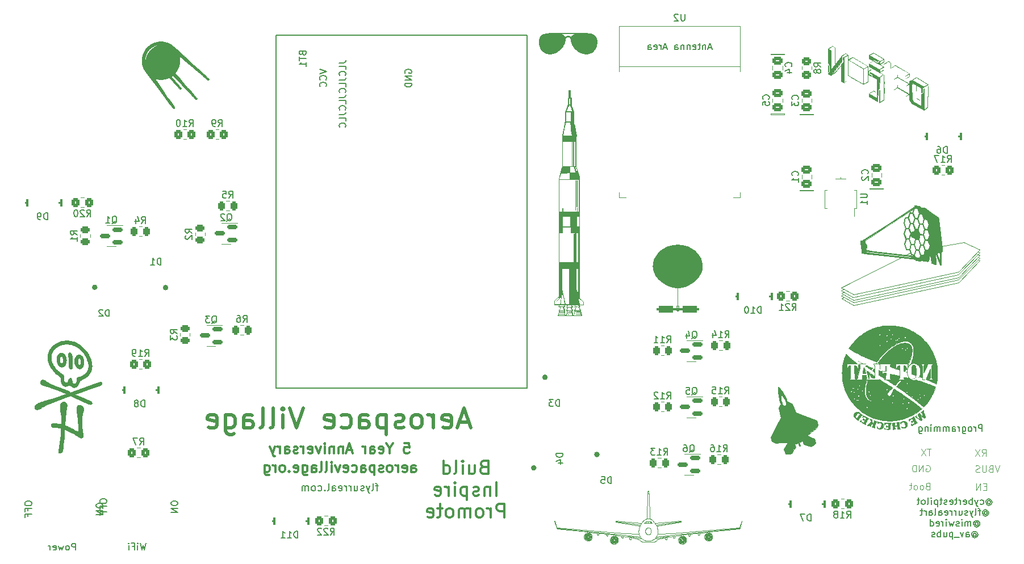
<source format=gbr>
%TF.GenerationSoftware,KiCad,Pcbnew,7.0.1-0*%
%TF.CreationDate,2023-04-14T08:17:47-04:00*%
%TF.ProjectId,WrightSpace,57726967-6874-4537-9061-63652e6b6963,v01*%
%TF.SameCoordinates,Original*%
%TF.FileFunction,Legend,Bot*%
%TF.FilePolarity,Positive*%
%FSLAX46Y46*%
G04 Gerber Fmt 4.6, Leading zero omitted, Abs format (unit mm)*
G04 Created by KiCad (PCBNEW 7.0.1-0) date 2023-04-14 08:17:47*
%MOMM*%
%LPD*%
G01*
G04 APERTURE LIST*
G04 Aperture macros list*
%AMRoundRect*
0 Rectangle with rounded corners*
0 $1 Rounding radius*
0 $2 $3 $4 $5 $6 $7 $8 $9 X,Y pos of 4 corners*
0 Add a 4 corners polygon primitive as box body*
4,1,4,$2,$3,$4,$5,$6,$7,$8,$9,$2,$3,0*
0 Add four circle primitives for the rounded corners*
1,1,$1+$1,$2,$3*
1,1,$1+$1,$4,$5*
1,1,$1+$1,$6,$7*
1,1,$1+$1,$8,$9*
0 Add four rect primitives between the rounded corners*
20,1,$1+$1,$2,$3,$4,$5,0*
20,1,$1+$1,$4,$5,$6,$7,0*
20,1,$1+$1,$6,$7,$8,$9,0*
20,1,$1+$1,$8,$9,$2,$3,0*%
%AMFreePoly0*
4,1,13,0.900000,0.500000,2.600000,0.500000,2.600000,-0.500000,0.900000,-0.500000,0.400000,-1.000000,-0.400000,-1.000000,-0.900000,-0.500000,-2.600000,-0.500000,-2.600000,0.500000,-0.900000,0.500000,-0.400000,1.000000,0.400000,1.000000,0.900000,0.500000,0.900000,0.500000,$1*%
G04 Aperture macros list end*
%ADD10C,0.039687*%
%ADD11C,0.019843*%
%ADD12C,0.050000*%
%ADD13C,0.018520*%
%ADD14C,0.129999*%
%ADD15C,0.037946*%
%ADD16C,0.000000*%
%ADD17C,0.037945*%
%ADD18C,0.037958*%
%ADD19C,0.038037*%
%ADD20C,0.042148*%
%ADD21C,0.027932*%
%ADD22C,0.026458*%
%ADD23C,0.005401*%
%ADD24C,0.017786*%
%ADD25C,0.150000*%
%ADD26C,0.300000*%
%ADD27C,0.200000*%
%ADD28C,0.500000*%
%ADD29C,0.100000*%
%ADD30C,0.120000*%
%ADD31C,0.400000*%
%ADD32C,0.077540*%
%ADD33C,1.600000*%
%ADD34R,1.524000X1.524000*%
%ADD35C,1.524000*%
%ADD36RoundRect,0.250000X-0.450000X0.262500X-0.450000X-0.262500X0.450000X-0.262500X0.450000X0.262500X0*%
%ADD37RoundRect,0.250000X-0.350000X-0.450000X0.350000X-0.450000X0.350000X0.450000X-0.350000X0.450000X0*%
%ADD38C,2.400000*%
%ADD39R,1.080000X1.250000*%
%ADD40RoundRect,0.250000X0.262500X0.450000X-0.262500X0.450000X-0.262500X-0.450000X0.262500X-0.450000X0*%
%ADD41RoundRect,0.250000X0.350000X0.450000X-0.350000X0.450000X-0.350000X-0.450000X0.350000X-0.450000X0*%
%ADD42R,1.200000X2.500000*%
%ADD43RoundRect,0.150000X0.587500X0.150000X-0.587500X0.150000X-0.587500X-0.150000X0.587500X-0.150000X0*%
%ADD44RoundRect,0.250000X-0.475000X0.337500X-0.475000X-0.337500X0.475000X-0.337500X0.475000X0.337500X0*%
%ADD45R,1.400000X0.800000*%
%ADD46RoundRect,0.250000X0.450000X-0.350000X0.450000X0.350000X-0.450000X0.350000X-0.450000X-0.350000X0*%
%ADD47R,0.700000X1.500000*%
%ADD48FreePoly0,90.000000*%
%ADD49R,2.000000X2.000000*%
%ADD50C,2.000000*%
%ADD51R,0.800000X1.400000*%
%ADD52RoundRect,0.250000X0.475000X-0.337500X0.475000X0.337500X-0.475000X0.337500X-0.475000X-0.337500X0*%
%ADD53R,1.500000X0.900000*%
%ADD54R,0.900000X1.500000*%
%ADD55R,0.900000X0.900000*%
G04 APERTURE END LIST*
D10*
X185353755Y-134594204D02*
X185282035Y-134589602D01*
X194042127Y-134452290D02*
X194065755Y-134469093D01*
X180362576Y-134572214D02*
X180356337Y-134573007D01*
D11*
X218618200Y-116437801D02*
X218645685Y-116447662D01*
X218670459Y-116456721D01*
X218692591Y-116465013D01*
X218712152Y-116472576D01*
X218720989Y-116476096D01*
X218729209Y-116479447D01*
X218736821Y-116482635D01*
X218743833Y-116485663D01*
X218750254Y-116488537D01*
X218756093Y-116491261D01*
X218761357Y-116493840D01*
X218766057Y-116496279D01*
X218770200Y-116498582D01*
X218773795Y-116500753D01*
X218776852Y-116502798D01*
X218779377Y-116504721D01*
X218781381Y-116506526D01*
X218782190Y-116507386D01*
X218782871Y-116508219D01*
X218783427Y-116509025D01*
X218783857Y-116509804D01*
X218784164Y-116510557D01*
X218784347Y-116511285D01*
X218784409Y-116511989D01*
X218784350Y-116512668D01*
X218784171Y-116513324D01*
X218783874Y-116513956D01*
X218783459Y-116514567D01*
X218782928Y-116515155D01*
X218782282Y-116515723D01*
X218781521Y-116516269D01*
X218779661Y-116517303D01*
X218777358Y-116518262D01*
X218774619Y-116519149D01*
X218771453Y-116519970D01*
X218764589Y-116521747D01*
X218758376Y-116523751D01*
X218752777Y-116526042D01*
X218747760Y-116528681D01*
X218745458Y-116530150D01*
X218743288Y-116531728D01*
X218741247Y-116533424D01*
X218739328Y-116535244D01*
X218737529Y-116537197D01*
X218735845Y-116539290D01*
X218734272Y-116541530D01*
X218732805Y-116543925D01*
X218731440Y-116546483D01*
X218730172Y-116549211D01*
X218727912Y-116555207D01*
X218725991Y-116561975D01*
X218724374Y-116569574D01*
X218723026Y-116578066D01*
X218721913Y-116587511D01*
X218721000Y-116597969D01*
X218720252Y-116609501D01*
X218719887Y-116621144D01*
X218720139Y-116632759D01*
X218721065Y-116644495D01*
X218722720Y-116656504D01*
X218725160Y-116668934D01*
X218728441Y-116681935D01*
X218732620Y-116695659D01*
X218737751Y-116710254D01*
X218743891Y-116725870D01*
X218751097Y-116742659D01*
X218759423Y-116760769D01*
X218768926Y-116780351D01*
X218791688Y-116824530D01*
X218819828Y-116876397D01*
X218830583Y-116895611D01*
X218841356Y-116914348D01*
X218852079Y-116932509D01*
X218862682Y-116949993D01*
X218873096Y-116966701D01*
X218883250Y-116982533D01*
X218893076Y-116997390D01*
X218902505Y-117011172D01*
X218911466Y-117023779D01*
X218919890Y-117035112D01*
X218927709Y-117045071D01*
X218934851Y-117053557D01*
X218941249Y-117060469D01*
X218946832Y-117065709D01*
X218949297Y-117067670D01*
X218951532Y-117069176D01*
X218953528Y-117070214D01*
X218955278Y-117070771D01*
X218959720Y-117070768D01*
X218964430Y-117069158D01*
X218969379Y-117066025D01*
X218974539Y-117061452D01*
X218985375Y-117048313D01*
X218996711Y-117030407D01*
X219008317Y-117008395D01*
X219019965Y-116982941D01*
X219031425Y-116954708D01*
X219042470Y-116924358D01*
X219052870Y-116892556D01*
X219062396Y-116859963D01*
X219070820Y-116827242D01*
X219077913Y-116795058D01*
X219083447Y-116764072D01*
X219087192Y-116734948D01*
X219088919Y-116708349D01*
X219088401Y-116684938D01*
X219087759Y-116676178D01*
X219087246Y-116667715D01*
X219086860Y-116659590D01*
X219086599Y-116651845D01*
X219086462Y-116644522D01*
X219086445Y-116637662D01*
X219086546Y-116631306D01*
X219086765Y-116625498D01*
X219087098Y-116620277D01*
X219087544Y-116615687D01*
X219088099Y-116611767D01*
X219088764Y-116608561D01*
X219089136Y-116607238D01*
X219089534Y-116606109D01*
X219089959Y-116605179D01*
X219090409Y-116604454D01*
X219090885Y-116603938D01*
X219091386Y-116603636D01*
X219091912Y-116603555D01*
X219092463Y-116603699D01*
X219157011Y-116627220D01*
X219296865Y-116676735D01*
X219490344Y-116744759D01*
X219440640Y-116785875D01*
X219433690Y-116792455D01*
X219426401Y-116801025D01*
X219418726Y-116811696D01*
X219410614Y-116824581D01*
X219392882Y-116857440D01*
X219372809Y-116900500D01*
X219349999Y-116954659D01*
X219324057Y-117020814D01*
X219294586Y-117099863D01*
X219261190Y-117192703D01*
X219216369Y-117319888D01*
X219198105Y-117372716D01*
X219182440Y-117419096D01*
X219169248Y-117459573D01*
X219158405Y-117494691D01*
X219153825Y-117510412D01*
X219149786Y-117524997D01*
X219146271Y-117538515D01*
X219143266Y-117551034D01*
X219140754Y-117562623D01*
X219138721Y-117573350D01*
X219137150Y-117583282D01*
X219136025Y-117592488D01*
X219135332Y-117601036D01*
X219135054Y-117608994D01*
X219135177Y-117616431D01*
X219135684Y-117623414D01*
X219136559Y-117630012D01*
X219137788Y-117636292D01*
X219139355Y-117642324D01*
X219141244Y-117648174D01*
X219143439Y-117653912D01*
X219145925Y-117659606D01*
X219151707Y-117671131D01*
X219151707Y-117671133D01*
X219154539Y-117676918D01*
X219156257Y-117681800D01*
X219156690Y-117685748D01*
X219156372Y-117687361D01*
X219155670Y-117688730D01*
X219154561Y-117689850D01*
X219153025Y-117690717D01*
X219148586Y-117691679D01*
X219142183Y-117691583D01*
X219133646Y-117690401D01*
X219122806Y-117688102D01*
X219109492Y-117684654D01*
X219074765Y-117674193D01*
X219028104Y-117658773D01*
X218968152Y-117638151D01*
X218926122Y-117623465D01*
X218888367Y-117610102D01*
X218854776Y-117598008D01*
X218825238Y-117587129D01*
X218799641Y-117577414D01*
X218777874Y-117568807D01*
X218759827Y-117561257D01*
X218752162Y-117557862D01*
X218745386Y-117554710D01*
X218739484Y-117551796D01*
X218734442Y-117549113D01*
X218730246Y-117546653D01*
X218726883Y-117544411D01*
X218724337Y-117542380D01*
X218722597Y-117540553D01*
X218722024Y-117539715D01*
X218721647Y-117538924D01*
X218721464Y-117538181D01*
X218721474Y-117537485D01*
X218721674Y-117536836D01*
X218722063Y-117536231D01*
X218722639Y-117535671D01*
X218723401Y-117535154D01*
X218725474Y-117534248D01*
X218728269Y-117533506D01*
X218731770Y-117532922D01*
X218735965Y-117532489D01*
X218740838Y-117532200D01*
X218746378Y-117532048D01*
X218757335Y-117531239D01*
X218767924Y-117529110D01*
X218778174Y-117525619D01*
X218788117Y-117520726D01*
X218797784Y-117514391D01*
X218807206Y-117506571D01*
X218816415Y-117497228D01*
X218825441Y-117486319D01*
X218834316Y-117473804D01*
X218843071Y-117459642D01*
X218851737Y-117443793D01*
X218860345Y-117426216D01*
X218868926Y-117406869D01*
X218877512Y-117385713D01*
X218886134Y-117362706D01*
X218894822Y-117337807D01*
X218935521Y-117217290D01*
X218893534Y-117134988D01*
X218888428Y-117125264D01*
X218883361Y-117116177D01*
X218878337Y-117107733D01*
X218873361Y-117099937D01*
X218868439Y-117092795D01*
X218863576Y-117086312D01*
X218858777Y-117080493D01*
X218856403Y-117077835D01*
X218854047Y-117075344D01*
X218851709Y-117073023D01*
X218849391Y-117070870D01*
X218847093Y-117068888D01*
X218844816Y-117067077D01*
X218842559Y-117065437D01*
X218840325Y-117063969D01*
X218838113Y-117062674D01*
X218835924Y-117061552D01*
X218833759Y-117060604D01*
X218831618Y-117059831D01*
X218829503Y-117059233D01*
X218827413Y-117058812D01*
X218825350Y-117058567D01*
X218823314Y-117058500D01*
X218821306Y-117058611D01*
X218819326Y-117058900D01*
X218815382Y-117060290D01*
X218810253Y-117063127D01*
X218804018Y-117067332D01*
X218796761Y-117072827D01*
X218788563Y-117079535D01*
X218779506Y-117087378D01*
X218759141Y-117106154D01*
X218736322Y-117128531D01*
X218711704Y-117153887D01*
X218685941Y-117181596D01*
X218659688Y-117211035D01*
X218640002Y-117233703D01*
X218622443Y-117254229D01*
X218606902Y-117272801D01*
X218593274Y-117289609D01*
X218581450Y-117304841D01*
X218571324Y-117318687D01*
X218562790Y-117331334D01*
X218559085Y-117337267D01*
X218555739Y-117342972D01*
X218552736Y-117348471D01*
X218550064Y-117353789D01*
X218547710Y-117358949D01*
X218545660Y-117363975D01*
X218543901Y-117368890D01*
X218542419Y-117373718D01*
X218541201Y-117378483D01*
X218540233Y-117383207D01*
X218539503Y-117387916D01*
X218538997Y-117392631D01*
X218538701Y-117397378D01*
X218538602Y-117402179D01*
X218538942Y-117412039D01*
X218539910Y-117422401D01*
X218547551Y-117487847D01*
X218299899Y-117399995D01*
X218211010Y-117368272D01*
X218174520Y-117355050D01*
X218143051Y-117343449D01*
X218116390Y-117333368D01*
X218094324Y-117324703D01*
X218076643Y-117317351D01*
X218069379Y-117314136D01*
X218063132Y-117311210D01*
X218057874Y-117308561D01*
X218053580Y-117306177D01*
X218050223Y-117304043D01*
X218047775Y-117302148D01*
X218046211Y-117300479D01*
X218045752Y-117299724D01*
X218045504Y-117299022D01*
X218045464Y-117298369D01*
X218045628Y-117297765D01*
X218045993Y-117297207D01*
X218046555Y-117296694D01*
X218048261Y-117295798D01*
X218050716Y-117295063D01*
X218053897Y-117294476D01*
X218057775Y-117294025D01*
X218062324Y-117293697D01*
X218067519Y-117293478D01*
X218079735Y-117293319D01*
X218086756Y-117291868D01*
X218096257Y-117287633D01*
X218121989Y-117271504D01*
X218155512Y-117246324D01*
X218195409Y-117213486D01*
X218240261Y-117174380D01*
X218288649Y-117130399D01*
X218390362Y-117033381D01*
X218489202Y-116933567D01*
X218533998Y-116886092D01*
X218573821Y-116842095D01*
X218607252Y-116802967D01*
X218632872Y-116770100D01*
X218649264Y-116744886D01*
X218653556Y-116735585D01*
X218655009Y-116728719D01*
X218653832Y-116717331D01*
X218650511Y-116703532D01*
X218645226Y-116687626D01*
X218638155Y-116669920D01*
X218629476Y-116650717D01*
X218619370Y-116630325D01*
X218608013Y-116609048D01*
X218595586Y-116587191D01*
X218582266Y-116565059D01*
X218568233Y-116542959D01*
X218553665Y-116521196D01*
X218538741Y-116500074D01*
X218523640Y-116479899D01*
X218508540Y-116460977D01*
X218493620Y-116443613D01*
X218479059Y-116428112D01*
X218418144Y-116366577D01*
X218618200Y-116437801D01*
G36*
X218618200Y-116437801D02*
G01*
X218645685Y-116447662D01*
X218670459Y-116456721D01*
X218692591Y-116465013D01*
X218712152Y-116472576D01*
X218720989Y-116476096D01*
X218729209Y-116479447D01*
X218736821Y-116482635D01*
X218743833Y-116485663D01*
X218750254Y-116488537D01*
X218756093Y-116491261D01*
X218761357Y-116493840D01*
X218766057Y-116496279D01*
X218770200Y-116498582D01*
X218773795Y-116500753D01*
X218776852Y-116502798D01*
X218779377Y-116504721D01*
X218781381Y-116506526D01*
X218782190Y-116507386D01*
X218782871Y-116508219D01*
X218783427Y-116509025D01*
X218783857Y-116509804D01*
X218784164Y-116510557D01*
X218784347Y-116511285D01*
X218784409Y-116511989D01*
X218784350Y-116512668D01*
X218784171Y-116513324D01*
X218783874Y-116513956D01*
X218783459Y-116514567D01*
X218782928Y-116515155D01*
X218782282Y-116515723D01*
X218781521Y-116516269D01*
X218779661Y-116517303D01*
X218777358Y-116518262D01*
X218774619Y-116519149D01*
X218771453Y-116519970D01*
X218764589Y-116521747D01*
X218758376Y-116523751D01*
X218752777Y-116526042D01*
X218747760Y-116528681D01*
X218745458Y-116530150D01*
X218743288Y-116531728D01*
X218741247Y-116533424D01*
X218739328Y-116535244D01*
X218737529Y-116537197D01*
X218735845Y-116539290D01*
X218734272Y-116541530D01*
X218732805Y-116543925D01*
X218731440Y-116546483D01*
X218730172Y-116549211D01*
X218727912Y-116555207D01*
X218725991Y-116561975D01*
X218724374Y-116569574D01*
X218723026Y-116578066D01*
X218721913Y-116587511D01*
X218721000Y-116597969D01*
X218720252Y-116609501D01*
X218719887Y-116621144D01*
X218720139Y-116632759D01*
X218721065Y-116644495D01*
X218722720Y-116656504D01*
X218725160Y-116668934D01*
X218728441Y-116681935D01*
X218732620Y-116695659D01*
X218737751Y-116710254D01*
X218743891Y-116725870D01*
X218751097Y-116742659D01*
X218759423Y-116760769D01*
X218768926Y-116780351D01*
X218791688Y-116824530D01*
X218819828Y-116876397D01*
X218830583Y-116895611D01*
X218841356Y-116914348D01*
X218852079Y-116932509D01*
X218862682Y-116949993D01*
X218873096Y-116966701D01*
X218883250Y-116982533D01*
X218893076Y-116997390D01*
X218902505Y-117011172D01*
X218911466Y-117023779D01*
X218919890Y-117035112D01*
X218927709Y-117045071D01*
X218934851Y-117053557D01*
X218941249Y-117060469D01*
X218946832Y-117065709D01*
X218949297Y-117067670D01*
X218951532Y-117069176D01*
X218953528Y-117070214D01*
X218955278Y-117070771D01*
X218959720Y-117070768D01*
X218964430Y-117069158D01*
X218969379Y-117066025D01*
X218974539Y-117061452D01*
X218985375Y-117048313D01*
X218996711Y-117030407D01*
X219008317Y-117008395D01*
X219019965Y-116982941D01*
X219031425Y-116954708D01*
X219042470Y-116924358D01*
X219052870Y-116892556D01*
X219062396Y-116859963D01*
X219070820Y-116827242D01*
X219077913Y-116795058D01*
X219083447Y-116764072D01*
X219087192Y-116734948D01*
X219088919Y-116708349D01*
X219088401Y-116684938D01*
X219087759Y-116676178D01*
X219087246Y-116667715D01*
X219086860Y-116659590D01*
X219086599Y-116651845D01*
X219086462Y-116644522D01*
X219086445Y-116637662D01*
X219086546Y-116631306D01*
X219086765Y-116625498D01*
X219087098Y-116620277D01*
X219087544Y-116615687D01*
X219088099Y-116611767D01*
X219088764Y-116608561D01*
X219089136Y-116607238D01*
X219089534Y-116606109D01*
X219089959Y-116605179D01*
X219090409Y-116604454D01*
X219090885Y-116603938D01*
X219091386Y-116603636D01*
X219091912Y-116603555D01*
X219092463Y-116603699D01*
X219157011Y-116627220D01*
X219296865Y-116676735D01*
X219490344Y-116744759D01*
X219440640Y-116785875D01*
X219433690Y-116792455D01*
X219426401Y-116801025D01*
X219418726Y-116811696D01*
X219410614Y-116824581D01*
X219392882Y-116857440D01*
X219372809Y-116900500D01*
X219349999Y-116954659D01*
X219324057Y-117020814D01*
X219294586Y-117099863D01*
X219261190Y-117192703D01*
X219216369Y-117319888D01*
X219198105Y-117372716D01*
X219182440Y-117419096D01*
X219169248Y-117459573D01*
X219158405Y-117494691D01*
X219153825Y-117510412D01*
X219149786Y-117524997D01*
X219146271Y-117538515D01*
X219143266Y-117551034D01*
X219140754Y-117562623D01*
X219138721Y-117573350D01*
X219137150Y-117583282D01*
X219136025Y-117592488D01*
X219135332Y-117601036D01*
X219135054Y-117608994D01*
X219135177Y-117616431D01*
X219135684Y-117623414D01*
X219136559Y-117630012D01*
X219137788Y-117636292D01*
X219139355Y-117642324D01*
X219141244Y-117648174D01*
X219143439Y-117653912D01*
X219145925Y-117659606D01*
X219151707Y-117671131D01*
X219151707Y-117671133D01*
X219154539Y-117676918D01*
X219156257Y-117681800D01*
X219156690Y-117685748D01*
X219156372Y-117687361D01*
X219155670Y-117688730D01*
X219154561Y-117689850D01*
X219153025Y-117690717D01*
X219148586Y-117691679D01*
X219142183Y-117691583D01*
X219133646Y-117690401D01*
X219122806Y-117688102D01*
X219109492Y-117684654D01*
X219074765Y-117674193D01*
X219028104Y-117658773D01*
X218968152Y-117638151D01*
X218926122Y-117623465D01*
X218888367Y-117610102D01*
X218854776Y-117598008D01*
X218825238Y-117587129D01*
X218799641Y-117577414D01*
X218777874Y-117568807D01*
X218759827Y-117561257D01*
X218752162Y-117557862D01*
X218745386Y-117554710D01*
X218739484Y-117551796D01*
X218734442Y-117549113D01*
X218730246Y-117546653D01*
X218726883Y-117544411D01*
X218724337Y-117542380D01*
X218722597Y-117540553D01*
X218722024Y-117539715D01*
X218721647Y-117538924D01*
X218721464Y-117538181D01*
X218721474Y-117537485D01*
X218721674Y-117536836D01*
X218722063Y-117536231D01*
X218722639Y-117535671D01*
X218723401Y-117535154D01*
X218725474Y-117534248D01*
X218728269Y-117533506D01*
X218731770Y-117532922D01*
X218735965Y-117532489D01*
X218740838Y-117532200D01*
X218746378Y-117532048D01*
X218757335Y-117531239D01*
X218767924Y-117529110D01*
X218778174Y-117525619D01*
X218788117Y-117520726D01*
X218797784Y-117514391D01*
X218807206Y-117506571D01*
X218816415Y-117497228D01*
X218825441Y-117486319D01*
X218834316Y-117473804D01*
X218843071Y-117459642D01*
X218851737Y-117443793D01*
X218860345Y-117426216D01*
X218868926Y-117406869D01*
X218877512Y-117385713D01*
X218886134Y-117362706D01*
X218894822Y-117337807D01*
X218935521Y-117217290D01*
X218893534Y-117134988D01*
X218888428Y-117125264D01*
X218883361Y-117116177D01*
X218878337Y-117107733D01*
X218873361Y-117099937D01*
X218868439Y-117092795D01*
X218863576Y-117086312D01*
X218858777Y-117080493D01*
X218856403Y-117077835D01*
X218854047Y-117075344D01*
X218851709Y-117073023D01*
X218849391Y-117070870D01*
X218847093Y-117068888D01*
X218844816Y-117067077D01*
X218842559Y-117065437D01*
X218840325Y-117063969D01*
X218838113Y-117062674D01*
X218835924Y-117061552D01*
X218833759Y-117060604D01*
X218831618Y-117059831D01*
X218829503Y-117059233D01*
X218827413Y-117058812D01*
X218825350Y-117058567D01*
X218823314Y-117058500D01*
X218821306Y-117058611D01*
X218819326Y-117058900D01*
X218815382Y-117060290D01*
X218810253Y-117063127D01*
X218804018Y-117067332D01*
X218796761Y-117072827D01*
X218788563Y-117079535D01*
X218779506Y-117087378D01*
X218759141Y-117106154D01*
X218736322Y-117128531D01*
X218711704Y-117153887D01*
X218685941Y-117181596D01*
X218659688Y-117211035D01*
X218640002Y-117233703D01*
X218622443Y-117254229D01*
X218606902Y-117272801D01*
X218593274Y-117289609D01*
X218581450Y-117304841D01*
X218571324Y-117318687D01*
X218562790Y-117331334D01*
X218559085Y-117337267D01*
X218555739Y-117342972D01*
X218552736Y-117348471D01*
X218550064Y-117353789D01*
X218547710Y-117358949D01*
X218545660Y-117363975D01*
X218543901Y-117368890D01*
X218542419Y-117373718D01*
X218541201Y-117378483D01*
X218540233Y-117383207D01*
X218539503Y-117387916D01*
X218538997Y-117392631D01*
X218538701Y-117397378D01*
X218538602Y-117402179D01*
X218538942Y-117412039D01*
X218539910Y-117422401D01*
X218547551Y-117487847D01*
X218299899Y-117399995D01*
X218211010Y-117368272D01*
X218174520Y-117355050D01*
X218143051Y-117343449D01*
X218116390Y-117333368D01*
X218094324Y-117324703D01*
X218076643Y-117317351D01*
X218069379Y-117314136D01*
X218063132Y-117311210D01*
X218057874Y-117308561D01*
X218053580Y-117306177D01*
X218050223Y-117304043D01*
X218047775Y-117302148D01*
X218046211Y-117300479D01*
X218045752Y-117299724D01*
X218045504Y-117299022D01*
X218045464Y-117298369D01*
X218045628Y-117297765D01*
X218045993Y-117297207D01*
X218046555Y-117296694D01*
X218048261Y-117295798D01*
X218050716Y-117295063D01*
X218053897Y-117294476D01*
X218057775Y-117294025D01*
X218062324Y-117293697D01*
X218067519Y-117293478D01*
X218079735Y-117293319D01*
X218086756Y-117291868D01*
X218096257Y-117287633D01*
X218121989Y-117271504D01*
X218155512Y-117246324D01*
X218195409Y-117213486D01*
X218240261Y-117174380D01*
X218288649Y-117130399D01*
X218390362Y-117033381D01*
X218489202Y-116933567D01*
X218533998Y-116886092D01*
X218573821Y-116842095D01*
X218607252Y-116802967D01*
X218632872Y-116770100D01*
X218649264Y-116744886D01*
X218653556Y-116735585D01*
X218655009Y-116728719D01*
X218653832Y-116717331D01*
X218650511Y-116703532D01*
X218645226Y-116687626D01*
X218638155Y-116669920D01*
X218629476Y-116650717D01*
X218619370Y-116630325D01*
X218608013Y-116609048D01*
X218595586Y-116587191D01*
X218582266Y-116565059D01*
X218568233Y-116542959D01*
X218553665Y-116521196D01*
X218538741Y-116500074D01*
X218523640Y-116479899D01*
X218508540Y-116460977D01*
X218493620Y-116443613D01*
X218479059Y-116428112D01*
X218418144Y-116366577D01*
X218618200Y-116437801D01*
G37*
D10*
X194821486Y-133715438D02*
X194808749Y-133695571D01*
X192887360Y-133681634D02*
X192892658Y-133684347D01*
D12*
X231692957Y-96039472D02*
X234850725Y-92751495D01*
D10*
X191565569Y-133847311D02*
X191571717Y-133846530D01*
X194502612Y-134043928D02*
X194506087Y-134039040D01*
X186661235Y-132314576D02*
X186600203Y-132189791D01*
X180565156Y-131717996D02*
X180562975Y-131715994D01*
X188173807Y-134338719D02*
X188177669Y-134334261D01*
X171496557Y-131620146D02*
X171497512Y-131620953D01*
X171851342Y-132602782D02*
X171845800Y-132600319D01*
D13*
X190484380Y-134326729D02*
X190413174Y-133968744D01*
D10*
X178029068Y-133579924D02*
X178028593Y-133586164D01*
X175906326Y-134230629D02*
X175894257Y-134203933D01*
X194889846Y-133919278D02*
X194886733Y-133894773D01*
X189394822Y-133841352D02*
X189394822Y-134041438D01*
D13*
X185237535Y-133587216D02*
X185218752Y-133575822D01*
D10*
X190019044Y-134448992D02*
X190019681Y-134474189D01*
X182647203Y-134268672D02*
X182646728Y-134262432D01*
X180284172Y-134558605D02*
X180278952Y-134555604D01*
X176524159Y-134069236D02*
X176519271Y-134072712D01*
X194739681Y-133469592D02*
X194715228Y-133453916D01*
X180281971Y-135048560D02*
X180251809Y-135044727D01*
D13*
X185004500Y-132993220D02*
X185010370Y-132968737D01*
D14*
X224345064Y-89518472D02*
X224632663Y-90358565D01*
D10*
X184249021Y-133986927D02*
X184211643Y-133930113D01*
X185664232Y-131916669D02*
X185686269Y-131915619D01*
X180794768Y-134258395D02*
X180803535Y-134280631D01*
X180859018Y-134136481D02*
X180873529Y-134161720D01*
X194958035Y-134203932D02*
X194968826Y-134176563D01*
X194494992Y-133885526D02*
X194490864Y-133881196D01*
X194676490Y-133563312D02*
X194656623Y-133550576D01*
D13*
X190533021Y-134571254D02*
X190604228Y-134929240D01*
D10*
X190434131Y-133964977D02*
X190410018Y-133969284D01*
X185403598Y-131896849D02*
X185396097Y-131898530D01*
X189325227Y-134152185D02*
X189330525Y-134149471D01*
X193040729Y-133651752D02*
X193044376Y-133647111D01*
X189387370Y-134083683D02*
X189389301Y-134077974D01*
X191670344Y-133761619D02*
X191672000Y-133755789D01*
X181688362Y-134100002D02*
X181685404Y-134105147D01*
X190423073Y-133664729D02*
X190439389Y-133658363D01*
X176346205Y-134039041D02*
X176342963Y-134033983D01*
X191108266Y-134387371D02*
X191104434Y-134357210D01*
X176936702Y-133919279D02*
X176938593Y-133944146D01*
X192844045Y-133642294D02*
X192847471Y-133647111D01*
X180939325Y-134540774D02*
X180934025Y-134570452D01*
X182880175Y-134309376D02*
X182877462Y-134314673D01*
X176449574Y-134459000D02*
X176424376Y-134458363D01*
X190171737Y-134948742D02*
X190196190Y-134964418D01*
X182805964Y-134373448D02*
X182800134Y-134375103D01*
X176841953Y-134262313D02*
X176827416Y-134280811D01*
X180596079Y-131611025D02*
X180598926Y-131610651D01*
X184517822Y-134695364D02*
X184500799Y-134694949D01*
X180827606Y-134523562D02*
X180823299Y-134547675D01*
X185492558Y-131912545D02*
X185499536Y-131916261D01*
X177959632Y-133684348D02*
X177954190Y-133686808D01*
X185426386Y-134595182D02*
X185353755Y-134594204D01*
X179860644Y-134088400D02*
X179878536Y-134065633D01*
X194524178Y-134559777D02*
X194553336Y-134553047D01*
X179235576Y-133830159D02*
X179230591Y-133826964D01*
X182646568Y-134063206D02*
X182646568Y-134256110D01*
X184692324Y-134399559D02*
X184634642Y-134363535D01*
X187960000Y-134256110D02*
X187960160Y-134262432D01*
D13*
X185010370Y-133275582D02*
X185004500Y-133251099D01*
D10*
X180465717Y-134423869D02*
X180466813Y-134430008D01*
X194281257Y-133378909D02*
X194252099Y-133385638D01*
X187984408Y-134329620D02*
X187988056Y-134334261D01*
X194524844Y-133994466D02*
X194525940Y-133988327D01*
X179407317Y-133783648D02*
X179404359Y-133788793D01*
D13*
X194314573Y-134057489D02*
X194056478Y-134315583D01*
D10*
X184397086Y-131953265D02*
X184480599Y-131842261D01*
X179860644Y-134809585D02*
X179843841Y-134785956D01*
D14*
X225724291Y-84939055D02*
X225088462Y-84915064D01*
D10*
X181481877Y-134114949D02*
X181478451Y-134110132D01*
X171497512Y-131620953D02*
X171498430Y-131621806D01*
X185448696Y-131896849D02*
X185456197Y-131898530D01*
X191626516Y-133823537D02*
X191631158Y-133819890D01*
X179997352Y-134102753D02*
X180014358Y-134086540D01*
D13*
X185218752Y-132668498D02*
X185237535Y-132657104D01*
D10*
X190274806Y-131726364D02*
X190277452Y-131724923D01*
X190221428Y-134978930D02*
X190247414Y-134992240D01*
X181633595Y-134152185D02*
X181628153Y-134154645D01*
X171462262Y-131620890D02*
X171463252Y-131620059D01*
X190384685Y-134461738D02*
X190385478Y-134467977D01*
X199109537Y-132657016D02*
X199115435Y-132645195D01*
X185500177Y-127207379D02*
X185506872Y-127238330D01*
X180082306Y-133905745D02*
X180109002Y-133893676D01*
X191553007Y-133847946D02*
X191559329Y-133847786D01*
X177784921Y-133592312D02*
X177784140Y-133586164D01*
X199095324Y-132678982D02*
X199102820Y-132668290D01*
X175975333Y-133846971D02*
X175981931Y-133823735D01*
X180550812Y-135015100D02*
X180522809Y-135024575D01*
D12*
X215997422Y-98199037D02*
X214206192Y-97187188D01*
D10*
X194918144Y-133656831D02*
X194902468Y-133632379D01*
X179788275Y-134214403D02*
X179800344Y-134187706D01*
X180873529Y-134736264D02*
X180859018Y-134761502D01*
X182652092Y-134292645D02*
X182650436Y-134286815D01*
X180585910Y-131729918D02*
X180583023Y-131728867D01*
X190082542Y-134875150D02*
X190103473Y-134895105D01*
X179404359Y-133788793D02*
X179401163Y-133793778D01*
D12*
X214609347Y-97422065D02*
X214243039Y-97606617D01*
D10*
X181703031Y-134047761D02*
X181702556Y-134054000D01*
X188161015Y-134350916D02*
X188165473Y-134347054D01*
X180545042Y-131661176D02*
X180545620Y-131658268D01*
X194502611Y-133894758D02*
X194498910Y-133890049D01*
X180218934Y-134448993D02*
X180219096Y-134442578D01*
X194141432Y-133426095D02*
X194115446Y-133439404D01*
X176337208Y-134023388D02*
X176334712Y-134017866D01*
X190968645Y-134280631D02*
X190959878Y-134258395D01*
X171464286Y-131619273D02*
X171465362Y-131618536D01*
X185519706Y-131928701D02*
X185526144Y-131933179D01*
D11*
X220952109Y-116962730D02*
X221087391Y-116967766D01*
X221224695Y-116971901D01*
X221347973Y-116974708D01*
X221441178Y-116975758D01*
X221617709Y-116975818D01*
X221568470Y-117021452D01*
X221552910Y-117037003D01*
X221546462Y-117044902D01*
X221540799Y-117053428D01*
X221535844Y-117062992D01*
X221531521Y-117074004D01*
X221527753Y-117086872D01*
X221524462Y-117102007D01*
X221521572Y-117119818D01*
X221519006Y-117140714D01*
X221514539Y-117193403D01*
X221510446Y-117263351D01*
X221506113Y-117353834D01*
X221501014Y-117476310D01*
X221496828Y-117597810D01*
X221493987Y-117704294D01*
X221492924Y-117781721D01*
X221492880Y-117805615D01*
X221492735Y-117826640D01*
X221492432Y-117844972D01*
X221491910Y-117860785D01*
X221491550Y-117867803D01*
X221491112Y-117874256D01*
X221490591Y-117880168D01*
X221489979Y-117885559D01*
X221489269Y-117890453D01*
X221488452Y-117894870D01*
X221487523Y-117898832D01*
X221486473Y-117902362D01*
X221485295Y-117905481D01*
X221483982Y-117908211D01*
X221482527Y-117910574D01*
X221480922Y-117912593D01*
X221479159Y-117914288D01*
X221477233Y-117915682D01*
X221475134Y-117916796D01*
X221472857Y-117917653D01*
X221470393Y-117918274D01*
X221467735Y-117918681D01*
X221464876Y-117918896D01*
X221461809Y-117918942D01*
X221458525Y-117918839D01*
X221455019Y-117918610D01*
X221447308Y-117917860D01*
X221435748Y-117917115D01*
X221420300Y-117916921D01*
X221401638Y-117917247D01*
X221380431Y-117918059D01*
X221357353Y-117919327D01*
X221333073Y-117921020D01*
X221308264Y-117923105D01*
X221283597Y-117925551D01*
X221283596Y-117925551D01*
X221237502Y-117928740D01*
X221180220Y-117929802D01*
X221113582Y-117928827D01*
X221039415Y-117925907D01*
X220959551Y-117921133D01*
X220875817Y-117914597D01*
X220790044Y-117906390D01*
X220704061Y-117896604D01*
X220619725Y-117886199D01*
X220621431Y-117763391D01*
X220621718Y-117745553D01*
X220622064Y-117729749D01*
X220622482Y-117715935D01*
X220622984Y-117704068D01*
X220623582Y-117694102D01*
X220624290Y-117685994D01*
X220625119Y-117679698D01*
X220625583Y-117677216D01*
X220626082Y-117675171D01*
X220626618Y-117673557D01*
X220627192Y-117672368D01*
X220627806Y-117671599D01*
X220628129Y-117671370D01*
X220628462Y-117671244D01*
X220628805Y-117671221D01*
X220629160Y-117671298D01*
X220629903Y-117671756D01*
X220630692Y-117672611D01*
X220631529Y-117673858D01*
X220632415Y-117675492D01*
X220633352Y-117677507D01*
X220635385Y-117682657D01*
X220637640Y-117689266D01*
X220640129Y-117697287D01*
X220648594Y-117721927D01*
X220658703Y-117744694D01*
X220670533Y-117765626D01*
X220684161Y-117784763D01*
X220699664Y-117802143D01*
X220717119Y-117817807D01*
X220736603Y-117831793D01*
X220758192Y-117844140D01*
X220781965Y-117854888D01*
X220807998Y-117864075D01*
X220836367Y-117871742D01*
X220867151Y-117877926D01*
X220900425Y-117882668D01*
X220936267Y-117886007D01*
X220974754Y-117887982D01*
X221015963Y-117888631D01*
X221175350Y-117888631D01*
X221175350Y-117822088D01*
X221175610Y-117806232D01*
X221176356Y-117786627D01*
X221179095Y-117739263D01*
X221183149Y-117686184D01*
X221188099Y-117633573D01*
X221200848Y-117511600D01*
X221068135Y-117511600D01*
X221047699Y-117511685D01*
X221029203Y-117511970D01*
X221012493Y-117512495D01*
X220997412Y-117513303D01*
X220983804Y-117514436D01*
X220971513Y-117515936D01*
X220965813Y-117516836D01*
X220960383Y-117517844D01*
X220955205Y-117518964D01*
X220950258Y-117520202D01*
X220945524Y-117521563D01*
X220940982Y-117523053D01*
X220936613Y-117524675D01*
X220932399Y-117526437D01*
X220928318Y-117528343D01*
X220924352Y-117530398D01*
X220920482Y-117532607D01*
X220916687Y-117534976D01*
X220912948Y-117537510D01*
X220909247Y-117540215D01*
X220905562Y-117543094D01*
X220901875Y-117546154D01*
X220894416Y-117552838D01*
X220886714Y-117560307D01*
X220838007Y-117609014D01*
X220838007Y-117512321D01*
X220838166Y-117486198D01*
X220838679Y-117462955D01*
X220839597Y-117442507D01*
X220840224Y-117433304D01*
X220840972Y-117424769D01*
X220841848Y-117416891D01*
X220842858Y-117409658D01*
X220844008Y-117403062D01*
X220845306Y-117397090D01*
X220846757Y-117391733D01*
X220848368Y-117386979D01*
X220850146Y-117382820D01*
X220852097Y-117379243D01*
X220854227Y-117376239D01*
X220856544Y-117373797D01*
X220859054Y-117371906D01*
X220861763Y-117370556D01*
X220864678Y-117369736D01*
X220867805Y-117369436D01*
X220871151Y-117369646D01*
X220874722Y-117370354D01*
X220878525Y-117371551D01*
X220882567Y-117373225D01*
X220886854Y-117375367D01*
X220891392Y-117377965D01*
X220896189Y-117381009D01*
X220901249Y-117384489D01*
X220906581Y-117388394D01*
X220912191Y-117392714D01*
X220919205Y-117397948D01*
X220926423Y-117402758D01*
X220933893Y-117407155D01*
X220941667Y-117411151D01*
X220949793Y-117414759D01*
X220958323Y-117417990D01*
X220967305Y-117420857D01*
X220976790Y-117423371D01*
X220986829Y-117425544D01*
X220997469Y-117427388D01*
X221008763Y-117428916D01*
X221020760Y-117430139D01*
X221033509Y-117431069D01*
X221047060Y-117431719D01*
X221061465Y-117432100D01*
X221076772Y-117432225D01*
X221191122Y-117432225D01*
X221199485Y-117258591D01*
X221201012Y-117223408D01*
X221202141Y-117189999D01*
X221202868Y-117159135D01*
X221203189Y-117131592D01*
X221203102Y-117108141D01*
X221202602Y-117089556D01*
X221202196Y-117082330D01*
X221201686Y-117076610D01*
X221201071Y-117072493D01*
X221200350Y-117070076D01*
X221198681Y-117068560D01*
X221195283Y-117067087D01*
X221190248Y-117065663D01*
X221183671Y-117064297D01*
X221166261Y-117061770D01*
X221143799Y-117059565D01*
X221117032Y-117057744D01*
X221086706Y-117056368D01*
X221053568Y-117055497D01*
X221018365Y-117055193D01*
X220982050Y-117055650D01*
X220948375Y-117057064D01*
X220917200Y-117059501D01*
X220902504Y-117061124D01*
X220888379Y-117063028D01*
X220874808Y-117065220D01*
X220861772Y-117067710D01*
X220849254Y-117070505D01*
X220837235Y-117073613D01*
X220825698Y-117077043D01*
X220814626Y-117080804D01*
X220803999Y-117084903D01*
X220793801Y-117089348D01*
X220784014Y-117094148D01*
X220774619Y-117099312D01*
X220765599Y-117104846D01*
X220756936Y-117110761D01*
X220748613Y-117117063D01*
X220740611Y-117123761D01*
X220732912Y-117130864D01*
X220725500Y-117138379D01*
X220718355Y-117146315D01*
X220711460Y-117154680D01*
X220704798Y-117163483D01*
X220698350Y-117172731D01*
X220692098Y-117182433D01*
X220686025Y-117192597D01*
X220680114Y-117203232D01*
X220674345Y-117214345D01*
X220639649Y-117283403D01*
X220639609Y-117116585D01*
X220639570Y-116949767D01*
X220952109Y-116962730D01*
G36*
X220952109Y-116962730D02*
G01*
X221087391Y-116967766D01*
X221224695Y-116971901D01*
X221347973Y-116974708D01*
X221441178Y-116975758D01*
X221617709Y-116975818D01*
X221568470Y-117021452D01*
X221552910Y-117037003D01*
X221546462Y-117044902D01*
X221540799Y-117053428D01*
X221535844Y-117062992D01*
X221531521Y-117074004D01*
X221527753Y-117086872D01*
X221524462Y-117102007D01*
X221521572Y-117119818D01*
X221519006Y-117140714D01*
X221514539Y-117193403D01*
X221510446Y-117263351D01*
X221506113Y-117353834D01*
X221501014Y-117476310D01*
X221496828Y-117597810D01*
X221493987Y-117704294D01*
X221492924Y-117781721D01*
X221492880Y-117805615D01*
X221492735Y-117826640D01*
X221492432Y-117844972D01*
X221491910Y-117860785D01*
X221491550Y-117867803D01*
X221491112Y-117874256D01*
X221490591Y-117880168D01*
X221489979Y-117885559D01*
X221489269Y-117890453D01*
X221488452Y-117894870D01*
X221487523Y-117898832D01*
X221486473Y-117902362D01*
X221485295Y-117905481D01*
X221483982Y-117908211D01*
X221482527Y-117910574D01*
X221480922Y-117912593D01*
X221479159Y-117914288D01*
X221477233Y-117915682D01*
X221475134Y-117916796D01*
X221472857Y-117917653D01*
X221470393Y-117918274D01*
X221467735Y-117918681D01*
X221464876Y-117918896D01*
X221461809Y-117918942D01*
X221458525Y-117918839D01*
X221455019Y-117918610D01*
X221447308Y-117917860D01*
X221435748Y-117917115D01*
X221420300Y-117916921D01*
X221401638Y-117917247D01*
X221380431Y-117918059D01*
X221357353Y-117919327D01*
X221333073Y-117921020D01*
X221308264Y-117923105D01*
X221283597Y-117925551D01*
X221283596Y-117925551D01*
X221237502Y-117928740D01*
X221180220Y-117929802D01*
X221113582Y-117928827D01*
X221039415Y-117925907D01*
X220959551Y-117921133D01*
X220875817Y-117914597D01*
X220790044Y-117906390D01*
X220704061Y-117896604D01*
X220619725Y-117886199D01*
X220621431Y-117763391D01*
X220621718Y-117745553D01*
X220622064Y-117729749D01*
X220622482Y-117715935D01*
X220622984Y-117704068D01*
X220623582Y-117694102D01*
X220624290Y-117685994D01*
X220625119Y-117679698D01*
X220625583Y-117677216D01*
X220626082Y-117675171D01*
X220626618Y-117673557D01*
X220627192Y-117672368D01*
X220627806Y-117671599D01*
X220628129Y-117671370D01*
X220628462Y-117671244D01*
X220628805Y-117671221D01*
X220629160Y-117671298D01*
X220629903Y-117671756D01*
X220630692Y-117672611D01*
X220631529Y-117673858D01*
X220632415Y-117675492D01*
X220633352Y-117677507D01*
X220635385Y-117682657D01*
X220637640Y-117689266D01*
X220640129Y-117697287D01*
X220648594Y-117721927D01*
X220658703Y-117744694D01*
X220670533Y-117765626D01*
X220684161Y-117784763D01*
X220699664Y-117802143D01*
X220717119Y-117817807D01*
X220736603Y-117831793D01*
X220758192Y-117844140D01*
X220781965Y-117854888D01*
X220807998Y-117864075D01*
X220836367Y-117871742D01*
X220867151Y-117877926D01*
X220900425Y-117882668D01*
X220936267Y-117886007D01*
X220974754Y-117887982D01*
X221015963Y-117888631D01*
X221175350Y-117888631D01*
X221175350Y-117822088D01*
X221175610Y-117806232D01*
X221176356Y-117786627D01*
X221179095Y-117739263D01*
X221183149Y-117686184D01*
X221188099Y-117633573D01*
X221200848Y-117511600D01*
X221068135Y-117511600D01*
X221047699Y-117511685D01*
X221029203Y-117511970D01*
X221012493Y-117512495D01*
X220997412Y-117513303D01*
X220983804Y-117514436D01*
X220971513Y-117515936D01*
X220965813Y-117516836D01*
X220960383Y-117517844D01*
X220955205Y-117518964D01*
X220950258Y-117520202D01*
X220945524Y-117521563D01*
X220940982Y-117523053D01*
X220936613Y-117524675D01*
X220932399Y-117526437D01*
X220928318Y-117528343D01*
X220924352Y-117530398D01*
X220920482Y-117532607D01*
X220916687Y-117534976D01*
X220912948Y-117537510D01*
X220909247Y-117540215D01*
X220905562Y-117543094D01*
X220901875Y-117546154D01*
X220894416Y-117552838D01*
X220886714Y-117560307D01*
X220838007Y-117609014D01*
X220838007Y-117512321D01*
X220838166Y-117486198D01*
X220838679Y-117462955D01*
X220839597Y-117442507D01*
X220840224Y-117433304D01*
X220840972Y-117424769D01*
X220841848Y-117416891D01*
X220842858Y-117409658D01*
X220844008Y-117403062D01*
X220845306Y-117397090D01*
X220846757Y-117391733D01*
X220848368Y-117386979D01*
X220850146Y-117382820D01*
X220852097Y-117379243D01*
X220854227Y-117376239D01*
X220856544Y-117373797D01*
X220859054Y-117371906D01*
X220861763Y-117370556D01*
X220864678Y-117369736D01*
X220867805Y-117369436D01*
X220871151Y-117369646D01*
X220874722Y-117370354D01*
X220878525Y-117371551D01*
X220882567Y-117373225D01*
X220886854Y-117375367D01*
X220891392Y-117377965D01*
X220896189Y-117381009D01*
X220901249Y-117384489D01*
X220906581Y-117388394D01*
X220912191Y-117392714D01*
X220919205Y-117397948D01*
X220926423Y-117402758D01*
X220933893Y-117407155D01*
X220941667Y-117411151D01*
X220949793Y-117414759D01*
X220958323Y-117417990D01*
X220967305Y-117420857D01*
X220976790Y-117423371D01*
X220986829Y-117425544D01*
X220997469Y-117427388D01*
X221008763Y-117428916D01*
X221020760Y-117430139D01*
X221033509Y-117431069D01*
X221047060Y-117431719D01*
X221061465Y-117432100D01*
X221076772Y-117432225D01*
X221191122Y-117432225D01*
X221199485Y-117258591D01*
X221201012Y-117223408D01*
X221202141Y-117189999D01*
X221202868Y-117159135D01*
X221203189Y-117131592D01*
X221203102Y-117108141D01*
X221202602Y-117089556D01*
X221202196Y-117082330D01*
X221201686Y-117076610D01*
X221201071Y-117072493D01*
X221200350Y-117070076D01*
X221198681Y-117068560D01*
X221195283Y-117067087D01*
X221190248Y-117065663D01*
X221183671Y-117064297D01*
X221166261Y-117061770D01*
X221143799Y-117059565D01*
X221117032Y-117057744D01*
X221086706Y-117056368D01*
X221053568Y-117055497D01*
X221018365Y-117055193D01*
X220982050Y-117055650D01*
X220948375Y-117057064D01*
X220917200Y-117059501D01*
X220902504Y-117061124D01*
X220888379Y-117063028D01*
X220874808Y-117065220D01*
X220861772Y-117067710D01*
X220849254Y-117070505D01*
X220837235Y-117073613D01*
X220825698Y-117077043D01*
X220814626Y-117080804D01*
X220803999Y-117084903D01*
X220793801Y-117089348D01*
X220784014Y-117094148D01*
X220774619Y-117099312D01*
X220765599Y-117104846D01*
X220756936Y-117110761D01*
X220748613Y-117117063D01*
X220740611Y-117123761D01*
X220732912Y-117130864D01*
X220725500Y-117138379D01*
X220718355Y-117146315D01*
X220711460Y-117154680D01*
X220704798Y-117163483D01*
X220698350Y-117172731D01*
X220692098Y-117182433D01*
X220686025Y-117192597D01*
X220680114Y-117203232D01*
X220674345Y-117214345D01*
X220639649Y-117283403D01*
X220639609Y-117116585D01*
X220639570Y-116949767D01*
X220952109Y-116962730D01*
G37*
D10*
X176418560Y-133367449D02*
X176449574Y-133366665D01*
X171460419Y-131622684D02*
X171461317Y-131621766D01*
X190524796Y-133638045D02*
X190542073Y-133636764D01*
X193068150Y-133586163D02*
X193068625Y-133579923D01*
X190408807Y-134374407D02*
X190405331Y-134379295D01*
X185465801Y-131223164D02*
X185445882Y-131222211D01*
D13*
X185077324Y-133430850D02*
X185065179Y-133410623D01*
D10*
X177033278Y-133818724D02*
X177040007Y-133847882D01*
X190329482Y-135024575D02*
X190358082Y-135032696D01*
X194526733Y-133982089D02*
X194527214Y-133975758D01*
X189370416Y-134114949D02*
X189373841Y-134110132D01*
X190991647Y-134088399D02*
X190973755Y-134065632D01*
X192892658Y-133684347D02*
X192898100Y-133686807D01*
X190340340Y-134908936D02*
X190363091Y-134916634D01*
X176875731Y-134395501D02*
X176854801Y-134415457D01*
X199068582Y-132707207D02*
X199078164Y-132698475D01*
X186799534Y-134386250D02*
X186788662Y-134394468D01*
X185610998Y-131922317D02*
X185617489Y-131921314D01*
X181703031Y-134047761D02*
X181702556Y-134054000D01*
X189247201Y-134161804D02*
X189253251Y-134162884D01*
X180544627Y-131679641D02*
X180544312Y-131676628D01*
X190587995Y-134352800D02*
X190583286Y-134349099D01*
D14*
X225745218Y-89616862D02*
X225957134Y-88875158D01*
D10*
X189166888Y-134105147D02*
X189170084Y-134110132D01*
D15*
X189980417Y-90405852D02*
X190167044Y-90418179D01*
X190350958Y-90438480D01*
X190531927Y-90466554D01*
X190709721Y-90502200D01*
X190884108Y-90545217D01*
X191054859Y-90595405D01*
X191221742Y-90652564D01*
X191384526Y-90716493D01*
X191542980Y-90786991D01*
X191696873Y-90863857D01*
X191845975Y-90946892D01*
X191990055Y-91035894D01*
X192128881Y-91130663D01*
X192262223Y-91230999D01*
X192389850Y-91336700D01*
X192511530Y-91447567D01*
X192627034Y-91563398D01*
X192736130Y-91683993D01*
X192838587Y-91809152D01*
X192934174Y-91938673D01*
X193022661Y-92072357D01*
X193103816Y-92210003D01*
X193177410Y-92351410D01*
X193243209Y-92496377D01*
X193300985Y-92644704D01*
X193350505Y-92796191D01*
X193391540Y-92950637D01*
X193423858Y-93107841D01*
X193447228Y-93267603D01*
X193461419Y-93429721D01*
X193466201Y-93593997D01*
X193460478Y-93758272D01*
X193443583Y-93920391D01*
X193415931Y-94080152D01*
X193377935Y-94237356D01*
X193330006Y-94391802D01*
X193272559Y-94543289D01*
X193206007Y-94691616D01*
X193130762Y-94836583D01*
X193047238Y-94977990D01*
X192955848Y-95115636D01*
X192857006Y-95249320D01*
X192751123Y-95378841D01*
X192638614Y-95504000D01*
X192519891Y-95624595D01*
X192395367Y-95740426D01*
X192265457Y-95851293D01*
X192130572Y-95956994D01*
X191991125Y-96057330D01*
X191847531Y-96152099D01*
X191700202Y-96241101D01*
X191549552Y-96324136D01*
X191395992Y-96401002D01*
X191239937Y-96471500D01*
X191081800Y-96535429D01*
X190921993Y-96592588D01*
X190760930Y-96642776D01*
X190599024Y-96685794D01*
X190436688Y-96721440D01*
X190274336Y-96749513D01*
X190112379Y-96769814D01*
X189951232Y-96782142D01*
X189791307Y-96786296D01*
X189631383Y-96782142D01*
X189470236Y-96769814D01*
X189308279Y-96749513D01*
X189145926Y-96721440D01*
X188821684Y-96642776D01*
X188500814Y-96535429D01*
X188186622Y-96401002D01*
X187882411Y-96241101D01*
X187591488Y-96057330D01*
X187317157Y-95851293D01*
X187062723Y-95624595D01*
X186944000Y-95504000D01*
X186831491Y-95378841D01*
X186725608Y-95249320D01*
X186626765Y-95115636D01*
X186535376Y-94977990D01*
X186451852Y-94836583D01*
X186376607Y-94691616D01*
X186310055Y-94543289D01*
X186252608Y-94391802D01*
X186204679Y-94237356D01*
X186166683Y-94080152D01*
X186139031Y-93920391D01*
X186122136Y-93758272D01*
X186116413Y-93593997D01*
X186121195Y-93429721D01*
X186135386Y-93267603D01*
X186158756Y-93107841D01*
X186191074Y-92950637D01*
X186232109Y-92796191D01*
X186281629Y-92644705D01*
X186339405Y-92496377D01*
X186405204Y-92351410D01*
X186478798Y-92210003D01*
X186559953Y-92072357D01*
X186648440Y-91938673D01*
X186744027Y-91809152D01*
X186846484Y-91683993D01*
X186955580Y-91563398D01*
X187071084Y-91447567D01*
X187192765Y-91336700D01*
X187320391Y-91230999D01*
X187453733Y-91130664D01*
X187592559Y-91035894D01*
X187736639Y-90946892D01*
X187885741Y-90863858D01*
X188039634Y-90786991D01*
X188198089Y-90716493D01*
X188360873Y-90652564D01*
X188527755Y-90595406D01*
X188698506Y-90545217D01*
X188872894Y-90502200D01*
X189050688Y-90466554D01*
X189231657Y-90438480D01*
X189415571Y-90418179D01*
X189602198Y-90405852D01*
X189791307Y-90401698D01*
X189980417Y-90405852D01*
G36*
X189980417Y-90405852D02*
G01*
X190167044Y-90418179D01*
X190350958Y-90438480D01*
X190531927Y-90466554D01*
X190709721Y-90502200D01*
X190884108Y-90545217D01*
X191054859Y-90595405D01*
X191221742Y-90652564D01*
X191384526Y-90716493D01*
X191542980Y-90786991D01*
X191696873Y-90863857D01*
X191845975Y-90946892D01*
X191990055Y-91035894D01*
X192128881Y-91130663D01*
X192262223Y-91230999D01*
X192389850Y-91336700D01*
X192511530Y-91447567D01*
X192627034Y-91563398D01*
X192736130Y-91683993D01*
X192838587Y-91809152D01*
X192934174Y-91938673D01*
X193022661Y-92072357D01*
X193103816Y-92210003D01*
X193177410Y-92351410D01*
X193243209Y-92496377D01*
X193300985Y-92644704D01*
X193350505Y-92796191D01*
X193391540Y-92950637D01*
X193423858Y-93107841D01*
X193447228Y-93267603D01*
X193461419Y-93429721D01*
X193466201Y-93593997D01*
X193460478Y-93758272D01*
X193443583Y-93920391D01*
X193415931Y-94080152D01*
X193377935Y-94237356D01*
X193330006Y-94391802D01*
X193272559Y-94543289D01*
X193206007Y-94691616D01*
X193130762Y-94836583D01*
X193047238Y-94977990D01*
X192955848Y-95115636D01*
X192857006Y-95249320D01*
X192751123Y-95378841D01*
X192638614Y-95504000D01*
X192519891Y-95624595D01*
X192395367Y-95740426D01*
X192265457Y-95851293D01*
X192130572Y-95956994D01*
X191991125Y-96057330D01*
X191847531Y-96152099D01*
X191700202Y-96241101D01*
X191549552Y-96324136D01*
X191395992Y-96401002D01*
X191239937Y-96471500D01*
X191081800Y-96535429D01*
X190921993Y-96592588D01*
X190760930Y-96642776D01*
X190599024Y-96685794D01*
X190436688Y-96721440D01*
X190274336Y-96749513D01*
X190112379Y-96769814D01*
X189951232Y-96782142D01*
X189791307Y-96786296D01*
X189631383Y-96782142D01*
X189470236Y-96769814D01*
X189308279Y-96749513D01*
X189145926Y-96721440D01*
X188821684Y-96642776D01*
X188500814Y-96535429D01*
X188186622Y-96401002D01*
X187882411Y-96241101D01*
X187591488Y-96057330D01*
X187317157Y-95851293D01*
X187062723Y-95624595D01*
X186944000Y-95504000D01*
X186831491Y-95378841D01*
X186725608Y-95249320D01*
X186626765Y-95115636D01*
X186535376Y-94977990D01*
X186451852Y-94836583D01*
X186376607Y-94691616D01*
X186310055Y-94543289D01*
X186252608Y-94391802D01*
X186204679Y-94237356D01*
X186166683Y-94080152D01*
X186139031Y-93920391D01*
X186122136Y-93758272D01*
X186116413Y-93593997D01*
X186121195Y-93429721D01*
X186135386Y-93267603D01*
X186158756Y-93107841D01*
X186191074Y-92950637D01*
X186232109Y-92796191D01*
X186281629Y-92644705D01*
X186339405Y-92496377D01*
X186405204Y-92351410D01*
X186478798Y-92210003D01*
X186559953Y-92072357D01*
X186648440Y-91938673D01*
X186744027Y-91809152D01*
X186846484Y-91683993D01*
X186955580Y-91563398D01*
X187071084Y-91447567D01*
X187192765Y-91336700D01*
X187320391Y-91230999D01*
X187453733Y-91130664D01*
X187592559Y-91035894D01*
X187736639Y-90946892D01*
X187885741Y-90863858D01*
X188039634Y-90786991D01*
X188198089Y-90716493D01*
X188360873Y-90652564D01*
X188527755Y-90595406D01*
X188698506Y-90545217D01*
X188872894Y-90502200D01*
X189050688Y-90466554D01*
X189231657Y-90438480D01*
X189415571Y-90418179D01*
X189602198Y-90405852D01*
X189791307Y-90401698D01*
X189980417Y-90405852D01*
G37*
D10*
X190306599Y-131685553D02*
X190307204Y-131682617D01*
X185564047Y-131237322D02*
X185544627Y-131233251D01*
X181653839Y-134139892D02*
X181649022Y-134143317D01*
X180264297Y-134545185D02*
X180259774Y-134541267D01*
X190845663Y-134948742D02*
X190869292Y-134931939D01*
X180442274Y-134928700D02*
X180418161Y-134933006D01*
X194148813Y-133550576D02*
X194128946Y-133563312D01*
X176499638Y-133482216D02*
X176524144Y-133485330D01*
X181628153Y-134154645D02*
X181622573Y-134156845D01*
X190612069Y-134518690D02*
X190615311Y-134513632D01*
X190677061Y-134908936D02*
X190699297Y-134900168D01*
X176572795Y-133988328D02*
X176571699Y-133994467D01*
X194354195Y-133854481D02*
X194348673Y-133856977D01*
X185465010Y-127127512D02*
X185471312Y-127135610D01*
X182891656Y-134268672D02*
X182890875Y-134274821D01*
X177052252Y-133969343D02*
X177051467Y-134000357D01*
X181467123Y-134089262D02*
X181464924Y-134083683D01*
X194867774Y-133585983D02*
X194848831Y-133564115D01*
X193919771Y-133608750D02*
X193902969Y-133632379D01*
X182800134Y-134375103D02*
X182794190Y-134376475D01*
X194581935Y-133393759D02*
X194553336Y-133385638D01*
X186788662Y-134394468D02*
X186778073Y-134403080D01*
X176574070Y-133962929D02*
X176574232Y-133969344D01*
X194402717Y-134094000D02*
X194409132Y-134093838D01*
X176375004Y-134453358D02*
X176350891Y-134449052D01*
X190762605Y-134030225D02*
X190742100Y-134018434D01*
D13*
X176473893Y-133847080D02*
X176545101Y-133489096D01*
D10*
X194636118Y-134399900D02*
X194656623Y-134388110D01*
X171845800Y-132600319D02*
X171840471Y-132597469D01*
X185499536Y-131916261D02*
X185506392Y-131920213D01*
X176357792Y-134565077D02*
X176328113Y-134559777D01*
X190424882Y-134356718D02*
X190420553Y-134360846D01*
X171783710Y-132707209D02*
X171774128Y-132698477D01*
X191451129Y-133793777D02*
X191454554Y-133798594D01*
X176923814Y-133846971D02*
X176929282Y-133870661D01*
X190102669Y-134175220D02*
X190089933Y-134195087D01*
X180843341Y-134785955D02*
X180826539Y-134809584D01*
X179329990Y-133844078D02*
X179324045Y-133845450D01*
D13*
X185860941Y-133095610D02*
X185859259Y-133069408D01*
D10*
X180220370Y-134430009D02*
X180221467Y-134423870D01*
X176406712Y-133852250D02*
X176412504Y-133850290D01*
X185142886Y-131915085D02*
X185094062Y-131915492D01*
X178014399Y-133632165D02*
X178011441Y-133637310D01*
X190557223Y-134563854D02*
X190562745Y-134561357D01*
X190284856Y-131719892D02*
X190287136Y-131717994D01*
D13*
X185852658Y-133018181D02*
X185847794Y-132993220D01*
D14*
X226479355Y-90456954D02*
X226017681Y-90434249D01*
D10*
X181611035Y-134160432D02*
X181605091Y-134161804D01*
X179854572Y-134423795D02*
X179856463Y-134398928D01*
X190008950Y-134112029D02*
X189993274Y-134136481D01*
X181703191Y-134041439D02*
X181703191Y-133882477D01*
X176810165Y-133486396D02*
X176832933Y-133504287D01*
X185434807Y-127108911D02*
X185443147Y-127111342D01*
D13*
X185852658Y-133226138D02*
X185856488Y-133200731D01*
D10*
X179372795Y-133823538D02*
X179367978Y-133826964D01*
X179367978Y-133826964D02*
X179362993Y-133830159D01*
D13*
X185010370Y-132968737D02*
X185017218Y-132944765D01*
D10*
X179230591Y-133826964D02*
X179225774Y-133823538D01*
D11*
X217553851Y-115901215D02*
X217969095Y-116143343D01*
X218019336Y-116172728D01*
X218064642Y-116199429D01*
X218105180Y-116223563D01*
X218141115Y-116245245D01*
X218172616Y-116264594D01*
X218199848Y-116281726D01*
X218222980Y-116296757D01*
X218233060Y-116303522D01*
X218242177Y-116309805D01*
X218250353Y-116315621D01*
X218257607Y-116320986D01*
X218263962Y-116325912D01*
X218269437Y-116330416D01*
X218274054Y-116334512D01*
X218277834Y-116338213D01*
X218280796Y-116341536D01*
X218282963Y-116344494D01*
X218283755Y-116345841D01*
X218284355Y-116347102D01*
X218284767Y-116348280D01*
X218284993Y-116349375D01*
X218285036Y-116350390D01*
X218284898Y-116351327D01*
X218284582Y-116352187D01*
X218284091Y-116352972D01*
X218283426Y-116353685D01*
X218282592Y-116354327D01*
X218281589Y-116354899D01*
X218280422Y-116355404D01*
X218277603Y-116356219D01*
X218274154Y-116356786D01*
X218261079Y-116358886D01*
X218248572Y-116362241D01*
X218236327Y-116367250D01*
X218224038Y-116374314D01*
X218211398Y-116383833D01*
X218198101Y-116396207D01*
X218183841Y-116411836D01*
X218168311Y-116431120D01*
X218151204Y-116454461D01*
X218132215Y-116482256D01*
X218087363Y-116552816D01*
X218031304Y-116646000D01*
X217961586Y-116765010D01*
X217910289Y-116853910D01*
X217888587Y-116892199D01*
X217869352Y-116926737D01*
X217852460Y-116957792D01*
X217837788Y-116985631D01*
X217825212Y-117010524D01*
X217814609Y-117032736D01*
X217805857Y-117052536D01*
X217798830Y-117070193D01*
X217793407Y-117085972D01*
X217791258Y-117093242D01*
X217789464Y-117100143D01*
X217788009Y-117106709D01*
X217786877Y-117112973D01*
X217786054Y-117118969D01*
X217785524Y-117124729D01*
X217785271Y-117130289D01*
X217785280Y-117135680D01*
X217786023Y-117146094D01*
X217793733Y-117212127D01*
X217733332Y-117175922D01*
X217355430Y-116955320D01*
X217230266Y-116882019D01*
X217124180Y-116818752D01*
X217081791Y-116792993D01*
X217048372Y-116772276D01*
X217025324Y-116757446D01*
X217018126Y-116752503D01*
X217014045Y-116749349D01*
X217010948Y-116746084D01*
X217008526Y-116742451D01*
X217006798Y-116738392D01*
X217005783Y-116733852D01*
X217005499Y-116728775D01*
X217005964Y-116723106D01*
X217007196Y-116716790D01*
X217009213Y-116709769D01*
X217012034Y-116701989D01*
X217015676Y-116693393D01*
X217020159Y-116683927D01*
X217025500Y-116673534D01*
X217031717Y-116662158D01*
X217038829Y-116649744D01*
X217055811Y-116621579D01*
X217121461Y-116515383D01*
X217132674Y-116598988D01*
X217134210Y-116608961D01*
X217136129Y-116618858D01*
X217138422Y-116628663D01*
X217141081Y-116638357D01*
X217144099Y-116647923D01*
X217147466Y-116657343D01*
X217151175Y-116666600D01*
X217155217Y-116675676D01*
X217159584Y-116684554D01*
X217164268Y-116693215D01*
X217169260Y-116701643D01*
X217174552Y-116709819D01*
X217180137Y-116717727D01*
X217186006Y-116725348D01*
X217192150Y-116732665D01*
X217198561Y-116739660D01*
X217210539Y-116751168D01*
X217225855Y-116764308D01*
X217243998Y-116778751D01*
X217264457Y-116794171D01*
X217310283Y-116826630D01*
X217359248Y-116859064D01*
X217407267Y-116888851D01*
X217429646Y-116901934D01*
X217450256Y-116913373D01*
X217468588Y-116922840D01*
X217484130Y-116930007D01*
X217496373Y-116934548D01*
X217501097Y-116935731D01*
X217504805Y-116936135D01*
X217507551Y-116935365D01*
X217510992Y-116933115D01*
X217519750Y-116924537D01*
X217530671Y-116911119D01*
X217543344Y-116893580D01*
X217557359Y-116872641D01*
X217572306Y-116849021D01*
X217603357Y-116796616D01*
X217633216Y-116742120D01*
X217646675Y-116715887D01*
X217658605Y-116691290D01*
X217668598Y-116669048D01*
X217676244Y-116649881D01*
X217681131Y-116634509D01*
X217682413Y-116628470D01*
X217682852Y-116623650D01*
X217682390Y-116618629D01*
X217681031Y-116613483D01*
X217678820Y-116608231D01*
X217675797Y-116602896D01*
X217672006Y-116597497D01*
X217667490Y-116592055D01*
X217656451Y-116581127D01*
X217643020Y-116570276D01*
X217627539Y-116559667D01*
X217610348Y-116549467D01*
X217591788Y-116539840D01*
X217572201Y-116530952D01*
X217551926Y-116522969D01*
X217531305Y-116516055D01*
X217510678Y-116510376D01*
X217490387Y-116506098D01*
X217470771Y-116503387D01*
X217452173Y-116502406D01*
X217443362Y-116502617D01*
X217434933Y-116503323D01*
X217428158Y-116504061D01*
X217421631Y-116504670D01*
X217415383Y-116505150D01*
X217409446Y-116505503D01*
X217403851Y-116505731D01*
X217398629Y-116505834D01*
X217393812Y-116505815D01*
X217389431Y-116505675D01*
X217385517Y-116505416D01*
X217382101Y-116505038D01*
X217379216Y-116504545D01*
X217377981Y-116504255D01*
X217376891Y-116503936D01*
X217375949Y-116503589D01*
X217375160Y-116503214D01*
X217374526Y-116502811D01*
X217374052Y-116502380D01*
X217373741Y-116501922D01*
X217373599Y-116501436D01*
X217373628Y-116500924D01*
X217373833Y-116500384D01*
X217394031Y-116464745D01*
X217434592Y-116394137D01*
X217489653Y-116298627D01*
X217524056Y-116374294D01*
X217528733Y-116384043D01*
X217533747Y-116393444D01*
X217539117Y-116402516D01*
X217544861Y-116411277D01*
X217550997Y-116419744D01*
X217557544Y-116427936D01*
X217564519Y-116435871D01*
X217571942Y-116443567D01*
X217579830Y-116451043D01*
X217588203Y-116458316D01*
X217597077Y-116465405D01*
X217606471Y-116472327D01*
X217616405Y-116479102D01*
X217626895Y-116485746D01*
X217637960Y-116492279D01*
X217649619Y-116498717D01*
X217658949Y-116503637D01*
X217668103Y-116508326D01*
X217677029Y-116512765D01*
X217685677Y-116516933D01*
X217693995Y-116520809D01*
X217701932Y-116524374D01*
X217709439Y-116527607D01*
X217716462Y-116530487D01*
X217722952Y-116532995D01*
X217728858Y-116535109D01*
X217734128Y-116536811D01*
X217738711Y-116538078D01*
X217742557Y-116538892D01*
X217745613Y-116539231D01*
X217746830Y-116539216D01*
X217747830Y-116539075D01*
X217748608Y-116538805D01*
X217749157Y-116538404D01*
X217758262Y-116527397D01*
X217769051Y-116512439D01*
X217781201Y-116494131D01*
X217794391Y-116473074D01*
X217822606Y-116425119D01*
X217851126Y-116373382D01*
X217877378Y-116322671D01*
X217898794Y-116277797D01*
X217906884Y-116259051D01*
X217912800Y-116243567D01*
X217916222Y-116231946D01*
X217916897Y-116227772D01*
X217916827Y-116224789D01*
X217915272Y-116220387D01*
X217912255Y-116215480D01*
X217902168Y-116204320D01*
X217887239Y-116191647D01*
X217868135Y-116177800D01*
X217845527Y-116163117D01*
X217820086Y-116147936D01*
X217792480Y-116132595D01*
X217763380Y-116117433D01*
X217733455Y-116102788D01*
X217703375Y-116088999D01*
X217673810Y-116076403D01*
X217645430Y-116065338D01*
X217618905Y-116056144D01*
X217594905Y-116049157D01*
X217574099Y-116044718D01*
X217557157Y-116043162D01*
X217550322Y-116043364D01*
X217542941Y-116043955D01*
X217535084Y-116044915D01*
X217526821Y-116046226D01*
X217518221Y-116047866D01*
X217509354Y-116049816D01*
X217500289Y-116052056D01*
X217491097Y-116054567D01*
X217481846Y-116057327D01*
X217472607Y-116060318D01*
X217463449Y-116063520D01*
X217454442Y-116066911D01*
X217445655Y-116070474D01*
X217437159Y-116074187D01*
X217429022Y-116078031D01*
X217421314Y-116081985D01*
X217348880Y-116120807D01*
X217421592Y-115993646D01*
X217494304Y-115866484D01*
X217553851Y-115901215D01*
G36*
X217553851Y-115901215D02*
G01*
X217969095Y-116143343D01*
X218019336Y-116172728D01*
X218064642Y-116199429D01*
X218105180Y-116223563D01*
X218141115Y-116245245D01*
X218172616Y-116264594D01*
X218199848Y-116281726D01*
X218222980Y-116296757D01*
X218233060Y-116303522D01*
X218242177Y-116309805D01*
X218250353Y-116315621D01*
X218257607Y-116320986D01*
X218263962Y-116325912D01*
X218269437Y-116330416D01*
X218274054Y-116334512D01*
X218277834Y-116338213D01*
X218280796Y-116341536D01*
X218282963Y-116344494D01*
X218283755Y-116345841D01*
X218284355Y-116347102D01*
X218284767Y-116348280D01*
X218284993Y-116349375D01*
X218285036Y-116350390D01*
X218284898Y-116351327D01*
X218284582Y-116352187D01*
X218284091Y-116352972D01*
X218283426Y-116353685D01*
X218282592Y-116354327D01*
X218281589Y-116354899D01*
X218280422Y-116355404D01*
X218277603Y-116356219D01*
X218274154Y-116356786D01*
X218261079Y-116358886D01*
X218248572Y-116362241D01*
X218236327Y-116367250D01*
X218224038Y-116374314D01*
X218211398Y-116383833D01*
X218198101Y-116396207D01*
X218183841Y-116411836D01*
X218168311Y-116431120D01*
X218151204Y-116454461D01*
X218132215Y-116482256D01*
X218087363Y-116552816D01*
X218031304Y-116646000D01*
X217961586Y-116765010D01*
X217910289Y-116853910D01*
X217888587Y-116892199D01*
X217869352Y-116926737D01*
X217852460Y-116957792D01*
X217837788Y-116985631D01*
X217825212Y-117010524D01*
X217814609Y-117032736D01*
X217805857Y-117052536D01*
X217798830Y-117070193D01*
X217793407Y-117085972D01*
X217791258Y-117093242D01*
X217789464Y-117100143D01*
X217788009Y-117106709D01*
X217786877Y-117112973D01*
X217786054Y-117118969D01*
X217785524Y-117124729D01*
X217785271Y-117130289D01*
X217785280Y-117135680D01*
X217786023Y-117146094D01*
X217793733Y-117212127D01*
X217733332Y-117175922D01*
X217355430Y-116955320D01*
X217230266Y-116882019D01*
X217124180Y-116818752D01*
X217081791Y-116792993D01*
X217048372Y-116772276D01*
X217025324Y-116757446D01*
X217018126Y-116752503D01*
X217014045Y-116749349D01*
X217010948Y-116746084D01*
X217008526Y-116742451D01*
X217006798Y-116738392D01*
X217005783Y-116733852D01*
X217005499Y-116728775D01*
X217005964Y-116723106D01*
X217007196Y-116716790D01*
X217009213Y-116709769D01*
X217012034Y-116701989D01*
X217015676Y-116693393D01*
X217020159Y-116683927D01*
X217025500Y-116673534D01*
X217031717Y-116662158D01*
X217038829Y-116649744D01*
X217055811Y-116621579D01*
X217121461Y-116515383D01*
X217132674Y-116598988D01*
X217134210Y-116608961D01*
X217136129Y-116618858D01*
X217138422Y-116628663D01*
X217141081Y-116638357D01*
X217144099Y-116647923D01*
X217147466Y-116657343D01*
X217151175Y-116666600D01*
X217155217Y-116675676D01*
X217159584Y-116684554D01*
X217164268Y-116693215D01*
X217169260Y-116701643D01*
X217174552Y-116709819D01*
X217180137Y-116717727D01*
X217186006Y-116725348D01*
X217192150Y-116732665D01*
X217198561Y-116739660D01*
X217210539Y-116751168D01*
X217225855Y-116764308D01*
X217243998Y-116778751D01*
X217264457Y-116794171D01*
X217310283Y-116826630D01*
X217359248Y-116859064D01*
X217407267Y-116888851D01*
X217429646Y-116901934D01*
X217450256Y-116913373D01*
X217468588Y-116922840D01*
X217484130Y-116930007D01*
X217496373Y-116934548D01*
X217501097Y-116935731D01*
X217504805Y-116936135D01*
X217507551Y-116935365D01*
X217510992Y-116933115D01*
X217519750Y-116924537D01*
X217530671Y-116911119D01*
X217543344Y-116893580D01*
X217557359Y-116872641D01*
X217572306Y-116849021D01*
X217603357Y-116796616D01*
X217633216Y-116742120D01*
X217646675Y-116715887D01*
X217658605Y-116691290D01*
X217668598Y-116669048D01*
X217676244Y-116649881D01*
X217681131Y-116634509D01*
X217682413Y-116628470D01*
X217682852Y-116623650D01*
X217682390Y-116618629D01*
X217681031Y-116613483D01*
X217678820Y-116608231D01*
X217675797Y-116602896D01*
X217672006Y-116597497D01*
X217667490Y-116592055D01*
X217656451Y-116581127D01*
X217643020Y-116570276D01*
X217627539Y-116559667D01*
X217610348Y-116549467D01*
X217591788Y-116539840D01*
X217572201Y-116530952D01*
X217551926Y-116522969D01*
X217531305Y-116516055D01*
X217510678Y-116510376D01*
X217490387Y-116506098D01*
X217470771Y-116503387D01*
X217452173Y-116502406D01*
X217443362Y-116502617D01*
X217434933Y-116503323D01*
X217428158Y-116504061D01*
X217421631Y-116504670D01*
X217415383Y-116505150D01*
X217409446Y-116505503D01*
X217403851Y-116505731D01*
X217398629Y-116505834D01*
X217393812Y-116505815D01*
X217389431Y-116505675D01*
X217385517Y-116505416D01*
X217382101Y-116505038D01*
X217379216Y-116504545D01*
X217377981Y-116504255D01*
X217376891Y-116503936D01*
X217375949Y-116503589D01*
X217375160Y-116503214D01*
X217374526Y-116502811D01*
X217374052Y-116502380D01*
X217373741Y-116501922D01*
X217373599Y-116501436D01*
X217373628Y-116500924D01*
X217373833Y-116500384D01*
X217394031Y-116464745D01*
X217434592Y-116394137D01*
X217489653Y-116298627D01*
X217524056Y-116374294D01*
X217528733Y-116384043D01*
X217533747Y-116393444D01*
X217539117Y-116402516D01*
X217544861Y-116411277D01*
X217550997Y-116419744D01*
X217557544Y-116427936D01*
X217564519Y-116435871D01*
X217571942Y-116443567D01*
X217579830Y-116451043D01*
X217588203Y-116458316D01*
X217597077Y-116465405D01*
X217606471Y-116472327D01*
X217616405Y-116479102D01*
X217626895Y-116485746D01*
X217637960Y-116492279D01*
X217649619Y-116498717D01*
X217658949Y-116503637D01*
X217668103Y-116508326D01*
X217677029Y-116512765D01*
X217685677Y-116516933D01*
X217693995Y-116520809D01*
X217701932Y-116524374D01*
X217709439Y-116527607D01*
X217716462Y-116530487D01*
X217722952Y-116532995D01*
X217728858Y-116535109D01*
X217734128Y-116536811D01*
X217738711Y-116538078D01*
X217742557Y-116538892D01*
X217745613Y-116539231D01*
X217746830Y-116539216D01*
X217747830Y-116539075D01*
X217748608Y-116538805D01*
X217749157Y-116538404D01*
X217758262Y-116527397D01*
X217769051Y-116512439D01*
X217781201Y-116494131D01*
X217794391Y-116473074D01*
X217822606Y-116425119D01*
X217851126Y-116373382D01*
X217877378Y-116322671D01*
X217898794Y-116277797D01*
X217906884Y-116259051D01*
X217912800Y-116243567D01*
X217916222Y-116231946D01*
X217916897Y-116227772D01*
X217916827Y-116224789D01*
X217915272Y-116220387D01*
X217912255Y-116215480D01*
X217902168Y-116204320D01*
X217887239Y-116191647D01*
X217868135Y-116177800D01*
X217845527Y-116163117D01*
X217820086Y-116147936D01*
X217792480Y-116132595D01*
X217763380Y-116117433D01*
X217733455Y-116102788D01*
X217703375Y-116088999D01*
X217673810Y-116076403D01*
X217645430Y-116065338D01*
X217618905Y-116056144D01*
X217594905Y-116049157D01*
X217574099Y-116044718D01*
X217557157Y-116043162D01*
X217550322Y-116043364D01*
X217542941Y-116043955D01*
X217535084Y-116044915D01*
X217526821Y-116046226D01*
X217518221Y-116047866D01*
X217509354Y-116049816D01*
X217500289Y-116052056D01*
X217491097Y-116054567D01*
X217481846Y-116057327D01*
X217472607Y-116060318D01*
X217463449Y-116063520D01*
X217454442Y-116066911D01*
X217445655Y-116070474D01*
X217437159Y-116074187D01*
X217429022Y-116078031D01*
X217421314Y-116081985D01*
X217348880Y-116120807D01*
X217421592Y-115993646D01*
X217494304Y-115866484D01*
X217553851Y-115901215D01*
G37*
D10*
X188198269Y-134298354D02*
X188200201Y-134292645D01*
X182874503Y-134319818D02*
X182871308Y-134324803D01*
X193009632Y-133678675D02*
X193014616Y-133675480D01*
X194676490Y-134375374D02*
X194695688Y-134361722D01*
X189358839Y-134128315D02*
X189362907Y-134124048D01*
X185094062Y-131915492D02*
X185043069Y-131917749D01*
D13*
X185787113Y-132833697D02*
X185774968Y-132813469D01*
D10*
X176761041Y-134347186D02*
X176742543Y-134361723D01*
X188077975Y-134087680D02*
X189223069Y-133868307D01*
X191516472Y-133842422D02*
X191522302Y-133844078D01*
X194252099Y-134553047D02*
X194281257Y-134559777D01*
X179386161Y-133811961D02*
X179381894Y-133816029D01*
X185425907Y-131894586D02*
X185433542Y-131894847D01*
X191647812Y-133803235D02*
X191651460Y-133798594D01*
X199378352Y-131614913D02*
X199377060Y-131614650D01*
X177881606Y-133693967D02*
X177875662Y-133692595D01*
X176552942Y-134039041D02*
X176549467Y-134043929D01*
X186853224Y-133148773D02*
X186852677Y-133131410D01*
X179381894Y-133816029D02*
X179377436Y-133819891D01*
X194689990Y-134499281D02*
X194715228Y-134484769D01*
X176528868Y-134065536D02*
X176524159Y-134069236D01*
X191635616Y-133816028D02*
X191639883Y-133811960D01*
X193803152Y-133907722D02*
X193800825Y-133938329D01*
X184084516Y-134412082D02*
X184094506Y-134421466D01*
X176365757Y-133877070D02*
X176370280Y-133873151D01*
X199355736Y-131620144D02*
X199354781Y-131620951D01*
X177858543Y-133686808D02*
X177853101Y-133684348D01*
X192976629Y-133692594D02*
X192982459Y-133690939D01*
X176949324Y-134306306D02*
X176932521Y-134329935D01*
X185319868Y-131937772D02*
X185313757Y-131942452D01*
X180583023Y-131728867D02*
X180580214Y-131727681D01*
X190162460Y-134102752D02*
X190146247Y-134119758D01*
X191484314Y-133826963D02*
X191489299Y-133830159D01*
X177912689Y-133696303D02*
X177906367Y-133696463D01*
X194615005Y-133527972D02*
X194593315Y-133518167D01*
X180468250Y-134448992D02*
X180468087Y-134455407D01*
X191038638Y-134161719D02*
X191024126Y-134136481D01*
X178026731Y-133598363D02*
X178025360Y-133604307D01*
X180236981Y-134384353D02*
X180240223Y-134379296D01*
X182774316Y-134087680D02*
X181629221Y-133868307D01*
X171835373Y-132594250D02*
X171830527Y-132590675D01*
X190387966Y-134480146D02*
X190389646Y-134486062D01*
X176120340Y-134331796D02*
X176103334Y-134315583D01*
D13*
X185669454Y-132694341D02*
X185651781Y-132680921D01*
X184993035Y-133174911D02*
X184991353Y-133148709D01*
D10*
X190837935Y-134086539D02*
X190820168Y-134071149D01*
X189170084Y-134110132D02*
X189173509Y-134114949D01*
X193942773Y-134137703D02*
X193951541Y-134159939D01*
X192867772Y-133668407D02*
X192872413Y-133672054D01*
X191675233Y-133737646D02*
X191675708Y-133731407D01*
X194433249Y-133217039D02*
X194450541Y-133217497D01*
X183944078Y-134331060D02*
X183956980Y-134335451D01*
X190617112Y-133645446D02*
X190624972Y-133648041D01*
X181489385Y-134124048D02*
X181485524Y-134119590D01*
X180595003Y-131732220D02*
X180591903Y-131731599D01*
X186679186Y-132355604D02*
X190257288Y-131732218D01*
X189379996Y-134100002D02*
X189382709Y-134094704D01*
X190545771Y-134568046D02*
X190551563Y-134566086D01*
D13*
X185718794Y-133504062D02*
X185733922Y-133486979D01*
D10*
X191431562Y-133743795D02*
X191432642Y-133749845D01*
X190625794Y-134406131D02*
X190623562Y-134400470D01*
X185506872Y-127238330D02*
X185512370Y-127271794D01*
X176044347Y-133523230D02*
X176066215Y-133504287D01*
X179230591Y-133826964D02*
X179225774Y-133823538D01*
X180293066Y-133636571D02*
X180276118Y-133637533D01*
X190215730Y-134841371D02*
X190234928Y-134855022D01*
X194808749Y-133695571D02*
X194795098Y-133676374D01*
D11*
D10*
X190021572Y-134499056D02*
X190024686Y-134523562D01*
X193063261Y-133610136D02*
X193064916Y-133604306D01*
X194501618Y-133223375D02*
X194518144Y-133226763D01*
X192877230Y-133675480D02*
X192882215Y-133678675D01*
X179311846Y-133847312D02*
X179305607Y-133847787D01*
X171484158Y-131614594D02*
X171485393Y-131614828D01*
X175853840Y-134061125D02*
X175850007Y-134030963D01*
X193847402Y-134203932D02*
X193859471Y-134230628D01*
X181555569Y-134161804D02*
X181549625Y-134160432D01*
D16*
G36*
X98744088Y-107588647D02*
G01*
X98744587Y-107641402D01*
X98743158Y-107702611D01*
X98739707Y-107764072D01*
X98734219Y-107825662D01*
X98726678Y-107887256D01*
X98719861Y-107931880D01*
X98712041Y-107975431D01*
X98703232Y-108017892D01*
X98693448Y-108059245D01*
X98682703Y-108099471D01*
X98671012Y-108138553D01*
X98658389Y-108176474D01*
X98644847Y-108213214D01*
X98630403Y-108248757D01*
X98615068Y-108283085D01*
X98598859Y-108316179D01*
X98581788Y-108348022D01*
X98563871Y-108378596D01*
X98545122Y-108407884D01*
X98525554Y-108435866D01*
X98505182Y-108462526D01*
X98484021Y-108487846D01*
X98462084Y-108511807D01*
X98439386Y-108534393D01*
X98415940Y-108555584D01*
X98391763Y-108575364D01*
X98366866Y-108593714D01*
X98341266Y-108610616D01*
X98314975Y-108626054D01*
X98288008Y-108640008D01*
X98260380Y-108652461D01*
X98232105Y-108663395D01*
X98203197Y-108672792D01*
X98173670Y-108680635D01*
X98143538Y-108686906D01*
X98112816Y-108691586D01*
X98081518Y-108694658D01*
X98069433Y-108695492D01*
X98057468Y-108696087D01*
X98045621Y-108696444D01*
X98033893Y-108696563D01*
X97986816Y-108694793D01*
X97941641Y-108689603D01*
X97898327Y-108681175D01*
X97856835Y-108669691D01*
X97817124Y-108655334D01*
X97779155Y-108638284D01*
X97742886Y-108618725D01*
X97708277Y-108596838D01*
X97675289Y-108572806D01*
X97643882Y-108546809D01*
X97614014Y-108519030D01*
X97585645Y-108489651D01*
X97558737Y-108458854D01*
X97533247Y-108426821D01*
X97486365Y-108359775D01*
X97444676Y-108289968D01*
X97407860Y-108218856D01*
X97375595Y-108147895D01*
X97347558Y-108078540D01*
X97323427Y-108012247D01*
X97302882Y-107950472D01*
X97271258Y-107846298D01*
X97256452Y-107790481D01*
X97243937Y-107731434D01*
X97233881Y-107669606D01*
X97226456Y-107605445D01*
X97221831Y-107539397D01*
X97220745Y-107495143D01*
X97730998Y-107495143D01*
X97731470Y-107524244D01*
X97732646Y-107553315D01*
X97734522Y-107582340D01*
X97737095Y-107611304D01*
X97740362Y-107640192D01*
X97744320Y-107668988D01*
X97748965Y-107697677D01*
X97754295Y-107726244D01*
X97760305Y-107754673D01*
X97766993Y-107782949D01*
X97774355Y-107811057D01*
X97782388Y-107838981D01*
X97791090Y-107866706D01*
X97800455Y-107894217D01*
X97810483Y-107921498D01*
X97821168Y-107948533D01*
X97825840Y-107959326D01*
X97830970Y-107970004D01*
X97836538Y-107980527D01*
X97842523Y-107990851D01*
X97848904Y-108000933D01*
X97855658Y-108010731D01*
X97862767Y-108020202D01*
X97870207Y-108029302D01*
X97877959Y-108037991D01*
X97886000Y-108046224D01*
X97894311Y-108053959D01*
X97902869Y-108061154D01*
X97911655Y-108067765D01*
X97920645Y-108073749D01*
X97929821Y-108079065D01*
X97939159Y-108083669D01*
X97948640Y-108087519D01*
X97958242Y-108090572D01*
X97967945Y-108092785D01*
X97977726Y-108094115D01*
X97987565Y-108094520D01*
X97997441Y-108093957D01*
X98007333Y-108092384D01*
X98017220Y-108089757D01*
X98027079Y-108086033D01*
X98036892Y-108081171D01*
X98046635Y-108075127D01*
X98056289Y-108067858D01*
X98065831Y-108059323D01*
X98075242Y-108049477D01*
X98084500Y-108038279D01*
X98093583Y-108025686D01*
X98104820Y-108007621D01*
X98115480Y-107987741D01*
X98134993Y-107943033D01*
X98151969Y-107892560D01*
X98166256Y-107837319D01*
X98177702Y-107778310D01*
X98186156Y-107716529D01*
X98191465Y-107652976D01*
X98193477Y-107588647D01*
X98192039Y-107524542D01*
X98187001Y-107461658D01*
X98178209Y-107400994D01*
X98165512Y-107343547D01*
X98148757Y-107290316D01*
X98138811Y-107265593D01*
X98127793Y-107242298D01*
X98115685Y-107220556D01*
X98102467Y-107200492D01*
X98088122Y-107182231D01*
X98072628Y-107165896D01*
X98066206Y-107159975D01*
X98059802Y-107154472D01*
X98053415Y-107149380D01*
X98047049Y-107144693D01*
X98040706Y-107140404D01*
X98034387Y-107136506D01*
X98028093Y-107132994D01*
X98021828Y-107129860D01*
X98015593Y-107127098D01*
X98009389Y-107124702D01*
X98003218Y-107122664D01*
X97997083Y-107120980D01*
X97990985Y-107119641D01*
X97984926Y-107118642D01*
X97978908Y-107117976D01*
X97972933Y-107117636D01*
X97972933Y-107117318D01*
X97960198Y-107117653D01*
X97947658Y-107119385D01*
X97935329Y-107122450D01*
X97923223Y-107126781D01*
X97911354Y-107132314D01*
X97899737Y-107138981D01*
X97888385Y-107146718D01*
X97877311Y-107155458D01*
X97866530Y-107165136D01*
X97856055Y-107175686D01*
X97836080Y-107199137D01*
X97817495Y-107225286D01*
X97800412Y-107253605D01*
X97784939Y-107283570D01*
X97771187Y-107314652D01*
X97759267Y-107346326D01*
X97749289Y-107378065D01*
X97741363Y-107409343D01*
X97735599Y-107439633D01*
X97732107Y-107468409D01*
X97730998Y-107495143D01*
X97220745Y-107495143D01*
X97220175Y-107471910D01*
X97221659Y-107403432D01*
X97226451Y-107334409D01*
X97234723Y-107265290D01*
X97246643Y-107196521D01*
X97262381Y-107128550D01*
X97282108Y-107061825D01*
X97305993Y-106996793D01*
X97334205Y-106933901D01*
X97366914Y-106873597D01*
X97404291Y-106816328D01*
X97429133Y-106783468D01*
X97455405Y-106752414D01*
X97483055Y-106723193D01*
X97512033Y-106695832D01*
X97542287Y-106670360D01*
X97573765Y-106646804D01*
X97606418Y-106625191D01*
X97640194Y-106605548D01*
X97675041Y-106587904D01*
X97710908Y-106572284D01*
X97747745Y-106558718D01*
X97785500Y-106547232D01*
X97824121Y-106537854D01*
X97863559Y-106530611D01*
X97903761Y-106525531D01*
X97944676Y-106522641D01*
X97970690Y-106522203D01*
X97996512Y-106522789D01*
X98022129Y-106524389D01*
X98047525Y-106526995D01*
X98072685Y-106530597D01*
X98097597Y-106535186D01*
X98122243Y-106540754D01*
X98146611Y-106547292D01*
X98170686Y-106554790D01*
X98194452Y-106563239D01*
X98217896Y-106572630D01*
X98241002Y-106582955D01*
X98263757Y-106594205D01*
X98286145Y-106606369D01*
X98308152Y-106619440D01*
X98329764Y-106633409D01*
X98350965Y-106648265D01*
X98371742Y-106664001D01*
X98392079Y-106680608D01*
X98411962Y-106698075D01*
X98431377Y-106716395D01*
X98450308Y-106735558D01*
X98468742Y-106755555D01*
X98486663Y-106776378D01*
X98504058Y-106798017D01*
X98520911Y-106820463D01*
X98552933Y-106867740D01*
X98582615Y-106918139D01*
X98609839Y-106971586D01*
X98631431Y-107020120D01*
X98651192Y-107070392D01*
X98669105Y-107122276D01*
X98685155Y-107175649D01*
X98699327Y-107230388D01*
X98711603Y-107286369D01*
X98721969Y-107343467D01*
X98730409Y-107401560D01*
X98736906Y-107460524D01*
X98741446Y-107520235D01*
X98744011Y-107580568D01*
X98744088Y-107588647D01*
G37*
D10*
X186853672Y-133183511D02*
X186853556Y-133166141D01*
X184813021Y-134463276D02*
X184751814Y-134432835D01*
X176349681Y-134043929D02*
X176346205Y-134039041D01*
D16*
G36*
X95252542Y-110540414D02*
G01*
X95287594Y-110544617D01*
X95322652Y-110550837D01*
X95357692Y-110558947D01*
X95392691Y-110568819D01*
X95427624Y-110580324D01*
X95462470Y-110593336D01*
X95531800Y-110623364D01*
X95600494Y-110657879D01*
X95668362Y-110695859D01*
X95735214Y-110736279D01*
X95865120Y-110820345D01*
X95988701Y-110901889D01*
X96047647Y-110939155D01*
X96104446Y-110972720D01*
X96278082Y-111068055D01*
X96453478Y-111159628D01*
X96808879Y-111332899D01*
X97169311Y-111495358D01*
X97533434Y-111649829D01*
X99000046Y-112244308D01*
X99388080Y-112432278D01*
X99781175Y-112612449D01*
X100177961Y-112786786D01*
X100577068Y-112957254D01*
X101376771Y-113294439D01*
X101774628Y-113465085D01*
X102169331Y-113639721D01*
X102212543Y-113659351D01*
X102255651Y-113679725D01*
X102277012Y-113690331D01*
X102298164Y-113701291D01*
X102319043Y-113712659D01*
X102339590Y-113724493D01*
X102359742Y-113736848D01*
X102379439Y-113749779D01*
X102398618Y-113763343D01*
X102417219Y-113777595D01*
X102435179Y-113792591D01*
X102452439Y-113808388D01*
X102468936Y-113825040D01*
X102484608Y-113842603D01*
X102499257Y-113861252D01*
X102512670Y-113881023D01*
X102524761Y-113901763D01*
X102535448Y-113923323D01*
X102544646Y-113945550D01*
X102552273Y-113968294D01*
X102558244Y-113991404D01*
X102562475Y-114014728D01*
X102564883Y-114038115D01*
X102565385Y-114061415D01*
X102564894Y-114072984D01*
X102563895Y-114084475D01*
X102562378Y-114095868D01*
X102560332Y-114107145D01*
X102557746Y-114118287D01*
X102554610Y-114129274D01*
X102550914Y-114140088D01*
X102546647Y-114150710D01*
X102541799Y-114161122D01*
X102536358Y-114171303D01*
X102530316Y-114181236D01*
X102523661Y-114190901D01*
X102512248Y-114205340D01*
X102500064Y-114218444D01*
X102487149Y-114230255D01*
X102473540Y-114240813D01*
X102459279Y-114250159D01*
X102444404Y-114258336D01*
X102428955Y-114265385D01*
X102412972Y-114271347D01*
X102396494Y-114276263D01*
X102379561Y-114280176D01*
X102362212Y-114283125D01*
X102344486Y-114285153D01*
X102326424Y-114286302D01*
X102308065Y-114286611D01*
X102289448Y-114286124D01*
X102270613Y-114284881D01*
X102269978Y-114284561D01*
X102252407Y-114282829D01*
X102234719Y-114280513D01*
X102216945Y-114277647D01*
X102199117Y-114274263D01*
X102181266Y-114270395D01*
X102163425Y-114266077D01*
X102145625Y-114261343D01*
X102127897Y-114256225D01*
X102092786Y-114244973D01*
X102058345Y-114232591D01*
X102024826Y-114219345D01*
X101992484Y-114205505D01*
X98701279Y-112747545D01*
X97919237Y-112403479D01*
X97525529Y-112234953D01*
X97129574Y-112071230D01*
X96731030Y-111914160D01*
X96329554Y-111765592D01*
X95924803Y-111627375D01*
X95516436Y-111501358D01*
X95431379Y-111478305D01*
X95342531Y-111455821D01*
X95252201Y-111431767D01*
X95207203Y-111418483D01*
X95162702Y-111404004D01*
X95118985Y-111388063D01*
X95076342Y-111370392D01*
X95035062Y-111350724D01*
X94995434Y-111328791D01*
X94957746Y-111304327D01*
X94939719Y-111291062D01*
X94922287Y-111277063D01*
X94905483Y-111262298D01*
X94889346Y-111246733D01*
X94873910Y-111230334D01*
X94859211Y-111213068D01*
X94844454Y-111193464D01*
X94831243Y-111173043D01*
X94819556Y-111151883D01*
X94809370Y-111130059D01*
X94800664Y-111107651D01*
X94793415Y-111084736D01*
X94787601Y-111061391D01*
X94783200Y-111037694D01*
X94780189Y-111013721D01*
X94778547Y-110989551D01*
X94778251Y-110965262D01*
X94779279Y-110940930D01*
X94781609Y-110916633D01*
X94785219Y-110892449D01*
X94790085Y-110868454D01*
X94796187Y-110844728D01*
X94803502Y-110821346D01*
X94812008Y-110798388D01*
X94821682Y-110775929D01*
X94832503Y-110754047D01*
X94844447Y-110732821D01*
X94857494Y-110712328D01*
X94871620Y-110692644D01*
X94886804Y-110673848D01*
X94903023Y-110656017D01*
X94920255Y-110639229D01*
X94938478Y-110623561D01*
X94957669Y-110609090D01*
X94977807Y-110595894D01*
X94998870Y-110584051D01*
X95020834Y-110573638D01*
X95043678Y-110564732D01*
X95078199Y-110554143D01*
X95112867Y-110546338D01*
X95147659Y-110541191D01*
X95182551Y-110538573D01*
X95217520Y-110538357D01*
X95252542Y-110540414D01*
G37*
D10*
X189259400Y-134163666D02*
X189265639Y-134164140D01*
X186520759Y-134094588D02*
X186563277Y-134041781D01*
X175853840Y-133877561D02*
X175859140Y-133847882D01*
X175965559Y-133894774D02*
X175969865Y-133870661D01*
X191616715Y-133830159D02*
X191621700Y-133826963D01*
X194795098Y-133676374D02*
X194780561Y-133657876D01*
X194509330Y-134033983D02*
X194512331Y-134028762D01*
X185375138Y-127144937D02*
X185369735Y-127155418D01*
D13*
X194427038Y-133847080D02*
X194498248Y-133489095D01*
D10*
X185624194Y-131920386D02*
X185643478Y-131918252D01*
X175959917Y-133969344D02*
X175960554Y-133944146D01*
D14*
X227387562Y-88988684D02*
X227175646Y-89715251D01*
D10*
X194472416Y-134072711D02*
X194477303Y-134069236D01*
X175989629Y-134137704D02*
X175981931Y-134114953D01*
X187962496Y-134280871D02*
X187963868Y-134286815D01*
X180014358Y-134086540D02*
X180032124Y-134071150D01*
X193061329Y-133615845D02*
X193063261Y-133610136D01*
X199047622Y-132722466D02*
X199058388Y-132715216D01*
X176395529Y-134081709D02*
X176390154Y-134078956D01*
X176703478Y-134388111D02*
X176682973Y-134399901D01*
X185470998Y-131903104D02*
X185478280Y-131905936D01*
X194285624Y-134012205D02*
X194287856Y-134017866D01*
X190103473Y-134002878D02*
X190082542Y-134022834D01*
X177049140Y-133907723D02*
X177051467Y-133938329D01*
X176468558Y-133846122D02*
X176474697Y-133847218D01*
X186834771Y-133415569D02*
X186844578Y-133345061D01*
X176992821Y-133708057D02*
X177004890Y-133734754D01*
X184030212Y-134371023D02*
X184041615Y-134378433D01*
X182775752Y-134378811D02*
X182769429Y-134378971D01*
X184001415Y-133273469D02*
X183998721Y-133200882D01*
X180555308Y-131707046D02*
X180553671Y-131704595D01*
X192927213Y-133695047D02*
X192933362Y-133695828D01*
X178004820Y-133647112D02*
X178001172Y-133651753D01*
X199024546Y-132734550D02*
X199036328Y-132728922D01*
X193827136Y-133790124D02*
X193819014Y-133818724D01*
X194024875Y-133657876D02*
X194010338Y-133676374D01*
X190439389Y-133658363D02*
X190456069Y-133652673D01*
D13*
X194490864Y-134057489D02*
X194748959Y-134315583D01*
D10*
X194377594Y-133847217D02*
X194371563Y-133848609D01*
X185331871Y-127343860D02*
X185326682Y-127418770D01*
D13*
X190484380Y-134571254D02*
X190413174Y-134929240D01*
D10*
X171458011Y-131625670D02*
X171458764Y-131624638D01*
X189150516Y-134060149D02*
X189151597Y-134066200D01*
X180443484Y-134374408D02*
X180446960Y-134379295D01*
D13*
X184991353Y-133148709D02*
X184990786Y-133122159D01*
D10*
X190019681Y-134474189D02*
X190021572Y-134499056D01*
D16*
G36*
X99237292Y-106474883D02*
G01*
X99244598Y-106475668D01*
X99251835Y-106476727D01*
X99259001Y-106478051D01*
X99266099Y-106479631D01*
X99273128Y-106481459D01*
X99286981Y-106485821D01*
X99300565Y-106491065D01*
X99313883Y-106497118D01*
X99326937Y-106503911D01*
X99339731Y-106511370D01*
X99352268Y-106519424D01*
X99364552Y-106528003D01*
X99376586Y-106537033D01*
X99388373Y-106546444D01*
X99399916Y-106556163D01*
X99411219Y-106566120D01*
X99433116Y-106586458D01*
X99463198Y-106617261D01*
X99489343Y-106648497D01*
X99511842Y-106680206D01*
X99530985Y-106712427D01*
X99547062Y-106745198D01*
X99560364Y-106778558D01*
X99571180Y-106812548D01*
X99579801Y-106847205D01*
X99586516Y-106882570D01*
X99591617Y-106918680D01*
X99595394Y-106955575D01*
X99598136Y-106993295D01*
X99604565Y-107153196D01*
X99610122Y-107335406D01*
X99614011Y-107517646D01*
X99618496Y-107699827D01*
X99621669Y-107790867D01*
X99625838Y-107881858D01*
X99656636Y-108470186D01*
X99665337Y-108586376D01*
X99667236Y-108615864D01*
X99668479Y-108645313D01*
X99668793Y-108674617D01*
X99667907Y-108703667D01*
X99665547Y-108732356D01*
X99661442Y-108760577D01*
X99655317Y-108788222D01*
X99651413Y-108801795D01*
X99646902Y-108815184D01*
X99641750Y-108828375D01*
X99635924Y-108841355D01*
X99629388Y-108854111D01*
X99622109Y-108866628D01*
X99614053Y-108878894D01*
X99605185Y-108890896D01*
X99595473Y-108902619D01*
X99584881Y-108914050D01*
X99574166Y-108924401D01*
X99562997Y-108934135D01*
X99551403Y-108943250D01*
X99539414Y-108951739D01*
X99527057Y-108959597D01*
X99514364Y-108966820D01*
X99501362Y-108973401D01*
X99488083Y-108979337D01*
X99474553Y-108984621D01*
X99460804Y-108989249D01*
X99446864Y-108993216D01*
X99432763Y-108996516D01*
X99418530Y-108999145D01*
X99404194Y-109001097D01*
X99389784Y-109002367D01*
X99375331Y-109002950D01*
X99375332Y-109002634D01*
X99364677Y-109002566D01*
X99354034Y-109002125D01*
X99343413Y-109001306D01*
X99332826Y-109000108D01*
X99322283Y-108998530D01*
X99311797Y-108996567D01*
X99301377Y-108994218D01*
X99291035Y-108991481D01*
X99280783Y-108988354D01*
X99270631Y-108984833D01*
X99260590Y-108980917D01*
X99250673Y-108976604D01*
X99240889Y-108971890D01*
X99231251Y-108966774D01*
X99221769Y-108961254D01*
X99212454Y-108955326D01*
X99199478Y-108946167D01*
X99187378Y-108936620D01*
X99176122Y-108926698D01*
X99165678Y-108916417D01*
X99156014Y-108905793D01*
X99147098Y-108894838D01*
X99138898Y-108883570D01*
X99131382Y-108872002D01*
X99124518Y-108860149D01*
X99118274Y-108848027D01*
X99107519Y-108823033D01*
X99098860Y-108797138D01*
X99092042Y-108770462D01*
X99086809Y-108743123D01*
X99082905Y-108715241D01*
X99080075Y-108686935D01*
X99078062Y-108658325D01*
X99073072Y-108543211D01*
X99043226Y-107971711D01*
X99010841Y-107351316D01*
X99006772Y-107303272D01*
X98999835Y-107246674D01*
X98981849Y-107114372D01*
X98973043Y-107041948D01*
X98965858Y-106967529D01*
X98961414Y-106892755D01*
X98960835Y-106819265D01*
X98962344Y-106783515D01*
X98965241Y-106748700D01*
X98969664Y-106715027D01*
X98975755Y-106682700D01*
X98983652Y-106651923D01*
X98993498Y-106622903D01*
X99005431Y-106595844D01*
X99019592Y-106570951D01*
X99036121Y-106548429D01*
X99055159Y-106528482D01*
X99076846Y-106511317D01*
X99101321Y-106497138D01*
X99128726Y-106486150D01*
X99159199Y-106478558D01*
X99192883Y-106474566D01*
X99229916Y-106474381D01*
X99237292Y-106474883D01*
G37*
D10*
X182838122Y-134357989D02*
X182833137Y-134361184D01*
X185425907Y-131647883D02*
X185425907Y-131955399D01*
X194283665Y-133932273D02*
X194281985Y-133938189D01*
X180427409Y-134356719D02*
X180431738Y-134360846D01*
X194398691Y-133218511D02*
X194415942Y-133217370D01*
X176436828Y-133845329D02*
X176443159Y-133844848D01*
X180050622Y-134841371D02*
X180032124Y-134826835D01*
D13*
X185360048Y-132612172D02*
X185381848Y-132608891D01*
D10*
X190914732Y-134175220D02*
X190901080Y-134156022D01*
X180560897Y-131713894D02*
X180558924Y-131711700D01*
X176499638Y-134456472D02*
X176474772Y-134458363D01*
X177918929Y-133695829D02*
X177912689Y-133696303D01*
X180393656Y-133961864D02*
X180418161Y-133964978D01*
X186821541Y-133484905D02*
X186834771Y-133415569D01*
X194331648Y-133231617D02*
X194347973Y-133227015D01*
D13*
X185818552Y-133345838D02*
X185827276Y-133322984D01*
D10*
X190305125Y-131652627D02*
X190304165Y-131649900D01*
X176474772Y-134458363D02*
X176449574Y-134459000D01*
X191600830Y-133838291D02*
X191606272Y-133835830D01*
X194467357Y-133862732D02*
X194462136Y-133859730D01*
X191668412Y-133767328D02*
X191670344Y-133761619D01*
X193913698Y-133994541D02*
X193915589Y-134019408D01*
X194467746Y-133218720D02*
X194484796Y-133220686D01*
X179341529Y-133840491D02*
X179335820Y-133842423D01*
D13*
X180447241Y-134379737D02*
X180750726Y-134176953D01*
D10*
X177993243Y-133660478D02*
X177988976Y-133664546D01*
D13*
X185090255Y-132793979D02*
X185103946Y-132775259D01*
D10*
X190901080Y-134741961D02*
X190914732Y-134722763D01*
X187962496Y-134280871D02*
X187963868Y-134286815D01*
X181700695Y-134066200D02*
X181699323Y-134072144D01*
X185809222Y-131917749D02*
X185860902Y-131921715D01*
X190557223Y-134334130D02*
X190551563Y-134331898D01*
X192882215Y-133678675D02*
X192887360Y-133681634D01*
X185249850Y-131247297D02*
X185268969Y-131242005D01*
D14*
X225230567Y-88042634D02*
X225699808Y-88065339D01*
D10*
X180934025Y-134327531D02*
X180939325Y-134357210D01*
X180306522Y-134329939D02*
X180312437Y-134328260D01*
X189235427Y-134158776D02*
X189241257Y-134160432D01*
X177875662Y-133692595D02*
X177869831Y-133690940D01*
X185326148Y-131933179D02*
X185319868Y-131937772D01*
X186853556Y-133166141D02*
X186853224Y-133148773D01*
D14*
X227175646Y-89715251D02*
X226691270Y-89692546D01*
D10*
X171499309Y-131622705D02*
X171500148Y-131623647D01*
X191565569Y-133847311D02*
X191571717Y-133846530D01*
X181638892Y-134149471D02*
X181633595Y-134152185D01*
X187961416Y-134274821D02*
X187962496Y-134280871D01*
X185450948Y-127115303D02*
X185458229Y-127120718D01*
X176298955Y-134553048D02*
X176270356Y-134544926D01*
X187963868Y-134286815D02*
X187965523Y-134292645D01*
X181457468Y-133841352D02*
X181457468Y-134041438D01*
X184093055Y-132575351D02*
X184137971Y-132443219D01*
X180228730Y-134400471D02*
X180231226Y-134394949D01*
X190410018Y-133969284D02*
X190386327Y-133974751D01*
X190254795Y-134867759D02*
X190275300Y-134879549D01*
X176455989Y-133844848D02*
X176462319Y-133845329D01*
X186814402Y-133514768D02*
X189075588Y-133461450D01*
X190801670Y-134841371D02*
X190820168Y-134826834D01*
X191621700Y-133826963D02*
X191626516Y-133823537D01*
D12*
X231669675Y-95652976D02*
X234829822Y-92369392D01*
D10*
X190677061Y-133989048D02*
X190654310Y-133981349D01*
X189163930Y-134100002D02*
X189166888Y-134105147D01*
X180408231Y-134555603D02*
X180403011Y-134558605D01*
X186435536Y-131925781D02*
X190241679Y-131610509D01*
X191434014Y-133755789D02*
X191435670Y-133761619D01*
X180284172Y-134339381D02*
X180289547Y-134336628D01*
X193961346Y-134181629D02*
X193972160Y-134202742D01*
X180655058Y-134826834D02*
X180636561Y-134841371D01*
X190260388Y-131731597D02*
X190263420Y-131730828D01*
X189377037Y-134105147D02*
X189379996Y-134100002D01*
X194571079Y-134429287D02*
X194593315Y-134420520D01*
X184037889Y-133514768D02*
X181776703Y-133461450D01*
X191595251Y-133840490D02*
X191600830Y-133838291D01*
X189185087Y-134128315D02*
X189189354Y-134132383D01*
X175847680Y-134000357D02*
X175846896Y-133969343D01*
X171453915Y-131646720D02*
X171453648Y-131645392D01*
X179800344Y-134187706D02*
X179813653Y-134161720D01*
X176057195Y-133676375D02*
X176071731Y-133657877D01*
X193800825Y-134000356D02*
X193803152Y-134030963D01*
X180460685Y-134491854D02*
X180458453Y-134497515D01*
X180547319Y-131691287D02*
X180546437Y-131688446D01*
D14*
X226063091Y-91985771D02*
X225805766Y-91198657D01*
D10*
X192863314Y-133664545D02*
X192867772Y-133668407D01*
X176281214Y-133509400D02*
X176303965Y-133501702D01*
X190508701Y-135051670D02*
X190539715Y-135050886D01*
X180259774Y-134356719D02*
X180264297Y-134352801D01*
X171502399Y-131626726D02*
X171503054Y-131627833D01*
X183931008Y-134327124D02*
X183944078Y-134331060D01*
X180236981Y-134513633D02*
X180233979Y-134508413D01*
X194656623Y-133550576D02*
X194636118Y-133538786D01*
X199377060Y-131614650D02*
X199375768Y-131614454D01*
X179854572Y-134474190D02*
X179853935Y-134448992D01*
X190820168Y-134826834D02*
X190837935Y-134811444D01*
X188082864Y-134378971D02*
X188089186Y-134378811D01*
D13*
X185118370Y-133486979D02*
X185103946Y-133469061D01*
D10*
X178001172Y-133651753D02*
X177997311Y-133656211D01*
X182700736Y-134357988D02*
X182695919Y-134354563D01*
X179188538Y-133778350D02*
X179186078Y-133772908D01*
X188200201Y-134292645D02*
X188201856Y-134286815D01*
D13*
X185859259Y-133174911D02*
X185860941Y-133148709D01*
D10*
X189325227Y-134152185D02*
X189330525Y-134149471D01*
D12*
X231693467Y-95249492D02*
X234846270Y-91963286D01*
D10*
X179924824Y-134195088D02*
X179937561Y-134175221D01*
X181462992Y-134077974D02*
X181461336Y-134072144D01*
X194371703Y-133367449D02*
X194341097Y-133369776D01*
X191663752Y-133778350D02*
X191666213Y-133772907D01*
X194280345Y-134443583D02*
X194304034Y-134449051D01*
X187967455Y-134298354D02*
X187969655Y-134303933D01*
X194664003Y-133426095D02*
X194637307Y-133414026D01*
X181699323Y-134072144D02*
X181697667Y-134077974D01*
X180544578Y-131664303D02*
X180545042Y-131661176D01*
X189223069Y-133868307D02*
X190377114Y-133687198D01*
X199058388Y-132715216D02*
X199068582Y-132707207D01*
X194234357Y-133509399D02*
X194212121Y-133518167D01*
D13*
X185276611Y-133606786D02*
X185256830Y-133597548D01*
D10*
X194415463Y-134093357D02*
X194421702Y-134092564D01*
X194452782Y-134456471D02*
X194477288Y-134453357D01*
X186401782Y-134688819D02*
X186418195Y-134685184D01*
X193053956Y-133632164D02*
X193056669Y-133626866D01*
D13*
X176361427Y-133881197D02*
X176103335Y-133623104D01*
D10*
X190410018Y-134928700D02*
X190434131Y-134933006D01*
X179225774Y-133823538D02*
X179221133Y-133819891D01*
X190399088Y-134508412D02*
X190402089Y-134513632D01*
D13*
X185669454Y-133549979D02*
X185686533Y-133535595D01*
D12*
X224584632Y-91582232D02*
X214224267Y-96781381D01*
D10*
X191462063Y-133807693D02*
X191466131Y-133811960D01*
X191643951Y-133807693D02*
X191647812Y-133803235D01*
X180429220Y-133664730D02*
X180412903Y-133658364D01*
D13*
X185718794Y-132740257D02*
X185702988Y-132724041D01*
X180221330Y-134473313D02*
X179863345Y-134544520D01*
D10*
X188169739Y-134342986D02*
X188173807Y-134338719D01*
X194844089Y-133757057D02*
X194833276Y-133735944D01*
D13*
X185317522Y-132622471D02*
X185338597Y-132616710D01*
X176401869Y-133854175D02*
X176262190Y-133516960D01*
D10*
X179194210Y-133788793D02*
X179191251Y-133783648D01*
X176138107Y-134347186D02*
X176120340Y-134331796D01*
X176162302Y-134499282D02*
X176137063Y-134484770D01*
X180934025Y-134570452D02*
X180927295Y-134599610D01*
D16*
G36*
X98323731Y-113817312D02*
G01*
X98348619Y-113819020D01*
X98373428Y-113821828D01*
X98398103Y-113825724D01*
X98422592Y-113830697D01*
X98446842Y-113836734D01*
X98470797Y-113843822D01*
X98494406Y-113851951D01*
X98517614Y-113861108D01*
X98540369Y-113871280D01*
X98562616Y-113882456D01*
X98584302Y-113894623D01*
X98605373Y-113907770D01*
X98625777Y-113921885D01*
X98645459Y-113936954D01*
X98664367Y-113952967D01*
X98682446Y-113969911D01*
X98699644Y-113987774D01*
X98715906Y-114006544D01*
X98731180Y-114026208D01*
X98745411Y-114046756D01*
X98761718Y-114073257D01*
X98776332Y-114100065D01*
X98789322Y-114127162D01*
X98800752Y-114154531D01*
X98810689Y-114182154D01*
X98819199Y-114210014D01*
X98826348Y-114238094D01*
X98832202Y-114266376D01*
X98840293Y-114323479D01*
X98844000Y-114381183D01*
X98843854Y-114439351D01*
X98840383Y-114497844D01*
X98834118Y-114556522D01*
X98825589Y-114615248D01*
X98803856Y-114732288D01*
X98756523Y-114960838D01*
X98732279Y-115107128D01*
X98712942Y-115255151D01*
X98697526Y-115404410D01*
X98685046Y-115554405D01*
X98644763Y-116151781D01*
X98484425Y-118444448D01*
X98447918Y-118890823D01*
X98405963Y-119336782D01*
X98357044Y-119782026D01*
X98299640Y-120226258D01*
X98291284Y-120292115D01*
X98284316Y-120358524D01*
X98273129Y-120492561D01*
X98263252Y-120627491D01*
X98251857Y-120762436D01*
X98244706Y-120829640D01*
X98236116Y-120896518D01*
X98225732Y-120962961D01*
X98213201Y-121028858D01*
X98198170Y-121094101D01*
X98180286Y-121158579D01*
X98159193Y-121222183D01*
X98134541Y-121284803D01*
X98121846Y-121311686D01*
X98107532Y-121337199D01*
X98091711Y-121361326D01*
X98074498Y-121384052D01*
X98056008Y-121405359D01*
X98036353Y-121425233D01*
X98015648Y-121443658D01*
X97994007Y-121460618D01*
X97971544Y-121476098D01*
X97948372Y-121490080D01*
X97924606Y-121502550D01*
X97900360Y-121513492D01*
X97875747Y-121522889D01*
X97850881Y-121530727D01*
X97825877Y-121536989D01*
X97800848Y-121541660D01*
X97800848Y-121541977D01*
X97783403Y-121544288D01*
X97766041Y-121545802D01*
X97748801Y-121546512D01*
X97731722Y-121546414D01*
X97714844Y-121545502D01*
X97698207Y-121543770D01*
X97681849Y-121541212D01*
X97665811Y-121537825D01*
X97650132Y-121533602D01*
X97634852Y-121528538D01*
X97620010Y-121522627D01*
X97605645Y-121515864D01*
X97591798Y-121508243D01*
X97578507Y-121499760D01*
X97565812Y-121490409D01*
X97553754Y-121480184D01*
X97542370Y-121469080D01*
X97531702Y-121457092D01*
X97521787Y-121444213D01*
X97512667Y-121430440D01*
X97504380Y-121415766D01*
X97496966Y-121400186D01*
X97490465Y-121383694D01*
X97484916Y-121366286D01*
X97480358Y-121347955D01*
X97476831Y-121328696D01*
X97474375Y-121308505D01*
X97473029Y-121287375D01*
X97472833Y-121265301D01*
X97473826Y-121242278D01*
X97476048Y-121218300D01*
X97479538Y-121193362D01*
X97667414Y-119998128D01*
X97752368Y-119393076D01*
X97826208Y-118785243D01*
X97885092Y-118176265D01*
X97925174Y-117567775D01*
X97942612Y-116961405D01*
X97941639Y-116659526D01*
X97933563Y-116358789D01*
X97921858Y-116164779D01*
X97903148Y-115972868D01*
X97879176Y-115782445D01*
X97851688Y-115592900D01*
X97793144Y-115214004D01*
X97765578Y-115023432D01*
X97741475Y-114831298D01*
X97735050Y-114765507D01*
X97730713Y-114698565D01*
X97728731Y-114630911D01*
X97729371Y-114562986D01*
X97732898Y-114495230D01*
X97739578Y-114428084D01*
X97749677Y-114361988D01*
X97763462Y-114297382D01*
X97781199Y-114234708D01*
X97791632Y-114204232D01*
X97803152Y-114174405D01*
X97815794Y-114145280D01*
X97829589Y-114116914D01*
X97844572Y-114089360D01*
X97860776Y-114062675D01*
X97878234Y-114036913D01*
X97896978Y-114012129D01*
X97917043Y-113988379D01*
X97938462Y-113965717D01*
X97961267Y-113944198D01*
X97985493Y-113923878D01*
X98011172Y-113904811D01*
X98038338Y-113887053D01*
X98060009Y-113874613D01*
X98082242Y-113863418D01*
X98104984Y-113853456D01*
X98128181Y-113844716D01*
X98151780Y-113837186D01*
X98175727Y-113830852D01*
X98199969Y-113825703D01*
X98224453Y-113821727D01*
X98249124Y-113818913D01*
X98273930Y-113817246D01*
X98298817Y-113816717D01*
X98323731Y-113817312D01*
G37*
D10*
X180006628Y-134948743D02*
X179983000Y-134931940D01*
X181497720Y-134132383D02*
X181493454Y-134128315D01*
X192859047Y-133660477D02*
X192863314Y-133664545D01*
X190444060Y-134342381D02*
X190439002Y-134345624D01*
D13*
X185733922Y-133486979D02*
X185748346Y-133469061D01*
D10*
X199021766Y-132590673D02*
X199026342Y-132586759D01*
X189379996Y-134100002D02*
X189382709Y-134094704D01*
X180706044Y-134119758D02*
X180721434Y-134137525D01*
X189290672Y-134162884D02*
X189296722Y-134161804D01*
X191430146Y-133725084D02*
X191430146Y-133568414D01*
X179917434Y-134875150D02*
X179897478Y-134854220D01*
X186736194Y-133748789D02*
X186762216Y-133685013D01*
X190782472Y-134042961D02*
X190762605Y-134030225D01*
X189198453Y-134139892D02*
X189203270Y-134143317D01*
X194421702Y-134092564D02*
X194427841Y-134091468D01*
D14*
X225851176Y-85756977D02*
X226290143Y-85779682D01*
D10*
X190179466Y-134086539D02*
X190162460Y-134102752D01*
X190034459Y-134571364D02*
X190041058Y-134594601D01*
X194731953Y-134331795D02*
X194748958Y-134315582D01*
D13*
X185686533Y-133535595D02*
X185702988Y-133520278D01*
D14*
X224337497Y-89533609D02*
X224625096Y-90350997D01*
D10*
X191522302Y-133844078D02*
X191528246Y-133845450D01*
X190995829Y-134499056D02*
X190997720Y-134474189D01*
X182781991Y-134378337D02*
X182775752Y-134378811D01*
X180374745Y-134569726D02*
X180368714Y-134571118D01*
X190340340Y-133989048D02*
X190318103Y-133997815D01*
X181532507Y-134154645D02*
X181527064Y-134152185D01*
X176595183Y-133501702D02*
X176617934Y-133509400D01*
X191577768Y-133845450D02*
X191583712Y-133844078D01*
X194486535Y-133877069D02*
X194482011Y-133873151D01*
X191672000Y-133755789D02*
X191673371Y-133749845D01*
D16*
G36*
X101333403Y-107881759D02*
G01*
X101333036Y-107925991D01*
X101329144Y-108025526D01*
X101322439Y-108127375D01*
X101317572Y-108178803D01*
X101311448Y-108230370D01*
X101303885Y-108281933D01*
X101294698Y-108333343D01*
X101283702Y-108384456D01*
X101270714Y-108435126D01*
X101255549Y-108485205D01*
X101238024Y-108534549D01*
X101217954Y-108583011D01*
X101195154Y-108630445D01*
X101169441Y-108676706D01*
X101140631Y-108721646D01*
X101126740Y-108741153D01*
X101112648Y-108759626D01*
X101098375Y-108777093D01*
X101083946Y-108793581D01*
X101069382Y-108809118D01*
X101054706Y-108823730D01*
X101039941Y-108837444D01*
X101025110Y-108850288D01*
X101010235Y-108862289D01*
X100995340Y-108873474D01*
X100980445Y-108883869D01*
X100965575Y-108893503D01*
X100950752Y-108902403D01*
X100935999Y-108910595D01*
X100906792Y-108924965D01*
X100878136Y-108936831D01*
X100850211Y-108946410D01*
X100823200Y-108953920D01*
X100797284Y-108959577D01*
X100772644Y-108963599D01*
X100749462Y-108966203D01*
X100727919Y-108967606D01*
X100708196Y-108968026D01*
X100704386Y-108968026D01*
X100685185Y-108967461D01*
X100665986Y-108966129D01*
X100646800Y-108964035D01*
X100627635Y-108961186D01*
X100608502Y-108957587D01*
X100589411Y-108953246D01*
X100551391Y-108942358D01*
X100513653Y-108928572D01*
X100476277Y-108911936D01*
X100439340Y-108892501D01*
X100402920Y-108870315D01*
X100367095Y-108845428D01*
X100331944Y-108817889D01*
X100297544Y-108787748D01*
X100263974Y-108755053D01*
X100231312Y-108719854D01*
X100199635Y-108682200D01*
X100169023Y-108642141D01*
X100139553Y-108599726D01*
X100100581Y-108537775D01*
X100064425Y-108473882D01*
X100031141Y-108408285D01*
X100000786Y-108341221D01*
X99973415Y-108272930D01*
X99949083Y-108203650D01*
X99927847Y-108133617D01*
X99909763Y-108063072D01*
X99894886Y-107992250D01*
X99883271Y-107921392D01*
X99874976Y-107850735D01*
X99870243Y-107783196D01*
X100447633Y-107783196D01*
X100447935Y-107826828D01*
X100449919Y-107870198D01*
X100453562Y-107913326D01*
X100458839Y-107956233D01*
X100465728Y-107998939D01*
X100474204Y-108041464D01*
X100484244Y-108083830D01*
X100495823Y-108126056D01*
X100508919Y-108168163D01*
X100523507Y-108210171D01*
X100539564Y-108252101D01*
X100557066Y-108293974D01*
X100567799Y-108316508D01*
X100578665Y-108335237D01*
X100589639Y-108350343D01*
X100600692Y-108362007D01*
X100611797Y-108370412D01*
X100622926Y-108375739D01*
X100634052Y-108378171D01*
X100645148Y-108377888D01*
X100656185Y-108375072D01*
X100667137Y-108369906D01*
X100677975Y-108362572D01*
X100688673Y-108353250D01*
X100699203Y-108342123D01*
X100709537Y-108329372D01*
X100729508Y-108299728D01*
X100748367Y-108265772D01*
X100765894Y-108228957D01*
X100781868Y-108190739D01*
X100796069Y-108152572D01*
X100808278Y-108115910D01*
X100818275Y-108082207D01*
X100825839Y-108052917D01*
X100830751Y-108029496D01*
X100836310Y-107992856D01*
X100840262Y-107955970D01*
X100842630Y-107918913D01*
X100843436Y-107881759D01*
X100842704Y-107844583D01*
X100840457Y-107807459D01*
X100836716Y-107770462D01*
X100831505Y-107733665D01*
X100824847Y-107697144D01*
X100816764Y-107660973D01*
X100807280Y-107625225D01*
X100796416Y-107589977D01*
X100784197Y-107555301D01*
X100770644Y-107521273D01*
X100755780Y-107487966D01*
X100739628Y-107455456D01*
X100733709Y-107444632D01*
X100727707Y-107434886D01*
X100721577Y-107426192D01*
X100718451Y-107422232D01*
X100715275Y-107418527D01*
X100712045Y-107415073D01*
X100708755Y-107411867D01*
X100705400Y-107408906D01*
X100701973Y-107406187D01*
X100698469Y-107403707D01*
X100694883Y-107401463D01*
X100691208Y-107399452D01*
X100687439Y-107397671D01*
X100683571Y-107396117D01*
X100679598Y-107394787D01*
X100675514Y-107393678D01*
X100671313Y-107392787D01*
X100666990Y-107392111D01*
X100662540Y-107391646D01*
X100657956Y-107391391D01*
X100653234Y-107391341D01*
X100643349Y-107391847D01*
X100632840Y-107393139D01*
X100621662Y-107395195D01*
X100609771Y-107397989D01*
X100602000Y-107400183D01*
X100594461Y-107402713D01*
X100587151Y-107405575D01*
X100580068Y-107408760D01*
X100573209Y-107412264D01*
X100566573Y-107416081D01*
X100553955Y-107424629D01*
X100542195Y-107434356D01*
X100531273Y-107445216D01*
X100521169Y-107457159D01*
X100511862Y-107470141D01*
X100503332Y-107484111D01*
X100495561Y-107499024D01*
X100488527Y-107514832D01*
X100482210Y-107531488D01*
X100476591Y-107548943D01*
X100471650Y-107567150D01*
X100467367Y-107586063D01*
X100463721Y-107605634D01*
X100457057Y-107650520D01*
X100452170Y-107695062D01*
X100449036Y-107739280D01*
X100447633Y-107783196D01*
X99870243Y-107783196D01*
X99870055Y-107780516D01*
X99868565Y-107710975D01*
X99870561Y-107642349D01*
X99876100Y-107574877D01*
X99885236Y-107508796D01*
X99897085Y-107451035D01*
X99913652Y-107391157D01*
X99934863Y-107329962D01*
X99960642Y-107268250D01*
X99990916Y-107206821D01*
X100025611Y-107146474D01*
X100064651Y-107088010D01*
X100107962Y-107032229D01*
X100131196Y-107005594D01*
X100155471Y-106979930D01*
X100180775Y-106955336D01*
X100207102Y-106931913D01*
X100234440Y-106909761D01*
X100262781Y-106888980D01*
X100292115Y-106869669D01*
X100322433Y-106851928D01*
X100353727Y-106835858D01*
X100385985Y-106821559D01*
X100419201Y-106809131D01*
X100453362Y-106798673D01*
X100488462Y-106790285D01*
X100524490Y-106784068D01*
X100561437Y-106780122D01*
X100599293Y-106778546D01*
X100603738Y-106778546D01*
X100616463Y-106778695D01*
X100629154Y-106779139D01*
X100641809Y-106779879D01*
X100654424Y-106780912D01*
X100666997Y-106782238D01*
X100679524Y-106783854D01*
X100692001Y-106785759D01*
X100704426Y-106787952D01*
X100716795Y-106790432D01*
X100729104Y-106793196D01*
X100741352Y-106796245D01*
X100753534Y-106799576D01*
X100765647Y-106803187D01*
X100777688Y-106807078D01*
X100789654Y-106811248D01*
X100801541Y-106815694D01*
X100866306Y-106844522D01*
X100927204Y-106879471D01*
X100984161Y-106920389D01*
X101037106Y-106967121D01*
X101085965Y-107019517D01*
X101130667Y-107077423D01*
X101171138Y-107140686D01*
X101207306Y-107209155D01*
X101239098Y-107282677D01*
X101266443Y-107361099D01*
X101289266Y-107444269D01*
X101307497Y-107532033D01*
X101321062Y-107624240D01*
X101329888Y-107720737D01*
X101333904Y-107821372D01*
X101333403Y-107881759D01*
G37*
D10*
X176043543Y-133695572D02*
X176057195Y-133676375D01*
X194169318Y-133538786D02*
X194148813Y-133550576D01*
X193019433Y-133672054D02*
X193024075Y-133668407D01*
X176524144Y-134453358D02*
X176499638Y-134456472D01*
X185139270Y-131291610D02*
X185157135Y-131282747D01*
X179875949Y-134303384D02*
X179883647Y-134280632D01*
D13*
X185702988Y-133520278D02*
X185718794Y-133504062D01*
D10*
X176786536Y-133469593D02*
X176810165Y-133486396D01*
X176549467Y-133894759D02*
X176552942Y-133899646D01*
X179292962Y-133847787D02*
X179286722Y-133847312D01*
X194433872Y-134090076D02*
X194439787Y-134088396D01*
X193050997Y-133637309D02*
X193053956Y-133632164D01*
X180327497Y-133638046D02*
X180310219Y-133636764D01*
X180636561Y-134841371D02*
X180617363Y-134855022D01*
X176214984Y-134524660D02*
X176188288Y-134512591D01*
X190291395Y-131713892D02*
X190293367Y-131711698D01*
X189208255Y-134146513D02*
X189213400Y-134149471D01*
X177900044Y-133696303D02*
X177893805Y-133695829D01*
X194534301Y-133230829D02*
X198973368Y-132748070D01*
X180489200Y-134916634D02*
X180465964Y-134923233D01*
X180577386Y-131617133D02*
X180579898Y-131615906D01*
X193976561Y-133543185D02*
X193956605Y-133564115D01*
X190449280Y-134339380D02*
X190444060Y-134342381D01*
X178017112Y-133626867D02*
X178014399Y-133632165D01*
X199026342Y-132586759D02*
X199030630Y-132582519D01*
X179965749Y-134137525D02*
X179981139Y-134119759D01*
X177887656Y-133695048D02*
X177881606Y-133693967D01*
X180310219Y-133636764D02*
X180293066Y-133636571D01*
X176923814Y-134091717D02*
X176917216Y-134114953D01*
X188101574Y-134377556D02*
X188107624Y-134376475D01*
X180873529Y-134161720D02*
X180886839Y-134187706D01*
X179937561Y-134722764D02*
X179924824Y-134702897D01*
D14*
X225699808Y-88065339D02*
X225911723Y-87316067D01*
D13*
X190612348Y-134379735D02*
X190915833Y-134176953D01*
D10*
X176561939Y-134023388D02*
X176559186Y-134028763D01*
X182852038Y-134347054D02*
X182847580Y-134350916D01*
X177925078Y-133695048D02*
X177918929Y-133695829D01*
X180817832Y-134571364D02*
X180811234Y-134594601D01*
X193064916Y-133604306D02*
X193066288Y-133598362D01*
X193800825Y-133938329D02*
X193800041Y-133969342D01*
D13*
X185575680Y-132637534D02*
X185555441Y-132629423D01*
D10*
X181685404Y-134105147D02*
X181682208Y-134110132D01*
X190082542Y-134022834D02*
X190062587Y-134043765D01*
X190297630Y-131637310D02*
X190296002Y-131635020D01*
X190630161Y-135039426D02*
X190659319Y-135032696D01*
X190274904Y-131617131D02*
X190272392Y-131615905D01*
X177853101Y-133684348D02*
X177847803Y-133681634D01*
X191528246Y-133845450D02*
X191534296Y-133846530D01*
X194073484Y-133606891D02*
X194056478Y-133623104D01*
D13*
X185847794Y-132993220D02*
X185841924Y-132968737D01*
D10*
X194534301Y-133230829D02*
X194534301Y-133381204D01*
X176334147Y-133226764D02*
X176317990Y-133230830D01*
X185485650Y-131224749D02*
X185465801Y-131223164D01*
X177832857Y-133672055D02*
X177828215Y-133668408D01*
X193064916Y-133604306D02*
X193066288Y-133598362D01*
X185643478Y-131918252D02*
X185664232Y-131916669D01*
X194433871Y-133848609D02*
X194427840Y-133847217D01*
X180131305Y-134890363D02*
X180110192Y-134879550D01*
X184668526Y-131636611D02*
X184772489Y-131542702D01*
X180545693Y-131685555D02*
X180545088Y-131682618D01*
D13*
X185149303Y-132724041D02*
X185165759Y-132708725D01*
D14*
X226532332Y-92008476D02*
X226751816Y-91221363D01*
D13*
X190577956Y-134345342D02*
X190780738Y-134041858D01*
D10*
X184041615Y-134378433D02*
X184052759Y-134386250D01*
X175984518Y-134352702D02*
X175966627Y-134329935D01*
X189394822Y-133841352D02*
X189394822Y-134041438D01*
X189296722Y-134161804D02*
X189302666Y-134160432D01*
X180563748Y-131626718D02*
X180565832Y-131624870D01*
D13*
X194378400Y-134091606D02*
X194307189Y-134449591D01*
D10*
X189253251Y-134162884D02*
X189259400Y-134163666D01*
X194571079Y-133509399D02*
X194548327Y-133501701D01*
X190633196Y-134455407D02*
X190633358Y-134448992D01*
X190515116Y-134573488D02*
X190521447Y-134573006D01*
X179178919Y-133749846D02*
X179177839Y-133743795D01*
X190416919Y-133853258D02*
X190387240Y-133858558D01*
X184331532Y-134094588D02*
X184289014Y-134041781D01*
X199375768Y-131614454D02*
X199374479Y-131614321D01*
X185498538Y-134594204D02*
X185570258Y-134589602D01*
X188125107Y-134371516D02*
X188130687Y-134369316D01*
D13*
X184999636Y-133226138D02*
X184995805Y-133200731D01*
D10*
X190215730Y-134056613D02*
X190197233Y-134071149D01*
X181555569Y-134161804D02*
X181549625Y-134160432D01*
X190247414Y-134992240D02*
X190274111Y-135004309D01*
D13*
X180465855Y-134473312D02*
X180823840Y-134544519D01*
D10*
X177811561Y-133651753D02*
X177807913Y-133647112D01*
D14*
X224889989Y-85681293D02*
X225094337Y-84916884D01*
D10*
X194548327Y-134436985D02*
X194571079Y-134429287D01*
X194715228Y-133453916D02*
X194689990Y-133439404D01*
X177912689Y-133696303D02*
X177906367Y-133696463D01*
X185538534Y-131942452D02*
X185547191Y-131939038D01*
X192988167Y-133689007D02*
X192993747Y-133686807D01*
X190659319Y-133865288D02*
X190630161Y-133858558D01*
D13*
X185651781Y-133563399D02*
X185669454Y-133549979D01*
D10*
X171467638Y-131617215D02*
X171468835Y-131616635D01*
X188173807Y-134338719D02*
X188177669Y-134334261D01*
X176640170Y-134420520D02*
X176617934Y-134429288D01*
X180318394Y-133959973D02*
X180343591Y-133959336D01*
X176195669Y-134388111D02*
X176175802Y-134375374D01*
X178028593Y-133586164D02*
X178027812Y-133592312D01*
X180811234Y-134594601D02*
X180803535Y-134617352D01*
X194285624Y-133926481D02*
X194283665Y-133932273D01*
X194494993Y-134053160D02*
X194498911Y-134048637D01*
X176370280Y-133873151D02*
X176374989Y-133869451D01*
X191489299Y-133830159D02*
X191494444Y-133833117D01*
X181622573Y-134156845D02*
X181616865Y-134158776D01*
X185426386Y-131647883D02*
X185049416Y-131647883D01*
X194195497Y-133403235D02*
X194168129Y-133414026D01*
X185401345Y-127115303D02*
X185394064Y-127120718D01*
X179386161Y-133811961D02*
X179381894Y-133816029D01*
X185677047Y-131274471D02*
X185658706Y-131266784D01*
X176365757Y-134061618D02*
X176361427Y-134057490D01*
X176339961Y-134028763D02*
X176337208Y-134023388D01*
X180547166Y-131652628D02*
X180548127Y-131649901D01*
X176564436Y-134017866D02*
X176561939Y-134023388D01*
X176379876Y-133865975D02*
X176384934Y-133862733D01*
X189265639Y-134164140D02*
X189271961Y-134164300D01*
X171454252Y-131648047D02*
X171453915Y-131646720D01*
D13*
X185774968Y-132813469D02*
X185762037Y-132793979D01*
X176425254Y-134091606D02*
X176354047Y-134449591D01*
D10*
X194212121Y-133518167D02*
X194190431Y-133527972D01*
X188141426Y-134364143D02*
X188146572Y-134361184D01*
D13*
X186397373Y-134223207D02*
X188414365Y-133897911D01*
D10*
X180219096Y-134455408D02*
X180218934Y-134448993D01*
X194885665Y-134329934D02*
X194902468Y-134306306D01*
X182646728Y-134262432D02*
X182646568Y-134256110D01*
X192863314Y-133664545D02*
X192867772Y-133668407D01*
X177925078Y-133695048D02*
X177918929Y-133695829D01*
X194593315Y-134420520D02*
X194615005Y-134410714D01*
X180553135Y-131639681D02*
X180554661Y-131637312D01*
X177783506Y-133390208D02*
X177783506Y-133573602D01*
X180131305Y-134007622D02*
X180152995Y-133997816D01*
X180368789Y-133959973D02*
X180393656Y-133961864D01*
X194506087Y-134039040D02*
X194509330Y-134033983D01*
X176949324Y-133632380D02*
X176965000Y-133656833D01*
X179367978Y-133826964D02*
X179362993Y-133830159D01*
X176326352Y-133950360D02*
X176327448Y-133944221D01*
X180843341Y-134112029D02*
X180859018Y-134136481D01*
X184423784Y-134193711D02*
X184376485Y-134145261D01*
X171491293Y-131616835D02*
X171492404Y-131617397D01*
X181475255Y-134105147D02*
X181472297Y-134100002D01*
X182647984Y-134274820D02*
X182647203Y-134268672D01*
X171494543Y-131618673D02*
X171495566Y-131619385D01*
D13*
X180228423Y-134401287D02*
X179891209Y-134261608D01*
D10*
X176258977Y-134420520D02*
X176237287Y-134410715D01*
X184940505Y-131927249D02*
X184891899Y-131934208D01*
D13*
X185425907Y-133638092D02*
X185448323Y-133637421D01*
D10*
X194252099Y-133385638D02*
X194223500Y-133393760D01*
X191606272Y-133835830D02*
X191611570Y-133833117D01*
X179788275Y-134683582D02*
X179777484Y-134656213D01*
X180269007Y-134349100D02*
X180273894Y-134345625D01*
X191534296Y-133846530D02*
X191540445Y-133847311D01*
X193806985Y-134061124D02*
X193812285Y-134090803D01*
X188169739Y-134342986D02*
X188173807Y-134338719D01*
X193812285Y-134090803D02*
X193819014Y-134119961D01*
X185947335Y-131932160D02*
X185769259Y-131649532D01*
X191631158Y-133819890D02*
X191635616Y-133816028D01*
X199398973Y-131642739D02*
X199399035Y-131641420D01*
X180380661Y-134329939D02*
X180386453Y-134331899D01*
X190307714Y-131664301D02*
X190307250Y-131661174D01*
X176361427Y-134057490D02*
X176357300Y-134053161D01*
X182646568Y-134063206D02*
X182646568Y-134256110D01*
X189308497Y-134158776D02*
X189314205Y-134156845D01*
X198986687Y-132746108D02*
X198999684Y-132743178D01*
D14*
X227366726Y-89515626D02*
X227582424Y-88922454D01*
D10*
X180578181Y-135004309D02*
X180550812Y-135015100D01*
X177015681Y-133762122D02*
X177025156Y-133790125D01*
X186767777Y-134412082D02*
X186757787Y-134421466D01*
X177823757Y-133664546D02*
X177819490Y-133660478D01*
X190568120Y-134339380D02*
X190562745Y-134336627D01*
X180544146Y-131673583D02*
X180544133Y-131670511D01*
X191430146Y-133725084D02*
X191430306Y-133731407D01*
D14*
X223898529Y-89510904D02*
X224337497Y-89533609D01*
D10*
X171827747Y-132734551D02*
X171815964Y-132728924D01*
X171493488Y-131618010D02*
X171494543Y-131618673D01*
X199398384Y-131634972D02*
X199398069Y-131633727D01*
X179422146Y-133725085D02*
X179421986Y-133731407D01*
X190939258Y-134215592D02*
X190927468Y-134195087D01*
X185640149Y-131259690D02*
X185621390Y-131253193D01*
X190384204Y-134442577D02*
X190384042Y-134448992D01*
X180050622Y-134056614D02*
X180069820Y-134042962D01*
X189319785Y-134154645D02*
X189325227Y-134152185D01*
X183999067Y-133148773D02*
X183999613Y-133131410D01*
X181574007Y-134164140D02*
X181567768Y-134163666D01*
X194296107Y-133904703D02*
X194293106Y-133909924D01*
X182656223Y-134303933D02*
X182654024Y-134298354D01*
X175846896Y-133969343D02*
X175847680Y-133938329D01*
X194141432Y-134512590D02*
X194168129Y-134524659D01*
X184416755Y-131925781D02*
X180610614Y-131610510D01*
X194876959Y-133846970D02*
X194870361Y-133823734D01*
X189319785Y-134154645D02*
X189325227Y-134152185D01*
X181662939Y-134132383D02*
X181658481Y-134136245D01*
X190892059Y-134914048D02*
X190913927Y-134895105D01*
X179194210Y-133788793D02*
X179191251Y-133783648D01*
X185369735Y-127155418D02*
X185364751Y-127166978D01*
D13*
X185360048Y-133632148D02*
X185338597Y-133627610D01*
D10*
X179981139Y-134778226D02*
X179965749Y-134760459D01*
X175906326Y-133708057D02*
X175919636Y-133682071D01*
X171825950Y-132586760D02*
X171821663Y-132582521D01*
X182892131Y-134262432D02*
X182891656Y-134268672D01*
X180247399Y-134369699D02*
X180251318Y-134365176D01*
D13*
X190460995Y-134333823D02*
X190321316Y-133996609D01*
D10*
X171463252Y-131620059D02*
X171464286Y-131619273D01*
D14*
X225843608Y-92772885D02*
X226063091Y-91985771D01*
D10*
X181458884Y-134060149D02*
X181458103Y-134054000D01*
X191654885Y-133793777D02*
X191658081Y-133788792D01*
X181658481Y-134136245D02*
X181653839Y-134139892D01*
X177783665Y-133579924D02*
X177783505Y-133573602D01*
X191447933Y-133788792D02*
X191451129Y-133793777D01*
X181467123Y-134089262D02*
X181464924Y-134083683D01*
X192825559Y-133598362D02*
X192826931Y-133604306D01*
X185846239Y-134536707D02*
X185912062Y-134515299D01*
X179759887Y-134599611D02*
X179753158Y-134570453D01*
X180032124Y-134071150D02*
X180050622Y-134056614D01*
X188024299Y-134364143D02*
X188029596Y-134366856D01*
X184772489Y-131542702D02*
X184882816Y-131455227D01*
X191024126Y-134761502D02*
X191038638Y-134736264D01*
X190533899Y-134938011D02*
X190558766Y-134936120D01*
X180464325Y-134417838D02*
X180465717Y-134423869D01*
X190886543Y-134760459D02*
X190901080Y-134741961D01*
X182695919Y-134354563D02*
X182691278Y-134350916D01*
X180445091Y-133671703D02*
X180429220Y-133664730D01*
X171501694Y-131625658D02*
X171502399Y-131626726D01*
X190743290Y-135004309D02*
X190769986Y-134992240D01*
X176379876Y-134072712D02*
X176374989Y-134069236D01*
X180680554Y-134948742D02*
X180656102Y-134964419D01*
X199389041Y-131620057D02*
X199388008Y-131619272D01*
X176574232Y-133969344D02*
X176574070Y-133975759D01*
D13*
X185004500Y-133251099D02*
X184999636Y-133226138D01*
D10*
X180343591Y-134324335D02*
X180350006Y-134324497D01*
X185022669Y-131919119D02*
X185191891Y-131647883D01*
X188177669Y-134334261D02*
X188181316Y-134329620D01*
X199398843Y-131644063D02*
X199398973Y-131642739D01*
X190615311Y-134513632D02*
X190618313Y-134508412D01*
X188205724Y-134063206D02*
X188205724Y-134256110D01*
X194765171Y-134298577D02*
X194780561Y-134280810D01*
X180222858Y-134417839D02*
X180224538Y-134411924D01*
X176661860Y-134410715D02*
X176640170Y-134420520D01*
X190743290Y-133893675D02*
X190715921Y-133882884D01*
X192882215Y-133678675D02*
X192887360Y-133681634D01*
X182788140Y-134377556D02*
X182781991Y-134378337D01*
X180598926Y-131610651D02*
X180601807Y-131610410D01*
X185366823Y-131909093D02*
X185359735Y-131912545D01*
X190600483Y-135044726D02*
X190630161Y-135039426D01*
X179883647Y-134617353D02*
X179875949Y-134594601D01*
X191430146Y-133725084D02*
X191430146Y-133568414D01*
X180418161Y-134933006D02*
X180393656Y-134936120D01*
X194462136Y-133859730D02*
X194456761Y-133856977D01*
X176570307Y-134000498D02*
X176568627Y-134006413D01*
X175981931Y-133823735D02*
X175989629Y-133800983D01*
X183994559Y-134351297D02*
X184006673Y-134357449D01*
X176326352Y-133988328D02*
X176325559Y-133982089D01*
X194310936Y-133373609D02*
X194281257Y-133378909D01*
X176514214Y-133862733D02*
X176519271Y-133865975D01*
X190402089Y-134384353D02*
X190399087Y-134389573D01*
X180558924Y-131711700D02*
X180557060Y-131709415D01*
X176566888Y-133251034D02*
X176551998Y-133243605D01*
X186778073Y-134403080D02*
X186767777Y-134412082D01*
X189173509Y-134114949D02*
X189177157Y-134119590D01*
X176327201Y-133495103D02*
X176350891Y-133489636D01*
X180244908Y-133969284D02*
X180269021Y-133964978D01*
X194328133Y-133869450D02*
X194323424Y-133873151D01*
X189335670Y-134146513D02*
X189340655Y-134143317D01*
X194169318Y-134399900D02*
X194190431Y-134410714D01*
X182856305Y-134342986D02*
X182852038Y-134347054D01*
X180222858Y-134480147D02*
X180221467Y-134474116D01*
X179377436Y-133819891D02*
X179372795Y-133823538D01*
X193032799Y-133660477D02*
X193036867Y-133656210D01*
X190483503Y-134938011D02*
X190508701Y-134938648D01*
X182691278Y-134350916D02*
X182686820Y-134347054D01*
X191489299Y-133830159D02*
X191494444Y-133833117D01*
X177948611Y-133689008D02*
X177942902Y-133690940D01*
X185640978Y-134581464D02*
X185710608Y-134569877D01*
X194352653Y-134456471D02*
X194377519Y-134458362D01*
X182646728Y-134262432D02*
X182646568Y-134256110D01*
X175989629Y-133800983D02*
X175998397Y-133778747D01*
D14*
X226751816Y-91221363D02*
X226486922Y-90464522D01*
D10*
X176503618Y-133856978D02*
X176508993Y-133859731D01*
D14*
X224428637Y-85658866D02*
X224236687Y-86390671D01*
D10*
X179951213Y-134156023D02*
X179965749Y-134137525D01*
X194494499Y-133373609D02*
X194464337Y-133369776D01*
D13*
X185859259Y-133069408D02*
X185856488Y-133043588D01*
D10*
X176043543Y-134243115D02*
X176030806Y-134223248D01*
X191110594Y-134480005D02*
X191111378Y-134448992D01*
X171461317Y-131621766D02*
X171462262Y-131620890D01*
X193053956Y-133632164D02*
X193056669Y-133626866D01*
X191675233Y-133737646D02*
X191675708Y-133731407D01*
D13*
X185218752Y-133575822D02*
X185200511Y-133563399D01*
D14*
X223679045Y-90320724D02*
X223898529Y-89510904D01*
D10*
X191663752Y-133778350D02*
X191666213Y-133772907D01*
X177869831Y-133690940D02*
X177864123Y-133689008D01*
X182892131Y-134262432D02*
X182891656Y-134268672D01*
X175873991Y-134148561D02*
X175865870Y-134119962D01*
X199044502Y-132562621D02*
X199047054Y-132556988D01*
X194348673Y-133856977D02*
X194343298Y-133859730D01*
X193997491Y-134415456D02*
X194019359Y-134434398D01*
X186563277Y-134041781D02*
X186603269Y-133986927D01*
X194593315Y-133518167D02*
X194571079Y-133509399D01*
X180466813Y-134467977D02*
X180465717Y-134474115D01*
X190196190Y-133933565D02*
X190171737Y-133949242D01*
D14*
X225926860Y-87323635D02*
X225646829Y-88065339D01*
D10*
X179200831Y-133798595D02*
X179197405Y-133793778D01*
X190296413Y-134890362D02*
X190318103Y-134900168D01*
D13*
X190508701Y-134573650D02*
X190508701Y-134938648D01*
D10*
X190568120Y-134558604D02*
X190573340Y-134555603D01*
X179418278Y-133755790D02*
X179416622Y-133761620D01*
X194456763Y-134081708D02*
X194462138Y-134078955D01*
X193056669Y-133626866D02*
X193059129Y-133621424D01*
X190539715Y-133847098D02*
X190508701Y-133846314D01*
X176137063Y-134484770D02*
X176112611Y-134469094D01*
X177970075Y-133678676D02*
X177964930Y-133681634D01*
D13*
X176571837Y-133945024D02*
X176929821Y-133873816D01*
D10*
X179416622Y-133761620D02*
X179414691Y-133767329D01*
X179235576Y-133830159D02*
X179230591Y-133826964D01*
X194328133Y-134069236D02*
X194333020Y-134072711D01*
D13*
X176327311Y-133945024D02*
X175969326Y-133873816D01*
D10*
X191439801Y-133772907D02*
X191442261Y-133778350D01*
X190460178Y-134334130D02*
X190454656Y-134336627D01*
X186273433Y-134324851D02*
X186327231Y-134283593D01*
X176332480Y-133926482D02*
X176334712Y-133920821D01*
X176087121Y-134298578D02*
X176071731Y-134280811D01*
X190471631Y-134329939D02*
X190465839Y-134331898D01*
X191658081Y-133788792D02*
X191661039Y-133783647D01*
X180243699Y-134374408D02*
X180247399Y-134369699D01*
X178017112Y-133626867D02*
X178014399Y-133632165D01*
X186496405Y-134655568D02*
X186511086Y-134647434D01*
X182817252Y-134369316D02*
X182811673Y-134371516D01*
X194867774Y-134352702D02*
X194885665Y-134329934D01*
X176571034Y-134559777D02*
X176541356Y-134565077D01*
X180269007Y-134548886D02*
X180264297Y-134545185D01*
X179753158Y-134327532D02*
X179759887Y-134298374D01*
X193068625Y-133579923D02*
X193068784Y-133573601D01*
X190976343Y-134303383D02*
X190968645Y-134280631D01*
X176682973Y-134399901D02*
X176661860Y-134410715D01*
X180069820Y-134042962D02*
X180089687Y-134030225D01*
X191064016Y-134214402D02*
X191051947Y-134187705D01*
X192952246Y-133696303D02*
X192958486Y-133695828D01*
D13*
X185762037Y-133450341D02*
X185774968Y-133430850D01*
D10*
X185381295Y-131903104D02*
X185374013Y-131905936D01*
X189393409Y-134060149D02*
X189394191Y-134054000D01*
X190458636Y-134936120D02*
X190483503Y-134938011D01*
X171814033Y-132573129D02*
X171810729Y-132568008D01*
X188095426Y-134378337D02*
X188101574Y-134377556D01*
X176854801Y-134415457D02*
X176832933Y-134434399D01*
D14*
X224942968Y-87255520D02*
X225238135Y-88065339D01*
D10*
X176564436Y-133920821D02*
X176566668Y-133926482D01*
X180222131Y-133858559D02*
X180251809Y-133853259D01*
X175965559Y-134043914D02*
X175962445Y-134019408D01*
X191675708Y-133731407D02*
X191675868Y-133725084D01*
X182890875Y-134274821D02*
X182889794Y-134280871D01*
X180803535Y-134280631D02*
X180811234Y-134303383D01*
X190385478Y-134467977D02*
X190386574Y-134474115D01*
X176519271Y-133865975D02*
X176524159Y-133869451D01*
X180259774Y-134541267D02*
X180255445Y-134537139D01*
X190296002Y-131635020D02*
X190294276Y-131632813D01*
X190527685Y-134325771D02*
X190521447Y-134324978D01*
X194978301Y-133790124D02*
X194968826Y-133762121D01*
X182769429Y-134378971D02*
X182763107Y-134378811D01*
X182889794Y-134280871D02*
X182888423Y-134286815D01*
X185686269Y-131915619D02*
X185709404Y-131915085D01*
X186934512Y-134323650D02*
X186921285Y-134327124D01*
X190576174Y-133637532D02*
X190592835Y-133639719D01*
X179960232Y-133983937D02*
X179983000Y-133966045D01*
X190508701Y-133846314D02*
X190477687Y-133847098D01*
X182856305Y-134342986D02*
X182852038Y-134347054D01*
X182892291Y-134256110D02*
X182892131Y-134262432D01*
X191499742Y-133835830D02*
X191505184Y-133838291D01*
X189370416Y-134114949D02*
X189373841Y-134110132D01*
X194148813Y-134388110D02*
X194169318Y-134399900D01*
X177784140Y-133586164D02*
X177783665Y-133579924D01*
X176548257Y-133489636D02*
X176571947Y-133495103D01*
X179251461Y-133838291D02*
X179246018Y-133835831D01*
X190264517Y-131612916D02*
X190261791Y-131612160D01*
X176424376Y-133480325D02*
X176449574Y-133479688D01*
D14*
X226555038Y-86589501D02*
X227046982Y-86619774D01*
X224236687Y-86390671D02*
X223780808Y-86378675D01*
D10*
X193961346Y-133757057D02*
X193951541Y-133778747D01*
X180808647Y-134832351D02*
X180789705Y-134854219D01*
D12*
X231653976Y-94829995D02*
X215997422Y-98199037D01*
D13*
X185513695Y-132616710D02*
X185492244Y-132612172D01*
D10*
X185853008Y-131374555D02*
X185730627Y-131301054D01*
X199352145Y-131623645D02*
X199351349Y-131624630D01*
X186857734Y-134351297D02*
X186845620Y-134357449D01*
D14*
X225351662Y-91191089D02*
X225820902Y-91221363D01*
D10*
X177804488Y-133642295D02*
X177801292Y-133637310D01*
D13*
X185448323Y-132606899D02*
X185425907Y-132606228D01*
D16*
G36*
X102559600Y-108509898D02*
G01*
X102559424Y-108565872D01*
X102551043Y-108699944D01*
X102534714Y-108831295D01*
X102510434Y-108959895D01*
X102478204Y-109085714D01*
X102438021Y-109208721D01*
X102389885Y-109328887D01*
X102333795Y-109446181D01*
X102284843Y-109534858D01*
X102231707Y-109620516D01*
X102174593Y-109703165D01*
X102113708Y-109782815D01*
X102049259Y-109859475D01*
X101981452Y-109933156D01*
X101910494Y-110003866D01*
X101836590Y-110071616D01*
X101759948Y-110136416D01*
X101680775Y-110198274D01*
X101599275Y-110257202D01*
X101515657Y-110313209D01*
X101430127Y-110366304D01*
X101342890Y-110416497D01*
X101254154Y-110463799D01*
X101164125Y-110508218D01*
X101086795Y-110545644D01*
X101050252Y-110564196D01*
X101015064Y-110582950D01*
X100981188Y-110602135D01*
X100948579Y-110621982D01*
X100917194Y-110642723D01*
X100886988Y-110664587D01*
X100857916Y-110687805D01*
X100829935Y-110712609D01*
X100803000Y-110739228D01*
X100777068Y-110767893D01*
X100752094Y-110798836D01*
X100728034Y-110832286D01*
X100704843Y-110868475D01*
X100682478Y-110907633D01*
X100662880Y-110945551D01*
X100644402Y-110984189D01*
X100609800Y-111063000D01*
X100543016Y-111222355D01*
X100525364Y-111261638D01*
X100506830Y-111300384D01*
X100487162Y-111338437D01*
X100466112Y-111375638D01*
X100443428Y-111411831D01*
X100418860Y-111446858D01*
X100392158Y-111480563D01*
X100363073Y-111512788D01*
X100336998Y-111538792D01*
X100309879Y-111563762D01*
X100281758Y-111587610D01*
X100252677Y-111610246D01*
X100222680Y-111631581D01*
X100191807Y-111651528D01*
X100160102Y-111669996D01*
X100127607Y-111686897D01*
X100094364Y-111702143D01*
X100060416Y-111715644D01*
X100025804Y-111727312D01*
X99990571Y-111737057D01*
X99954760Y-111744792D01*
X99918412Y-111750426D01*
X99881571Y-111753872D01*
X99844278Y-111755041D01*
X99844279Y-111754724D01*
X99836378Y-111754667D01*
X99828875Y-111754506D01*
X99821782Y-111754255D01*
X99815108Y-111753930D01*
X99808867Y-111753546D01*
X99803068Y-111753116D01*
X99792844Y-111752184D01*
X99770459Y-111748965D01*
X99748586Y-111744372D01*
X99727191Y-111738497D01*
X99706241Y-111731434D01*
X99685701Y-111723276D01*
X99665540Y-111714116D01*
X99645722Y-111704047D01*
X99626216Y-111693163D01*
X99588000Y-111669322D01*
X99550626Y-111643336D01*
X99477328Y-111587917D01*
X99440869Y-111559974D01*
X99404179Y-111532870D01*
X99366991Y-111507350D01*
X99329036Y-111484159D01*
X99309687Y-111473670D01*
X99290046Y-111464044D01*
X99270080Y-111455372D01*
X99249755Y-111447749D01*
X99229037Y-111441267D01*
X99207893Y-111436020D01*
X99186290Y-111432102D01*
X99164194Y-111429604D01*
X99143770Y-111428647D01*
X99123563Y-111428935D01*
X99103552Y-111430381D01*
X99083719Y-111432899D01*
X99064041Y-111436404D01*
X99044501Y-111440809D01*
X99005751Y-111451978D01*
X98967310Y-111465717D01*
X98929019Y-111481340D01*
X98852250Y-111515488D01*
X98813454Y-111532637D01*
X98774171Y-111548921D01*
X98734243Y-111563651D01*
X98693510Y-111576140D01*
X98672792Y-111581330D01*
X98651814Y-111585701D01*
X98630554Y-111589169D01*
X98608994Y-111591647D01*
X98587114Y-111593049D01*
X98564893Y-111593289D01*
X98542312Y-111592282D01*
X98519351Y-111589941D01*
X98487111Y-111584916D01*
X98455806Y-111578444D01*
X98425426Y-111570567D01*
X98395960Y-111561330D01*
X98367397Y-111550778D01*
X98339726Y-111538954D01*
X98312936Y-111525903D01*
X98287016Y-111511668D01*
X98261955Y-111496293D01*
X98237742Y-111479823D01*
X98214366Y-111462302D01*
X98191816Y-111443773D01*
X98149151Y-111403871D01*
X98109657Y-111360468D01*
X98073249Y-111313918D01*
X98039837Y-111264572D01*
X98009333Y-111212784D01*
X97981650Y-111158905D01*
X97956701Y-111103289D01*
X97934396Y-111046288D01*
X97914648Y-110988255D01*
X97897369Y-110929541D01*
X97889295Y-110897022D01*
X97882946Y-110865678D01*
X97878164Y-110835353D01*
X97874792Y-110805890D01*
X97872672Y-110777131D01*
X97871646Y-110748921D01*
X97871557Y-110721103D01*
X97872247Y-110693520D01*
X97875333Y-110638430D01*
X97879643Y-110582400D01*
X97883917Y-110524174D01*
X97886891Y-110462499D01*
X97886520Y-110435700D01*
X97883930Y-110409527D01*
X97879232Y-110383961D01*
X97872534Y-110358986D01*
X97863945Y-110334584D01*
X97853576Y-110310739D01*
X97841535Y-110287434D01*
X97827931Y-110264652D01*
X97812873Y-110242374D01*
X97796472Y-110220586D01*
X97760073Y-110178406D01*
X97719609Y-110137976D01*
X97675952Y-110099160D01*
X97316661Y-109830356D01*
X97212544Y-109738629D01*
X97110584Y-109644405D01*
X97010976Y-109547659D01*
X96913912Y-109448364D01*
X96819588Y-109346494D01*
X96728195Y-109242024D01*
X96639927Y-109134926D01*
X96554979Y-109025176D01*
X96485423Y-108929587D01*
X96418469Y-108831830D01*
X96354336Y-108731993D01*
X96293244Y-108630161D01*
X96235414Y-108526423D01*
X96181065Y-108420865D01*
X96130417Y-108313574D01*
X96083690Y-108204637D01*
X96041104Y-108094141D01*
X96002879Y-107982173D01*
X95969235Y-107868820D01*
X95940393Y-107754169D01*
X95916571Y-107638307D01*
X95897991Y-107521321D01*
X95884872Y-107403297D01*
X95877433Y-107284324D01*
X95876402Y-107156213D01*
X96462946Y-107156213D01*
X96463857Y-107262098D01*
X96472416Y-107385025D01*
X96488546Y-107506448D01*
X96511855Y-107626269D01*
X96541952Y-107744390D01*
X96578444Y-107860715D01*
X96620941Y-107975145D01*
X96669051Y-108087582D01*
X96722381Y-108197929D01*
X96780541Y-108306089D01*
X96843139Y-108411963D01*
X96909783Y-108515454D01*
X96980082Y-108616464D01*
X97053644Y-108714895D01*
X97130077Y-108810651D01*
X97208990Y-108903633D01*
X97289992Y-108993743D01*
X97346613Y-109053933D01*
X97404292Y-109113073D01*
X97462982Y-109171187D01*
X97522640Y-109228296D01*
X97583220Y-109284423D01*
X97644679Y-109339589D01*
X97706971Y-109393819D01*
X97770052Y-109447133D01*
X97810401Y-109479853D01*
X97851565Y-109511491D01*
X97893376Y-109542273D01*
X97935667Y-109572426D01*
X98106284Y-109691291D01*
X98120156Y-109700826D01*
X98134538Y-109710308D01*
X98164322Y-109729371D01*
X98194604Y-109748999D01*
X98209610Y-109759187D01*
X98224354Y-109769713D01*
X98238708Y-109780640D01*
X98252542Y-109792035D01*
X98265727Y-109803961D01*
X98278136Y-109816485D01*
X98284008Y-109822991D01*
X98289638Y-109829670D01*
X98295010Y-109836532D01*
X98300106Y-109843584D01*
X98304911Y-109850833D01*
X98309410Y-109858289D01*
X98313585Y-109865960D01*
X98317421Y-109873853D01*
X98324306Y-109890865D01*
X98330025Y-109908837D01*
X98334677Y-109927643D01*
X98338361Y-109947156D01*
X98341177Y-109967249D01*
X98343222Y-109987796D01*
X98344598Y-110008670D01*
X98345401Y-110029745D01*
X98345689Y-110071993D01*
X98344880Y-110113526D01*
X98343139Y-110190400D01*
X98342191Y-110352633D01*
X98344093Y-110433902D01*
X98346382Y-110474343D01*
X98349846Y-110514568D01*
X98354698Y-110554510D01*
X98361150Y-110594103D01*
X98369415Y-110633281D01*
X98379706Y-110671979D01*
X98392234Y-110710129D01*
X98407214Y-110747666D01*
X98424856Y-110784525D01*
X98445374Y-110820638D01*
X98457491Y-110838776D01*
X98470920Y-110856085D01*
X98485566Y-110872449D01*
X98501333Y-110887755D01*
X98518127Y-110901886D01*
X98535854Y-110914729D01*
X98554417Y-110926168D01*
X98573723Y-110936089D01*
X98593676Y-110944376D01*
X98614182Y-110950915D01*
X98624612Y-110953493D01*
X98635145Y-110955591D01*
X98645769Y-110957195D01*
X98656472Y-110958289D01*
X98667241Y-110958860D01*
X98678066Y-110958894D01*
X98688934Y-110958376D01*
X98699833Y-110957291D01*
X98710752Y-110955626D01*
X98721678Y-110953366D01*
X98732600Y-110950496D01*
X98743506Y-110947003D01*
X98754082Y-110942982D01*
X98764152Y-110938551D01*
X98773736Y-110933726D01*
X98782854Y-110928521D01*
X98791524Y-110922952D01*
X98799766Y-110917035D01*
X98807599Y-110910786D01*
X98815043Y-110904220D01*
X98822116Y-110897352D01*
X98828839Y-110890198D01*
X98841309Y-110875096D01*
X98852606Y-110859038D01*
X98862886Y-110842148D01*
X98872303Y-110824552D01*
X98881011Y-110806373D01*
X98889165Y-110787736D01*
X98896918Y-110768766D01*
X98927021Y-110692050D01*
X98956374Y-110623320D01*
X98972934Y-110586855D01*
X98990873Y-110549761D01*
X99010284Y-110512619D01*
X99031259Y-110476008D01*
X99053890Y-110440508D01*
X99078270Y-110406698D01*
X99091145Y-110390607D01*
X99104493Y-110375157D01*
X99118323Y-110360419D01*
X99132649Y-110346466D01*
X99147482Y-110333369D01*
X99162832Y-110321203D01*
X99178713Y-110310038D01*
X99195135Y-110299948D01*
X99212110Y-110291005D01*
X99229650Y-110283281D01*
X99247766Y-110276849D01*
X99266469Y-110271781D01*
X99285772Y-110268150D01*
X99305686Y-110266028D01*
X99326222Y-110265487D01*
X99347391Y-110266601D01*
X99361095Y-110268439D01*
X99374346Y-110271359D01*
X99387151Y-110275310D01*
X99399513Y-110280241D01*
X99411438Y-110286102D01*
X99422928Y-110292842D01*
X99433989Y-110300409D01*
X99444626Y-110308754D01*
X99454842Y-110317824D01*
X99464641Y-110327569D01*
X99474030Y-110337939D01*
X99483011Y-110348882D01*
X99499769Y-110372285D01*
X99514952Y-110397371D01*
X99528594Y-110423733D01*
X99540731Y-110450964D01*
X99551399Y-110478658D01*
X99560632Y-110506407D01*
X99568467Y-110533805D01*
X99574937Y-110560444D01*
X99580080Y-110585917D01*
X99583929Y-110609818D01*
X99594496Y-110681786D01*
X99601626Y-110724202D01*
X99610301Y-110769441D01*
X99620754Y-110816407D01*
X99633221Y-110864002D01*
X99647934Y-110911127D01*
X99665129Y-110956687D01*
X99674731Y-110978536D01*
X99685040Y-110999582D01*
X99696088Y-111019688D01*
X99707902Y-111038716D01*
X99720513Y-111056529D01*
X99733949Y-111072990D01*
X99748240Y-111087962D01*
X99763415Y-111101308D01*
X99779504Y-111112890D01*
X99796535Y-111122571D01*
X99814538Y-111130214D01*
X99833543Y-111135682D01*
X99853578Y-111138838D01*
X99874673Y-111139544D01*
X99896858Y-111137663D01*
X99920161Y-111133058D01*
X99933351Y-111129347D01*
X99946249Y-111124908D01*
X99958854Y-111119777D01*
X99971164Y-111113993D01*
X99983179Y-111107593D01*
X99994897Y-111100615D01*
X100006316Y-111093097D01*
X100017435Y-111085076D01*
X100028253Y-111076589D01*
X100038768Y-111067676D01*
X100048978Y-111058372D01*
X100058884Y-111048717D01*
X100068482Y-111038747D01*
X100077772Y-111028500D01*
X100086752Y-111018015D01*
X100095421Y-111007328D01*
X100111357Y-110986106D01*
X100126215Y-110964370D01*
X100140040Y-110942150D01*
X100152879Y-110919475D01*
X100164776Y-110896373D01*
X100175777Y-110872875D01*
X100185928Y-110849009D01*
X100195275Y-110824805D01*
X100203862Y-110800292D01*
X100211736Y-110775500D01*
X100218943Y-110750458D01*
X100225527Y-110725194D01*
X100231534Y-110699740D01*
X100237010Y-110674122D01*
X100246551Y-110622518D01*
X100248580Y-110605242D01*
X100249673Y-110584814D01*
X100249800Y-110536446D01*
X100247067Y-110423287D01*
X100247205Y-110366279D01*
X100248307Y-110339371D01*
X100250346Y-110314176D01*
X100253511Y-110291179D01*
X100257989Y-110270868D01*
X100260779Y-110261872D01*
X100263967Y-110253729D01*
X100267578Y-110246501D01*
X100271633Y-110240248D01*
X100277956Y-110232935D01*
X100285905Y-110225588D01*
X100306289Y-110210825D01*
X100332000Y-110196024D01*
X100362250Y-110181252D01*
X100396255Y-110166578D01*
X100433227Y-110152067D01*
X100512934Y-110123805D01*
X100673380Y-110072191D01*
X100741545Y-110049912D01*
X100793286Y-110030698D01*
X100870673Y-109996776D01*
X100947409Y-109960460D01*
X101023249Y-109921701D01*
X101097942Y-109880451D01*
X101171242Y-109836660D01*
X101242901Y-109790277D01*
X101312671Y-109741255D01*
X101380304Y-109689544D01*
X101445552Y-109635095D01*
X101508166Y-109577857D01*
X101567901Y-109517783D01*
X101624506Y-109454822D01*
X101677735Y-109388926D01*
X101727339Y-109320045D01*
X101773071Y-109248129D01*
X101814683Y-109173130D01*
X101855619Y-109086502D01*
X101890440Y-108997128D01*
X101919149Y-108905032D01*
X101941748Y-108810238D01*
X101958239Y-108712769D01*
X101968626Y-108612648D01*
X101972909Y-108509898D01*
X101971092Y-108404543D01*
X101963176Y-108296605D01*
X101949165Y-108186109D01*
X101929060Y-108073077D01*
X101902864Y-107957533D01*
X101870579Y-107839499D01*
X101832207Y-107719000D01*
X101787751Y-107596057D01*
X101737213Y-107470696D01*
X101646579Y-107270157D01*
X101548294Y-107078011D01*
X101442572Y-106894457D01*
X101329628Y-106719694D01*
X101209676Y-106553923D01*
X101082930Y-106397342D01*
X100949605Y-106250151D01*
X100809915Y-106112550D01*
X100664075Y-105984738D01*
X100512299Y-105866915D01*
X100354802Y-105759280D01*
X100191797Y-105662032D01*
X100023500Y-105575372D01*
X99850124Y-105499499D01*
X99671885Y-105434612D01*
X99488996Y-105380911D01*
X99398136Y-105358942D01*
X99307063Y-105339939D01*
X99215865Y-105323889D01*
X99124625Y-105310783D01*
X99033430Y-105300609D01*
X98942365Y-105293355D01*
X98851516Y-105289011D01*
X98761133Y-105287569D01*
X98652041Y-105289674D01*
X98543479Y-105295983D01*
X98435744Y-105306464D01*
X98328986Y-105321092D01*
X98223349Y-105339838D01*
X98118980Y-105362675D01*
X98016026Y-105389578D01*
X97914633Y-105420519D01*
X97814948Y-105455470D01*
X97717118Y-105494406D01*
X97621288Y-105537298D01*
X97527606Y-105584120D01*
X97436217Y-105634846D01*
X97347269Y-105689447D01*
X97260907Y-105747898D01*
X97177279Y-105810171D01*
X97088558Y-105882960D01*
X97005539Y-105958519D01*
X96928261Y-106036768D01*
X96856763Y-106117625D01*
X96791084Y-106201010D01*
X96731264Y-106286843D01*
X96677341Y-106375043D01*
X96629354Y-106465530D01*
X96587342Y-106558224D01*
X96551345Y-106653043D01*
X96521402Y-106749908D01*
X96497552Y-106848738D01*
X96479833Y-106949452D01*
X96468284Y-107051971D01*
X96462946Y-107156213D01*
X95876402Y-107156213D01*
X95876302Y-107143742D01*
X95883564Y-107004895D01*
X95899129Y-106867970D01*
X95922906Y-106733153D01*
X95954805Y-106600633D01*
X95994736Y-106470595D01*
X96042609Y-106343226D01*
X96098334Y-106218714D01*
X96161820Y-106097246D01*
X96232978Y-105979008D01*
X96311716Y-105864187D01*
X96397945Y-105752971D01*
X96491574Y-105645547D01*
X96592514Y-105542101D01*
X96700674Y-105442820D01*
X96815963Y-105347891D01*
X96962289Y-105240981D01*
X97114945Y-105143436D01*
X97273430Y-105055349D01*
X97437241Y-104976813D01*
X97605879Y-104907921D01*
X97778840Y-104848766D01*
X97955625Y-104799441D01*
X98135731Y-104760040D01*
X98318658Y-104730654D01*
X98503903Y-104711378D01*
X98690967Y-104702304D01*
X98879346Y-104703525D01*
X99068540Y-104715134D01*
X99258048Y-104737224D01*
X99447368Y-104769889D01*
X99635998Y-104813221D01*
X99852274Y-104876534D01*
X100062902Y-104952734D01*
X100267631Y-105041585D01*
X100466206Y-105142855D01*
X100658376Y-105256311D01*
X100843889Y-105381718D01*
X101022491Y-105518844D01*
X101193931Y-105667455D01*
X101357955Y-105827317D01*
X101514311Y-105998197D01*
X101662747Y-106179861D01*
X101803010Y-106372076D01*
X101934847Y-106574609D01*
X102058006Y-106787226D01*
X102172235Y-107009694D01*
X102277280Y-107241778D01*
X102340402Y-107398977D01*
X102395583Y-107553727D01*
X102442821Y-107705997D01*
X102482117Y-107855759D01*
X102513470Y-108002981D01*
X102536877Y-108147634D01*
X102552340Y-108289687D01*
X102559855Y-108429109D01*
X102559600Y-108509898D01*
G37*
D10*
X194472415Y-133865974D02*
X194467357Y-133862732D01*
X180601807Y-131610410D02*
X180604718Y-131610304D01*
D16*
G36*
X172306377Y-79830575D02*
G01*
X172555553Y-78874684D01*
X172574597Y-78801344D01*
X173830415Y-78801344D01*
X173830415Y-79648011D01*
X174201520Y-79648011D01*
X174276067Y-79647589D01*
X174345612Y-79646380D01*
X174408635Y-79644468D01*
X174463612Y-79641938D01*
X174509021Y-79638875D01*
X174527662Y-79637171D01*
X174543341Y-79635365D01*
X174555867Y-79633469D01*
X174565049Y-79631492D01*
X174570698Y-79629446D01*
X174572138Y-79628400D01*
X174572623Y-79627341D01*
X174570059Y-79614972D01*
X174562711Y-79587545D01*
X174535720Y-79494464D01*
X174495772Y-79361988D01*
X174446988Y-79204008D01*
X174321356Y-78801344D01*
X174531382Y-78801344D01*
X174533568Y-78833095D01*
X174536746Y-78847245D01*
X174545003Y-78875471D01*
X174574510Y-78967383D01*
X174617612Y-79095297D01*
X174669829Y-79245680D01*
X174803838Y-79626514D01*
X174871409Y-79639909D01*
X174938896Y-79653221D01*
X174837988Y-79322491D01*
X174796824Y-79186577D01*
X174759382Y-79060980D01*
X174729794Y-78959664D01*
X174712191Y-78896595D01*
X174687385Y-78801344D01*
X174531382Y-78801344D01*
X174321356Y-78801344D01*
X173830415Y-78801344D01*
X172574597Y-78801344D01*
X172596948Y-78715272D01*
X173676595Y-78726517D01*
X174756240Y-78737845D01*
X174953391Y-79415178D01*
X175211990Y-80298391D01*
X175273597Y-80504352D01*
X175273597Y-86167344D01*
X172098597Y-86167344D01*
X172098596Y-83397158D01*
X172098596Y-80706345D01*
X172181065Y-80706345D01*
X172181065Y-85447678D01*
X172634637Y-85447678D01*
X172634637Y-84939678D01*
X172758338Y-84939678D01*
X172758338Y-85447678D01*
X174778792Y-85447678D01*
X174778792Y-84847901D01*
X174830334Y-84865429D01*
X174881877Y-84882876D01*
X174894036Y-85165236D01*
X174906279Y-85447678D01*
X175108661Y-85447678D01*
X175108661Y-80706345D01*
X172181065Y-80706345D01*
X172098596Y-80706345D01*
X172098596Y-80626970D01*
X172099977Y-80621678D01*
X172172208Y-80621678D01*
X173747946Y-80621678D01*
X173747946Y-79730528D01*
X173079029Y-79742187D01*
X172410106Y-79753845D01*
X172319664Y-80113678D01*
X172282323Y-80259240D01*
X172247471Y-80389572D01*
X172232194Y-80444577D01*
X172218998Y-80490436D01*
X172208369Y-80525369D01*
X172200795Y-80547595D01*
X172172208Y-80621678D01*
X172099977Y-80621678D01*
X172306377Y-79830575D01*
G37*
D10*
X185417486Y-127108911D02*
X185409146Y-127111342D01*
X177795621Y-133626867D02*
X177793160Y-133621425D01*
X189308497Y-134158776D02*
X189314205Y-134156845D01*
X181697667Y-134077974D02*
X181695735Y-134083683D01*
X176330520Y-134006413D02*
X176328840Y-134000498D01*
X188107624Y-134376475D02*
X188113569Y-134375103D01*
X182650436Y-134286815D02*
X182649064Y-134280871D01*
X179394091Y-133803236D02*
X179390229Y-133807694D01*
X190631922Y-134467977D02*
X190632714Y-134461738D01*
X180545088Y-131682618D02*
X180544627Y-131679641D01*
X189373841Y-134110132D02*
X189377037Y-134105147D01*
D14*
X226290143Y-85779682D02*
X226570174Y-86597069D01*
D10*
X190623562Y-134400470D02*
X190621066Y-134394948D01*
D13*
X190460995Y-134564161D02*
X190321316Y-134901375D01*
D10*
X180175231Y-133989048D02*
X180197982Y-133981350D01*
X187960160Y-134262432D02*
X187960634Y-134268672D01*
X189271961Y-134164300D02*
X189278284Y-134164140D01*
X177906367Y-133696463D02*
X177900044Y-133696303D01*
D13*
X184990786Y-133122159D02*
X184991353Y-133095610D01*
X185017218Y-132944765D02*
X185025017Y-132921336D01*
D10*
X182705721Y-134361184D02*
X182700736Y-134357988D01*
X194290353Y-133915299D02*
X194287856Y-133920820D01*
X180244908Y-134928700D02*
X180221219Y-134923233D01*
X176057195Y-134262313D02*
X176043543Y-134243115D01*
X192945924Y-133696462D02*
X192952246Y-133696303D01*
X176030806Y-134223248D02*
X176019016Y-134202743D01*
X186434387Y-134680771D02*
X186450332Y-134675592D01*
X180762358Y-134195087D02*
X180774149Y-134215592D01*
X198983242Y-132607703D02*
X198989305Y-132606488D01*
X194482013Y-134065535D02*
X194486536Y-134061617D01*
X176374989Y-133869451D02*
X176379876Y-133865975D01*
X181469584Y-134094704D02*
X181467123Y-134089262D01*
X171815964Y-132728924D02*
X171804670Y-132722467D01*
X176401051Y-134084205D02*
X176395529Y-134081709D01*
X194518144Y-133226763D02*
X194534301Y-133230829D01*
X188198269Y-134298354D02*
X188200201Y-134292645D01*
X182892291Y-134256110D02*
X182892291Y-134112000D01*
X193067369Y-133592312D02*
X193068150Y-133586163D01*
X194371563Y-134090076D02*
X194377594Y-134091468D01*
X177040007Y-133847882D02*
X177045307Y-133877561D01*
X176568627Y-134006413D02*
X176566668Y-134012205D01*
X177004890Y-133734754D02*
X177015681Y-133762122D01*
X186882592Y-134340292D02*
X186870061Y-134345576D01*
X179324045Y-133845450D02*
X179317995Y-133846531D01*
X180356337Y-134573007D02*
X180350006Y-134573488D01*
X171504212Y-131630163D02*
X171504710Y-131631383D01*
X194780561Y-133657876D02*
X194765171Y-133640109D01*
X181458103Y-134054000D02*
X181457628Y-134047761D01*
X193019433Y-133672054D02*
X193024075Y-133668407D01*
X171456060Y-131628962D02*
X171456658Y-131627834D01*
X194932656Y-134256615D02*
X194945966Y-134230628D01*
X179416622Y-133761620D02*
X179414691Y-133767329D01*
X181592892Y-134163666D02*
X181586652Y-134164140D01*
X190477548Y-134569725D02*
X190483579Y-134571117D01*
X191654885Y-133793777D02*
X191658081Y-133788792D01*
X188035039Y-134369316D02*
X188040618Y-134371516D01*
X171465362Y-131618536D02*
X171466480Y-131617849D01*
X185234805Y-131921314D02*
X185228097Y-131920385D01*
X192872413Y-133672054D02*
X192877230Y-133675480D01*
X185532423Y-131937772D02*
X185538534Y-131942452D01*
X190934857Y-134875150D02*
X190954813Y-134854219D01*
X189189354Y-134132383D02*
X189193812Y-134136245D01*
X180136370Y-135015101D02*
X180109002Y-135004310D01*
X194515084Y-134023387D02*
X194517580Y-134017866D01*
X182805964Y-134373448D02*
X182800134Y-134375103D01*
X192859047Y-133660477D02*
X192863314Y-133664545D01*
X190250483Y-131610408D02*
X190247572Y-131610303D01*
D17*
X189791307Y-100082358D02*
X188890072Y-100082358D01*
X188890072Y-99857226D01*
X189791307Y-99857226D01*
X189791307Y-100082358D01*
G36*
X189791307Y-100082358D02*
G01*
X188890072Y-100082358D01*
X188890072Y-99857226D01*
X189791307Y-99857226D01*
X189791307Y-100082358D01*
G37*
D10*
X180368789Y-134938011D02*
X180343591Y-134938648D01*
X180221467Y-134423870D02*
X180222858Y-134417839D01*
X191666213Y-133772907D02*
X191668412Y-133767328D01*
X194168129Y-134524659D02*
X194195497Y-134535451D01*
X181461336Y-134072144D02*
X181459965Y-134066200D01*
X179317995Y-133846531D02*
X179311846Y-133847312D01*
X194338078Y-133862732D02*
X194333020Y-133865974D01*
X193983950Y-133715438D02*
X193972160Y-133735944D01*
X190600975Y-134532809D02*
X190604893Y-134528286D01*
D13*
X185835075Y-133299555D02*
X185841924Y-133275582D01*
D10*
X180462645Y-134486062D02*
X180460685Y-134491854D01*
X191559329Y-133847786D02*
X191565569Y-133847311D01*
X171481649Y-131614303D02*
X171482909Y-131614419D01*
X186525382Y-134638590D02*
X186539266Y-134629045D01*
X191505184Y-133838291D02*
X191510763Y-133840490D01*
X182775752Y-134378811D02*
X182769429Y-134378971D01*
X193061329Y-133615845D02*
X193063261Y-133610136D01*
X194354195Y-134084204D02*
X194359856Y-134086436D01*
X194306526Y-134048637D02*
X194310444Y-134053160D01*
X176528868Y-133873151D02*
X176533391Y-133877070D01*
X180656102Y-134964419D02*
X180630863Y-134978930D01*
X192921162Y-133693966D02*
X192927213Y-133695047D01*
X176682973Y-133538786D02*
X176703478Y-133550577D01*
X195002285Y-133907722D02*
X194998452Y-133877560D01*
X184274113Y-134596324D02*
X184094506Y-134421466D01*
X180475176Y-133687198D02*
X180460437Y-133679215D01*
X180774149Y-134682391D02*
X180762358Y-134702896D01*
X181475255Y-134105147D02*
X181472297Y-134100002D01*
X171878924Y-132748071D02*
X171865606Y-132746110D01*
X191611570Y-133833117D02*
X191616715Y-133830159D01*
X190434116Y-134548885D02*
X190439004Y-134552360D01*
X191479497Y-133823537D02*
X191484314Y-133826963D01*
X194315731Y-133237139D02*
X194331648Y-133231617D01*
D12*
X232460694Y-90067134D02*
X229198885Y-90578610D01*
D10*
X185282035Y-134589602D02*
X185211315Y-134581464D01*
X181599040Y-134162884D02*
X181592892Y-134163666D01*
X190558766Y-133961864D02*
X190533899Y-133959973D01*
X190715921Y-135015100D02*
X190743290Y-135004309D01*
X190008950Y-134785955D02*
X190025753Y-134809584D01*
X190253363Y-131610649D02*
X190250483Y-131610408D01*
X176617934Y-133509400D02*
X176640170Y-133518167D01*
X185456197Y-131898530D02*
X185463634Y-131900625D01*
X177847803Y-133681634D02*
X177842658Y-133678676D01*
X180069820Y-134855023D02*
X180050622Y-134841371D01*
X181662939Y-134132383D02*
X181658481Y-134136245D01*
X176549467Y-134043929D02*
X176545766Y-134048638D01*
D14*
X226444102Y-85742842D02*
X226000219Y-85694855D01*
D10*
X176854801Y-133523230D02*
X176875731Y-133543185D01*
X181629221Y-133868307D02*
X180475176Y-133687198D01*
X176568627Y-133932274D02*
X176570307Y-133938190D01*
X180422886Y-134352800D02*
X180427409Y-134356719D01*
X171803092Y-132551123D02*
X171505153Y-131632639D01*
X184500799Y-134694949D02*
X184483888Y-134693713D01*
X180489200Y-133981350D02*
X180511952Y-133989048D01*
X176979512Y-134256615D02*
X176965000Y-134281854D01*
X191675708Y-133731407D02*
X191675868Y-133725084D01*
X190769986Y-134992240D02*
X190795972Y-134978930D01*
X191639883Y-133811960D02*
X191643951Y-133807693D01*
X190570321Y-133849425D02*
X190539715Y-133847098D01*
X180231226Y-134503038D02*
X180228730Y-134497516D01*
X180511952Y-134908936D02*
X180489200Y-134916634D01*
X190303084Y-131647239D02*
X190301886Y-131644647D01*
X186005239Y-131942452D02*
X185802877Y-131647882D01*
X199356726Y-131619384D02*
X199355736Y-131620144D01*
X180943158Y-134510612D02*
X180939325Y-134540774D01*
X176087121Y-133640110D02*
X176103334Y-133623105D01*
X179965749Y-134760459D02*
X179951213Y-134741962D01*
D13*
X185808932Y-132876236D02*
X185798444Y-132854630D01*
D10*
X179843841Y-134112029D02*
X179860644Y-134088400D01*
X180550405Y-131644648D02*
X180551716Y-131642128D01*
X176137063Y-133453917D02*
X176162302Y-133439405D01*
X180572281Y-131723363D02*
X180569812Y-131721685D01*
X176237287Y-134410715D02*
X176216174Y-134399901D01*
X179747858Y-134540774D02*
X179744025Y-134510613D01*
X189193812Y-134136245D02*
X189198453Y-134139892D01*
X186281139Y-131736587D02*
X186183767Y-131636611D01*
X191051947Y-134710278D02*
X191064016Y-134683581D01*
X179397738Y-133798595D02*
X179394091Y-133803236D01*
X176552942Y-133899646D02*
X176556185Y-133904704D01*
X192835178Y-133626866D02*
X192837891Y-133632164D01*
X186475806Y-134145261D02*
X186520759Y-134094588D01*
D14*
X223948762Y-91117414D02*
X224392644Y-91141407D01*
D10*
X181472297Y-134100002D02*
X181469584Y-134094704D01*
X176581158Y-133259450D02*
X176566888Y-133251034D01*
X191571717Y-133846530D02*
X191577768Y-133845450D01*
X189918266Y-134570452D02*
X189924996Y-134599610D01*
X184018561Y-134364027D02*
X184030212Y-134371023D01*
X193063261Y-133610136D02*
X193064916Y-133604306D01*
X190633358Y-134448992D02*
X190633196Y-134442577D01*
X199398042Y-131648045D02*
X199398379Y-131646718D01*
X176939230Y-133969344D02*
X176938593Y-133994541D01*
X176003461Y-133564116D02*
X176023416Y-133543185D01*
X191631158Y-133819890D02*
X191635616Y-133816028D01*
X193806985Y-133877560D02*
X193803152Y-133907722D01*
X190997720Y-134474189D02*
X190998357Y-134448992D01*
X190654310Y-134916634D02*
X190677061Y-134908936D01*
X176162302Y-133439405D02*
X176188288Y-133426096D01*
X175966627Y-133608751D02*
X175984518Y-133585984D01*
X186531452Y-132069231D02*
X186455207Y-131953265D01*
D13*
X194280457Y-133993662D02*
X193922472Y-134064869D01*
D10*
X185212144Y-131259690D02*
X185230904Y-131253193D01*
D13*
X180295887Y-134564162D02*
X180156207Y-134901376D01*
D10*
X180450202Y-134513632D02*
X180446960Y-134518690D01*
X199102820Y-132668290D02*
X199109537Y-132657016D01*
X192828586Y-133610136D02*
X192830518Y-133615845D01*
X176367495Y-133220687D02*
X176350672Y-133223376D01*
D14*
X224496432Y-87255520D02*
X224239107Y-86407859D01*
D10*
X191439801Y-133772907D02*
X191442261Y-133778350D01*
X185658706Y-131266784D02*
X185640149Y-131259690D01*
X191432642Y-133749845D02*
X191434014Y-133755789D01*
X178029068Y-133579924D02*
X178028593Y-133586164D01*
X189271961Y-134164300D02*
X189278284Y-134164140D01*
X180549208Y-131647241D02*
X180550405Y-131644648D01*
X179421986Y-133731407D02*
X179421512Y-133737647D01*
X184525060Y-134283593D02*
X184473338Y-134239851D01*
X180337176Y-134324497D02*
X180343591Y-134324335D01*
X180413289Y-134345624D02*
X180418176Y-134349100D01*
X190886543Y-134137525D02*
X190871153Y-134119758D01*
X180418161Y-133964978D02*
X180442274Y-133969284D01*
D14*
X223853118Y-89510904D02*
X224345064Y-89541178D01*
D10*
X183982232Y-134345576D02*
X183994559Y-134351297D01*
X194664003Y-134512590D02*
X194689990Y-134499281D01*
X190608593Y-134523577D02*
X190612069Y-134518690D01*
X177842658Y-133678676D02*
X177837674Y-133675480D01*
X180604718Y-131610304D02*
X180607655Y-131610337D01*
D14*
X225760355Y-89639567D02*
X225275977Y-89624430D01*
D10*
X194278704Y-133982089D02*
X194279497Y-133988327D01*
X194287856Y-134017866D02*
X194290353Y-134023387D01*
X192909388Y-133690939D02*
X192915218Y-133692594D01*
D13*
X185733922Y-132757341D02*
X185718794Y-132740257D01*
D10*
X186385176Y-134691666D02*
X186401782Y-134688819D01*
X180446960Y-134379295D02*
X180450202Y-134384353D01*
X190489717Y-134325771D02*
X190483578Y-134326867D01*
X177033278Y-134119962D02*
X177025156Y-134148561D01*
X194525940Y-133950359D02*
X194524844Y-133944220D01*
X194765171Y-133640109D02*
X194748958Y-133623104D01*
X176503618Y-134081709D02*
X176498096Y-134084205D01*
D13*
X185492244Y-133632148D02*
X185513695Y-133627610D01*
D14*
X227151913Y-86582619D02*
X226708031Y-86510637D01*
D10*
X177051467Y-133938329D02*
X177052252Y-133969343D01*
X194523452Y-134000497D02*
X194524844Y-133994466D01*
X179176423Y-133541693D02*
X179176423Y-133725086D01*
X189149260Y-134047761D02*
X189149735Y-134054000D01*
X180219578Y-134436248D02*
X180220370Y-134430009D01*
X190272392Y-131615905D02*
X190269821Y-131614791D01*
X187960634Y-134268672D02*
X187961416Y-134274821D01*
X180553671Y-131704595D02*
X180552152Y-131702069D01*
X180704183Y-133966045D02*
X180726951Y-133983936D01*
X189978762Y-134161720D02*
X189965452Y-134187706D01*
X186759238Y-132575351D02*
X186714322Y-132443219D01*
D13*
X185835075Y-132944765D02*
X185827276Y-132921336D01*
D10*
X175894257Y-134203933D02*
X175883466Y-134176564D01*
X188204309Y-134274820D02*
X188205090Y-134268672D01*
X181653839Y-134139892D02*
X181649022Y-134143317D01*
D14*
X223550382Y-87157131D02*
X223822845Y-87959382D01*
D10*
X181532507Y-134154645D02*
X181527064Y-134152185D01*
X180604877Y-134992240D02*
X180578181Y-135004309D01*
X190196190Y-134964418D02*
X190221428Y-134978930D01*
X178001172Y-133651753D02*
X177997311Y-133656211D01*
X180833247Y-134448992D02*
X180832610Y-134474189D01*
X189942592Y-134656213D02*
X189953383Y-134683581D01*
X179394091Y-133803236D02*
X179390229Y-133807694D01*
X189906022Y-134448992D02*
X189906806Y-134480005D01*
D12*
X234850725Y-92751495D02*
X234581826Y-92634840D01*
D10*
X185565948Y-131932650D02*
X185576175Y-131929725D01*
X192837891Y-133632164D02*
X192840850Y-133637309D01*
X190854940Y-134102752D02*
X190837935Y-134086539D01*
X193997491Y-133523229D02*
X193976561Y-133543185D01*
X176628792Y-133393760D02*
X176656795Y-133403235D01*
X190287136Y-131717994D02*
X190289316Y-131715992D01*
D13*
X185575680Y-133606786D02*
X185595462Y-133597548D01*
D10*
X176486643Y-134088397D02*
X176480728Y-134090077D01*
X180368714Y-134326868D02*
X180374745Y-134328259D01*
X176071731Y-134280811D02*
X176057195Y-134262313D01*
X180468087Y-134455407D02*
X180467606Y-134461738D01*
X184847053Y-131942452D02*
X185049416Y-131647882D01*
X199394985Y-131626735D02*
X199394282Y-131625669D01*
X194304034Y-134449051D02*
X194328147Y-134453357D01*
X194328147Y-134453357D02*
X194352653Y-134456471D01*
X193983950Y-134223248D02*
X193996687Y-134243115D01*
X194168129Y-133414026D02*
X194141432Y-133426095D01*
X198995214Y-132604842D02*
X199000949Y-132602780D01*
X171475233Y-131614652D02*
X171476525Y-131614455D01*
X179178919Y-133749846D02*
X179177839Y-133743795D01*
X179937561Y-134175221D02*
X179951213Y-134156023D01*
X190386574Y-134423869D02*
X190385478Y-134430008D01*
X190146247Y-134119758D02*
X190130857Y-134137525D01*
X190551563Y-134331898D02*
X190545771Y-134329939D01*
X188052158Y-134375103D02*
X188058102Y-134376475D01*
X177979877Y-133672055D02*
X177975060Y-133675480D01*
X180748818Y-134895105D02*
X180726951Y-134914048D01*
X191462063Y-133807693D02*
X191466131Y-133811960D01*
X190621066Y-134394948D02*
X190618313Y-134389573D01*
X182667551Y-134324803D02*
X182664355Y-134319818D01*
X190654310Y-133981349D02*
X190631074Y-133974751D01*
X176175802Y-134375374D02*
X176156604Y-134361723D01*
D14*
X225374367Y-92742612D02*
X225843608Y-92772885D01*
D10*
X180544312Y-131676628D02*
X180544146Y-131673583D01*
X176827416Y-134280811D02*
X176812026Y-134298578D01*
D13*
X176401869Y-134084513D02*
X176262190Y-134421726D01*
D10*
X194450541Y-133217497D02*
X194467746Y-133218720D01*
D13*
X185338597Y-132616710D02*
X185360048Y-132612172D01*
D10*
X177784140Y-133586164D02*
X177783665Y-133579924D01*
X176571699Y-133944221D02*
X176572795Y-133950360D01*
D13*
X194427038Y-134091606D02*
X194498248Y-134449591D01*
D10*
X175998397Y-133778747D02*
X176008203Y-133757057D01*
X194521772Y-134006413D02*
X194523452Y-134000497D01*
X194517580Y-134017866D02*
X194519812Y-134012205D01*
X185327216Y-131229796D02*
X185346880Y-131226961D01*
X190295231Y-131709414D02*
X190296984Y-131707044D01*
X194365648Y-133850289D02*
X194359856Y-133852249D01*
X179180291Y-133755790D02*
X179178919Y-133749846D01*
X186327231Y-134283593D02*
X186378952Y-134239851D01*
X180468087Y-134442577D02*
X180468250Y-134448992D01*
X180927295Y-134298373D02*
X180934025Y-134327531D01*
X180551716Y-131642128D02*
X180553135Y-131639681D01*
X176909518Y-134137704D02*
X176900750Y-134159940D01*
X176541356Y-133373609D02*
X176571034Y-133378909D01*
X177807913Y-133647112D02*
X177804488Y-133642295D01*
X185496331Y-127193033D02*
X185500177Y-127207379D01*
X194763310Y-133486395D02*
X194739681Y-133469592D01*
X180220370Y-134467977D02*
X180219578Y-134461739D01*
X180408231Y-134342382D02*
X180413289Y-134345624D01*
X190950072Y-134236705D02*
X190939258Y-134215592D01*
X181633595Y-134152185D02*
X181628153Y-134154645D01*
X191099133Y-134327531D02*
X191092404Y-134298373D01*
X190057523Y-134258395D02*
X190048756Y-134280631D01*
X194862662Y-134137703D02*
X194870361Y-134114952D01*
X180374605Y-133847099D02*
X180405212Y-133849426D01*
X178026731Y-133598363D02*
X178025360Y-133604307D01*
X179268579Y-133844078D02*
X179262749Y-133842423D01*
X175969865Y-134068027D02*
X175965559Y-134043914D01*
X180235182Y-133645446D02*
X180227321Y-133648042D01*
X188151556Y-134357988D02*
X188156373Y-134354563D01*
X189350113Y-134136245D02*
X189354572Y-134132383D01*
D14*
X225911723Y-87316067D02*
X225631692Y-86521385D01*
D10*
X190950072Y-134661278D02*
X190959878Y-134639588D01*
X176395529Y-133856978D02*
X176401051Y-133854482D01*
X190078142Y-134215592D02*
X190067329Y-134236705D01*
X188113569Y-134375103D02*
X188119399Y-134373448D01*
X192840850Y-133637309D02*
X192844045Y-133642294D01*
X190545771Y-134329939D02*
X190539855Y-134328259D01*
X188082864Y-134378971D02*
X188089186Y-134378811D01*
X175949824Y-134306306D02*
X175934147Y-134281854D01*
X182763107Y-134378811D02*
X182756867Y-134378337D01*
X176556185Y-133904704D02*
X176559186Y-133909924D01*
X179212408Y-133811961D02*
X179208340Y-133807694D01*
X179390229Y-133807694D02*
X179386161Y-133811961D01*
X189340655Y-134143317D02*
X189345472Y-134139892D01*
X184891899Y-131934208D02*
X184847053Y-131942453D01*
X191479497Y-133823537D02*
X191484314Y-133826963D01*
D14*
X227271880Y-89725783D02*
X227487823Y-88969983D01*
X225323278Y-92522364D02*
X226194384Y-92643562D01*
D10*
X190329482Y-133873409D02*
X190301479Y-133882884D01*
X188205724Y-134063206D02*
X188205724Y-134256110D01*
X192921162Y-133693966D02*
X192927213Y-133695047D01*
X181502178Y-134136245D02*
X181497720Y-134132383D01*
X187972115Y-134309376D02*
X187974829Y-134314673D01*
D14*
X226648048Y-92077159D02*
X226863990Y-91309362D01*
D10*
X176353382Y-134048638D02*
X176349681Y-134043929D01*
X194464337Y-134568909D02*
X194494499Y-134565077D01*
D13*
X185798444Y-133389690D02*
X185808932Y-133368084D01*
D10*
X176436349Y-133217371D02*
X176419042Y-133217040D01*
X176387954Y-134568910D02*
X176357792Y-134565077D01*
X199379643Y-131615242D02*
X199378352Y-131614913D01*
X178027812Y-133592312D02*
X178026731Y-133598363D01*
X179412491Y-133772908D02*
X179410031Y-133778350D01*
D14*
X225639261Y-86506248D02*
X225192725Y-86483543D01*
D13*
X185818552Y-132898482D02*
X185808932Y-132876236D01*
D10*
X176071731Y-133657877D02*
X176087121Y-133640110D01*
X190299156Y-131639679D02*
X190297630Y-131637310D01*
X194932656Y-133682070D02*
X194918144Y-133656831D01*
X182705721Y-134361184D02*
X182700736Y-134357988D01*
X191589542Y-133842422D02*
X191595251Y-133840490D01*
X192993747Y-133686807D02*
X192999189Y-133684347D01*
D14*
X227247887Y-88154201D02*
X227451833Y-87374409D01*
X226426375Y-88897864D02*
X226638290Y-88110750D01*
D10*
X190102669Y-134722763D02*
X190116321Y-134741961D01*
X175934147Y-133656832D02*
X175949824Y-133632380D01*
X192832718Y-133621424D02*
X192835178Y-133626866D01*
X191008450Y-134785955D02*
X191024126Y-134761502D01*
X191092404Y-134599610D02*
X191099133Y-134570452D01*
X180212008Y-133654314D02*
X180212008Y-133860855D01*
X193937663Y-134352702D02*
X193956605Y-134374570D01*
X193032799Y-133660477D02*
X193036867Y-133656210D01*
X181693536Y-134089262D02*
X181691075Y-134094704D01*
X189284523Y-134163666D02*
X189290672Y-134162884D01*
X189385170Y-134089262D02*
X189387370Y-134083683D01*
X185319752Y-127557902D02*
X185213130Y-131271966D01*
D13*
X180412848Y-134552642D02*
X180615630Y-134856126D01*
D14*
X225400378Y-92724987D02*
X226012215Y-92808964D01*
D10*
X177819490Y-133660478D02*
X177815422Y-133656211D01*
X190387240Y-133858558D02*
X190358082Y-133865288D01*
X193928477Y-133846970D02*
X193923009Y-133870660D01*
X194844089Y-134181629D02*
X194853895Y-134159939D01*
X190454657Y-134561357D02*
X190460179Y-134563854D01*
X194042127Y-133486395D02*
X194019359Y-133504287D01*
X185374013Y-131905936D02*
X185366823Y-131909093D01*
X181700695Y-134066200D02*
X181699323Y-134072144D01*
X175969865Y-133870661D02*
X175975333Y-133846971D01*
X190596847Y-134360846D02*
X190592518Y-134356718D01*
X179813653Y-134161720D02*
X179828165Y-134136482D01*
X181622573Y-134156845D02*
X181616865Y-134158776D01*
X179768009Y-134269774D02*
X179777484Y-134241771D01*
X180443484Y-134523577D02*
X180439784Y-134528287D01*
X194271133Y-133259449D02*
X194285403Y-133251033D01*
X180219096Y-134442578D02*
X180219578Y-134436248D01*
X176337208Y-133915299D02*
X176339961Y-133909924D01*
X192854979Y-133656210D02*
X192859047Y-133660477D01*
X193040729Y-133651752D02*
X193044376Y-133647111D01*
X182888423Y-134286815D02*
X182886767Y-134292645D01*
X176880131Y-133735944D02*
X176890945Y-133757057D01*
X187991917Y-134338719D02*
X187995985Y-134342986D01*
X171503659Y-131628979D02*
X171504212Y-131630163D01*
X194433731Y-133367449D02*
X194402717Y-133366664D01*
X190801670Y-134056613D02*
X190782472Y-134042961D01*
X185592751Y-131925742D02*
X185598637Y-131924534D01*
D13*
X190577956Y-134552642D02*
X190780738Y-134856126D01*
D10*
X194695688Y-133576964D02*
X194676490Y-133563312D01*
X191444975Y-133783647D02*
X191447933Y-133788792D01*
X190386327Y-133974751D02*
X190363091Y-133981349D01*
X199349895Y-131626724D02*
X199349239Y-131627831D01*
X180251809Y-133853259D02*
X180281971Y-133849426D01*
X181616865Y-134158776D02*
X181611035Y-134160432D01*
X190477546Y-134328259D02*
X190471631Y-134329939D01*
X190624972Y-133648041D02*
X190632700Y-133650994D01*
X181611035Y-134160432D02*
X181605091Y-134161804D01*
X194833276Y-133735944D02*
X194821486Y-133715438D01*
X190533824Y-134326867D02*
X190527685Y-134325771D01*
X189909134Y-134510612D02*
X189912966Y-134540774D01*
D14*
X224965673Y-87255520D02*
X225170020Y-86491112D01*
D10*
X176566668Y-134012205D02*
X176564436Y-134017866D01*
X178019573Y-133621425D02*
X178017112Y-133626867D01*
D12*
X234549961Y-91433369D02*
X234814741Y-91545248D01*
D14*
X227169002Y-88122569D02*
X227384701Y-87376610D01*
D13*
X185025017Y-132921336D02*
X185033741Y-132898482D01*
D10*
X187960000Y-134256110D02*
X187960160Y-134262432D01*
X188076541Y-134378811D02*
X188082864Y-134378971D01*
X191470398Y-133816028D02*
X191474856Y-133819890D01*
D13*
X185492244Y-132612172D02*
X185470444Y-132608891D01*
D10*
X190604893Y-134528286D02*
X190608593Y-134523577D01*
X177051467Y-134000357D02*
X177049140Y-134030963D01*
X190034459Y-134326619D02*
X190028992Y-134350309D01*
X185247576Y-131923391D02*
X185241295Y-131922317D01*
X190533899Y-133959973D02*
X190508701Y-133959336D01*
X179176583Y-133731407D02*
X179176423Y-133725085D01*
X176424451Y-133847218D02*
X176430590Y-133846122D01*
D14*
X225336525Y-91168384D02*
X225132178Y-91955498D01*
D10*
X199078164Y-132698475D02*
X199087092Y-132689055D01*
X179311846Y-133847312D02*
X179305607Y-133847787D01*
X191432642Y-133749845D02*
X191434014Y-133755789D01*
X181521767Y-134149471D02*
X181516622Y-134146513D01*
D13*
X194517887Y-133921639D02*
X194855102Y-133781960D01*
D10*
X171479099Y-131614254D02*
X171480378Y-131614248D01*
D13*
X185513695Y-133627610D02*
X185534770Y-133621849D01*
D10*
X189173509Y-134114949D02*
X189177157Y-134119590D01*
D14*
X226380964Y-87346341D02*
X225926860Y-87323635D01*
X227321790Y-88293331D02*
X227142040Y-88095607D01*
D10*
X192837891Y-133632164D02*
X192840850Y-133637309D01*
X180312578Y-135050887D02*
X180281971Y-135048560D01*
X176895687Y-134374570D02*
X176875731Y-134395501D01*
X194343298Y-133859730D02*
X194338078Y-133862732D01*
X176443159Y-133844848D02*
X176449574Y-133844686D01*
X179186078Y-133772908D02*
X179183878Y-133767329D01*
X192823223Y-133579923D02*
X192823697Y-133586163D01*
X171480378Y-131614248D02*
X171481649Y-131614303D01*
D13*
X194490864Y-133881196D02*
X194748959Y-133623104D01*
D10*
X180636561Y-134056613D02*
X180655058Y-134071149D01*
X176900750Y-134159940D02*
X176890945Y-134181630D01*
X176088982Y-133486396D02*
X176112611Y-133469593D01*
X194998452Y-133877560D02*
X194993152Y-133847881D01*
X193902969Y-134306306D02*
X193919771Y-134329934D01*
X191435670Y-133761619D02*
X191437601Y-133767328D01*
X175981931Y-134114953D02*
X175975333Y-134091717D01*
X185295985Y-131935763D02*
X185286345Y-131932650D01*
X180826539Y-134088400D02*
X180843341Y-134112029D01*
X190477687Y-135050886D02*
X190508701Y-135051670D01*
X188089186Y-134378811D02*
X188095426Y-134378337D01*
X180379262Y-133647728D02*
X180362099Y-133643596D01*
X181549625Y-134160432D02*
X181543795Y-134158776D01*
X185305102Y-131939038D02*
X185295985Y-131935763D01*
X194986422Y-133818723D02*
X194978301Y-133790124D01*
X190578398Y-134345624D02*
X190573340Y-134342381D01*
X194293106Y-134028762D02*
X194296107Y-134033983D01*
X194695688Y-134361722D02*
X194714186Y-134347186D01*
X171466480Y-131617849D02*
X171467638Y-131617215D01*
X191635616Y-133816028D02*
X191639883Y-133811960D01*
X180462645Y-134411923D02*
X180464325Y-134417838D01*
X182649064Y-134280871D02*
X182647984Y-134274820D01*
X186183767Y-131636611D02*
X186079804Y-131542702D01*
X176571699Y-133994467D02*
X176570307Y-134000498D01*
X180574936Y-131618470D02*
X180577386Y-131617133D01*
X193836611Y-134176563D02*
X193847402Y-134203932D01*
X189152969Y-134072144D02*
X189154624Y-134077974D01*
X179938364Y-134895106D02*
X179917434Y-134875150D01*
X194279497Y-133988327D02*
X194280593Y-133994466D01*
X182744668Y-134376475D02*
X182738724Y-134375103D01*
X192823063Y-133573601D02*
X192823063Y-133416931D01*
X177049140Y-134030963D02*
X177045307Y-134061125D01*
X189203270Y-134143317D02*
X189208255Y-134146513D01*
D13*
X180431738Y-134360846D02*
X180689831Y-134102753D01*
D10*
X199358804Y-131618008D02*
X199357749Y-131618671D01*
X186845620Y-134357449D02*
X186833732Y-134364027D01*
D13*
X176449574Y-133844686D02*
X176449574Y-133479688D01*
D10*
X190439004Y-134552360D02*
X190444061Y-134555603D01*
X171862986Y-132606490D02*
X171857077Y-132604844D01*
X190387966Y-134417838D02*
X190386574Y-134423869D01*
D13*
X194506367Y-133900086D02*
X194809853Y-133697304D01*
D10*
X176384544Y-133218720D02*
X176367495Y-133220687D01*
X180546437Y-131688446D02*
X180545693Y-131685555D01*
X181638892Y-134149471D02*
X181633595Y-134152185D01*
X187960160Y-134262432D02*
X187960634Y-134268672D01*
X192964634Y-133695047D02*
X192970684Y-133693966D01*
X190290543Y-131628659D02*
X190288543Y-131626717D01*
X176044347Y-134415457D02*
X176023416Y-134395501D01*
D14*
X225192725Y-86483543D02*
X224889989Y-85681293D01*
D10*
X189377037Y-134105147D02*
X189379996Y-134100002D01*
D13*
X185403970Y-132606899D02*
X185426386Y-132606228D01*
D10*
X194870361Y-134114952D02*
X194876959Y-134091716D01*
X190539855Y-134328259D02*
X190533824Y-134326867D01*
X179420730Y-133743795D02*
X179419650Y-133749846D01*
X185487542Y-127166978D02*
X185492126Y-127179541D01*
X179362993Y-133830159D02*
X179357848Y-133833118D01*
X184751814Y-134432835D02*
X184692324Y-134399559D01*
X194501401Y-133489635D02*
X194477288Y-133485329D01*
X176346205Y-133899646D02*
X176349681Y-133894759D01*
X177789029Y-133610137D02*
X177787373Y-133604307D01*
X182647984Y-134274820D02*
X182647203Y-134268672D01*
D14*
X223660840Y-90313628D02*
X223948762Y-91117414D01*
D10*
X186603269Y-133986927D02*
X186640647Y-133930113D01*
X191534296Y-133846530D02*
X191540445Y-133847311D01*
X191510763Y-133840490D02*
X191516472Y-133842422D01*
D14*
X225957134Y-88875158D02*
X226426375Y-88913000D01*
D10*
X171830527Y-132590675D02*
X171825950Y-132586760D01*
X193859471Y-133708056D02*
X193847402Y-133734753D01*
X194223500Y-134544926D02*
X194252099Y-134553047D01*
X180031081Y-134964419D02*
X180006628Y-134948743D01*
D13*
X185025017Y-133322984D02*
X185017218Y-133299555D01*
D10*
X178008245Y-133642295D02*
X178004820Y-133647112D01*
D13*
X194333460Y-133865693D02*
X194130680Y-133562208D01*
D10*
X189156556Y-134083683D02*
X189158756Y-134089262D01*
X194553336Y-133385638D02*
X194524178Y-133378909D01*
X194421701Y-133846121D02*
X194415462Y-133845328D01*
X193951541Y-134159939D02*
X193961346Y-134181629D01*
X176008203Y-134181630D02*
X175998397Y-134159940D01*
D14*
X226358259Y-87338773D02*
X225911723Y-87316067D01*
D10*
X176640170Y-133518167D02*
X176661860Y-133527973D01*
D13*
X194287550Y-133921639D02*
X193950335Y-133781960D01*
D10*
X179800344Y-134710278D02*
X179788275Y-134683582D01*
X177837674Y-133675480D02*
X177832857Y-133672055D01*
X189213400Y-134149471D02*
X189218697Y-134152185D01*
X199398069Y-131633727D02*
X199397695Y-131632501D01*
X190391606Y-134491854D02*
X190393838Y-134497515D01*
X185230904Y-131253193D02*
X185249850Y-131247297D01*
D18*
X188216168Y-100401698D02*
X187464540Y-100401698D01*
X187464540Y-99969792D01*
X188216168Y-99969792D01*
X188216168Y-100401698D01*
G36*
X188216168Y-100401698D02*
G01*
X187464540Y-100401698D01*
X187464540Y-99969792D01*
X188216168Y-99969792D01*
X188216168Y-100401698D01*
G37*
D10*
X187969655Y-134303933D02*
X187972115Y-134309376D01*
X190301479Y-133882884D02*
X190274111Y-133893675D01*
X185211315Y-134581464D02*
X185141685Y-134569877D01*
X190632714Y-134461738D02*
X190633196Y-134455407D01*
X194212121Y-134420520D02*
X194234357Y-134429287D01*
X190527685Y-134572214D02*
X190533824Y-134571117D01*
X180374745Y-134328259D02*
X180380661Y-134329939D01*
X180392114Y-134563854D02*
X180386453Y-134566086D01*
D14*
X225162451Y-86468407D02*
X224965673Y-87278226D01*
D10*
X189185087Y-134128315D02*
X189189354Y-134132383D01*
X185364751Y-127166978D02*
X185360166Y-127179541D01*
D13*
X176564742Y-133921639D02*
X176901957Y-133781961D01*
D10*
X189149101Y-134041439D02*
X189149101Y-133882477D01*
X182647203Y-134268672D02*
X182646728Y-134262432D01*
X180435373Y-133853258D02*
X180465052Y-133858558D01*
X194090208Y-133453916D02*
X194065755Y-133469592D01*
X176399509Y-133482216D02*
X176424376Y-133480325D01*
X194993152Y-134090803D02*
X194998452Y-134061124D01*
D14*
X225813334Y-91191089D02*
X226078228Y-91985771D01*
D10*
X192970684Y-133693966D02*
X192976629Y-133692594D01*
X176492435Y-133852250D02*
X176498096Y-133854482D01*
X179286722Y-133847312D02*
X179280574Y-133846531D01*
X176504318Y-133227016D02*
X176487655Y-133223312D01*
X179421986Y-133731407D02*
X179421512Y-133737647D01*
X194091251Y-133591500D02*
X194073484Y-133606891D01*
D14*
X227440540Y-90494796D02*
X227228625Y-91244068D01*
D10*
X185228097Y-131920386D02*
X185208812Y-131918252D01*
X193915589Y-133919278D02*
X193913698Y-133944145D01*
X190057523Y-134639588D02*
X190067329Y-134661278D01*
X180558015Y-131632815D02*
X180559836Y-131630694D01*
X188046327Y-134373448D02*
X188052158Y-134375103D01*
X176237287Y-133527973D02*
X176258977Y-133518167D01*
X179856463Y-134398928D02*
X179859577Y-134374423D01*
X193819014Y-134119961D02*
X193827136Y-134148560D01*
X191444975Y-133783647D02*
X191447933Y-133788792D01*
X194445578Y-133852249D02*
X194439786Y-133850289D01*
X180465052Y-133858558D02*
X180494210Y-133865288D01*
D17*
X192900025Y-100082778D02*
X192674241Y-100082778D01*
X192674241Y-99856807D01*
X192900025Y-99856807D01*
X192900025Y-100082778D01*
G36*
X192900025Y-100082778D02*
G01*
X192674241Y-100082778D01*
X192674241Y-99856807D01*
X192900025Y-99856807D01*
X192900025Y-100082778D01*
G37*
D10*
X181457628Y-134047761D02*
X181457468Y-134041439D01*
X180228730Y-134497516D02*
X180226498Y-134491855D01*
X183956980Y-134335451D02*
X183969701Y-134340292D01*
X182661397Y-134314673D02*
X182658684Y-134309375D01*
X180561748Y-131628660D02*
X180563748Y-131626718D01*
D13*
X185808932Y-133368084D02*
X185818552Y-133345838D01*
D10*
X190389646Y-134411923D02*
X190387966Y-134417838D01*
X191510763Y-133840490D02*
X191516472Y-133842422D01*
X194278222Y-133962928D02*
X194278060Y-133969343D01*
X190988409Y-134350309D02*
X190982942Y-134326619D01*
X194040265Y-133640109D02*
X194024875Y-133657876D01*
X182674624Y-134334261D02*
X182670976Y-134329620D01*
X176541356Y-134565077D02*
X176511194Y-134568910D01*
X176762084Y-133453917D02*
X176786536Y-133469593D01*
X194302825Y-134043928D02*
X194306526Y-134048637D01*
X180898908Y-134214402D02*
X180909699Y-134241771D01*
X185386492Y-131223164D02*
X185406411Y-131222211D01*
X188130687Y-134369316D02*
X188136129Y-134366856D01*
D14*
X225238135Y-88065339D02*
X225048926Y-88807043D01*
D13*
X180319272Y-134326730D02*
X180248064Y-133968745D01*
D10*
X193923009Y-134068026D02*
X193928477Y-134091716D01*
X199016919Y-132594248D02*
X199021766Y-132590673D01*
X191595251Y-133840490D02*
X191600830Y-133838291D01*
X180572552Y-131619916D02*
X180574936Y-131618470D01*
X194609938Y-133403235D02*
X194581935Y-133393759D01*
X177795621Y-133626867D02*
X177793160Y-133621425D01*
X190407201Y-133671703D02*
X190423073Y-133664729D01*
D13*
X185861507Y-133122159D02*
X185860941Y-133095610D01*
D10*
X180396223Y-133652674D02*
X180379262Y-133647728D01*
X194285403Y-133251033D02*
X194300293Y-133243604D01*
X171459567Y-131623642D02*
X171460419Y-131622684D01*
X179212408Y-133811961D02*
X179208340Y-133807694D01*
X182744668Y-134376475D02*
X182738724Y-134375103D01*
X190130857Y-134137525D02*
X190116321Y-134156022D01*
X194377519Y-133480324D02*
X194352653Y-133482215D01*
D13*
X194471973Y-133865693D02*
X194674755Y-133562208D01*
D10*
X189149101Y-134041439D02*
X189149260Y-134047761D01*
X194348673Y-134081708D02*
X194354195Y-134084204D01*
X176103334Y-134315583D02*
X176087121Y-134298578D01*
X176965000Y-134281854D02*
X176949324Y-134306306D01*
X190659319Y-135032696D02*
X190687918Y-135024575D01*
D13*
X176571837Y-133993662D02*
X176929821Y-134064870D01*
D10*
X180460685Y-134406131D02*
X180462645Y-134411923D01*
X185443147Y-127111342D02*
X185450948Y-127115303D01*
X176328840Y-133938190D02*
X176330520Y-133932274D01*
X192847471Y-133647111D02*
X192851118Y-133651752D01*
X176449574Y-133479688D02*
X176474772Y-133480325D01*
X194862662Y-133800983D02*
X194853895Y-133778747D01*
X180269021Y-133964978D02*
X180293527Y-133961864D01*
X199030630Y-132582519D02*
X199034609Y-132577971D01*
D13*
X185296851Y-132629423D02*
X185317522Y-132622471D01*
D10*
X180312578Y-133847099D02*
X180343591Y-133846314D01*
X185425907Y-131647883D02*
X185802877Y-131647883D01*
X194902468Y-133632379D02*
X194885665Y-133608750D01*
X176868341Y-133715439D02*
X176880131Y-133735944D01*
X194402717Y-134572021D02*
X194433731Y-134571237D01*
X190234928Y-134042961D02*
X190215730Y-134056613D01*
X185587050Y-131927012D02*
X185592751Y-131925742D01*
X188204309Y-134274820D02*
X188205090Y-134268672D01*
X195002285Y-134030963D02*
X195004612Y-134000356D01*
X193056669Y-133626866D02*
X193059129Y-133621424D01*
X190621066Y-134503037D02*
X190623562Y-134497515D01*
X176449574Y-134094001D02*
X176443159Y-134093839D01*
X190607384Y-133969284D02*
X190583271Y-133964977D01*
X191559329Y-133847786D02*
X191565569Y-133847311D01*
X177793160Y-133621425D02*
X177790960Y-133615846D01*
X179397738Y-133798595D02*
X179394091Y-133803236D01*
X199363296Y-131615867D02*
X199362136Y-131616323D01*
D14*
X224413180Y-91130542D02*
X223936371Y-91100269D01*
D10*
X179191251Y-133783648D02*
X179188538Y-133778350D01*
D13*
X185555441Y-132629423D02*
X185534770Y-132622471D01*
D14*
X225079199Y-90366133D02*
X225351662Y-91191089D01*
D10*
X176406712Y-134086437D02*
X176401051Y-134084205D01*
X190307980Y-131676626D02*
X190308146Y-131673582D01*
X194524844Y-133944220D02*
X194523452Y-133938189D01*
X178029228Y-133573602D02*
X178029068Y-133579924D01*
D13*
X185762037Y-132793979D02*
X185748346Y-132775259D01*
D10*
X180465964Y-133974752D02*
X180489200Y-133981350D01*
X177858543Y-133686808D02*
X177853101Y-133684348D01*
X180784962Y-134661278D02*
X180774149Y-134682391D01*
X199398833Y-131637514D02*
X199398639Y-131636235D01*
X180827606Y-134374422D02*
X180830719Y-134398927D01*
X177798334Y-133632165D02*
X177795621Y-133626867D01*
D13*
X185595462Y-132646772D02*
X185575680Y-132637534D01*
D10*
X194281985Y-134000497D02*
X194283665Y-134006413D01*
X192835178Y-133626866D02*
X192837891Y-133632164D01*
X190280011Y-131723361D02*
X190282480Y-131721683D01*
X179186078Y-133772908D02*
X179183878Y-133767329D01*
X180056319Y-133919054D02*
X180082306Y-133905745D01*
X190587995Y-134545184D02*
X190592518Y-134541266D01*
X185387283Y-127127512D02*
X185380981Y-127135610D01*
D13*
X180221330Y-134424673D02*
X179863345Y-134353466D01*
D10*
X198973655Y-132748038D02*
X198973655Y-132608761D01*
X190631922Y-134430008D02*
X190630826Y-134423869D01*
D13*
X185053849Y-133389690D02*
X185043360Y-133368084D01*
D10*
X192840850Y-133637309D02*
X192844045Y-133642294D01*
X194278222Y-133975758D02*
X194278704Y-133982089D01*
X185556308Y-131935763D02*
X185565948Y-131932650D01*
X181538086Y-134156845D02*
X181532507Y-134154645D01*
D14*
X227559804Y-90517573D02*
X227271880Y-89725783D01*
D10*
X182649064Y-134280871D02*
X182647984Y-134274820D01*
X190508701Y-134938648D02*
X190533899Y-134938011D01*
X199397264Y-131631296D02*
X199396776Y-131630115D01*
D14*
X224239107Y-86407859D02*
X223792571Y-86392722D01*
D10*
X186822080Y-134371023D02*
X186810677Y-134378433D01*
X194300293Y-133243604D02*
X194315731Y-133237139D01*
X194040265Y-134298577D02*
X194056478Y-134315582D01*
D13*
X180468250Y-134448992D02*
X180833248Y-134448992D01*
X190405051Y-134518248D02*
X190101565Y-134721030D01*
D10*
X188141426Y-134364143D02*
X188146572Y-134361184D01*
X181701775Y-134060149D02*
X181700695Y-134066200D01*
D13*
X185787113Y-133410623D02*
X185798444Y-133389690D01*
D10*
X180465717Y-134474115D02*
X180464325Y-134480146D01*
X184006673Y-134357449D02*
X184018561Y-134364027D01*
X199359888Y-131617395D02*
X199358804Y-131618008D01*
X192823697Y-133586163D02*
X192824479Y-133592312D01*
D14*
X227115099Y-88148592D02*
X227387562Y-88988684D01*
D10*
X179917434Y-134022834D02*
X179938364Y-134002879D01*
X185259543Y-131925742D02*
X185253656Y-131924534D01*
X194636118Y-133538786D02*
X194615005Y-133527972D01*
D14*
X225132178Y-91955498D02*
X225374367Y-92742612D01*
D10*
X194786077Y-133504286D02*
X194763310Y-133486395D01*
X180318468Y-134571118D02*
X180312437Y-134569726D01*
X191084283Y-134269773D02*
X191074807Y-134241770D01*
X194318901Y-134061617D02*
X194323424Y-134065535D01*
X190263420Y-131730828D02*
X190266381Y-131729916D01*
X199369383Y-131614417D02*
X199368134Y-131614593D01*
X191092404Y-134298373D02*
X191084283Y-134269773D01*
X185335458Y-127307171D02*
X185331871Y-127343860D01*
X178028593Y-133586164D02*
X178027812Y-133592312D01*
X187974829Y-134314673D02*
X187977787Y-134319818D01*
X193951541Y-133778747D02*
X193942773Y-133800983D01*
X180273894Y-134552361D02*
X180269007Y-134548886D01*
X199366899Y-131614826D02*
X199365679Y-131615117D01*
X182667551Y-134324803D02*
X182664355Y-134319818D01*
X199115435Y-132645195D02*
X199120471Y-132632860D01*
X171488996Y-131615868D02*
X171490156Y-131616325D01*
D13*
X180367912Y-134571255D02*
X180439119Y-134929241D01*
D10*
X186852680Y-133131410D02*
X186842704Y-132989002D01*
X179305607Y-133847787D02*
X179299284Y-133847946D01*
D14*
X226691270Y-89692546D02*
X226479355Y-90456954D01*
D10*
X187977787Y-134319818D02*
X187980983Y-134324803D01*
D14*
X227267864Y-91331094D02*
X227393690Y-90944633D01*
D10*
X188136129Y-134366856D02*
X188141426Y-134364143D01*
X194763310Y-134452290D02*
X194786077Y-134434398D01*
X184252090Y-132189791D02*
X184320841Y-132069231D01*
D13*
X180447241Y-134518249D02*
X180750726Y-134721030D01*
D10*
X186640647Y-133930113D02*
X186675320Y-133871427D01*
X190308146Y-131673582D02*
X190308159Y-131670509D01*
X191639883Y-133811960D02*
X191643951Y-133807693D01*
X185345420Y-127238330D02*
X185339921Y-127271794D01*
X175883466Y-133762122D02*
X175894257Y-133734753D01*
X190125341Y-133983936D02*
X190103473Y-134002878D01*
X191528246Y-133845450D02*
X191534296Y-133846530D01*
D13*
X190596848Y-134537139D02*
X190854940Y-134795232D01*
D10*
X176350891Y-133489636D02*
X176375004Y-133485330D01*
X177959632Y-133684348D02*
X177954190Y-133686808D01*
X182750719Y-134377556D02*
X182744668Y-134376475D01*
X190762605Y-134867759D02*
X190782472Y-134855022D01*
X194396302Y-134093838D02*
X194402717Y-134094000D01*
X199390976Y-131621764D02*
X199390031Y-131620889D01*
X181703191Y-134041439D02*
X181703191Y-133882477D01*
X190592518Y-134356718D02*
X190587995Y-134352800D01*
X181458103Y-134054000D02*
X181457628Y-134047761D01*
X189912966Y-134540774D02*
X189918266Y-134570452D01*
X192887360Y-133681634D02*
X192892658Y-133684347D01*
X176561939Y-133915299D02*
X176564436Y-133920821D01*
X189247201Y-134161804D02*
X189253251Y-134162884D01*
X185598637Y-131924534D02*
X185604717Y-131923391D01*
D11*
X225064726Y-116122820D02*
X225065215Y-116134591D01*
X225066724Y-116147480D01*
X225069320Y-116161648D01*
X225073067Y-116177256D01*
X225084275Y-116213436D01*
X225100868Y-116257308D01*
X225123367Y-116310161D01*
X225152293Y-116373281D01*
X225188165Y-116447957D01*
X225231505Y-116535476D01*
X225265552Y-116602841D01*
X225298369Y-116666553D01*
X225329161Y-116725154D01*
X225357135Y-116777189D01*
X225381498Y-116821202D01*
X225401456Y-116855735D01*
X225409535Y-116868992D01*
X225416215Y-116879334D01*
X225421397Y-116886577D01*
X225424982Y-116890540D01*
X225427959Y-116892815D01*
X225431357Y-116895105D01*
X225435138Y-116897393D01*
X225439262Y-116899665D01*
X225443690Y-116901906D01*
X225448384Y-116904100D01*
X225453303Y-116906232D01*
X225458409Y-116908288D01*
X225463663Y-116910252D01*
X225469025Y-116912108D01*
X225474457Y-116913842D01*
X225479919Y-116915439D01*
X225485372Y-116916883D01*
X225490778Y-116918159D01*
X225496096Y-116919251D01*
X225501288Y-116920146D01*
X225506942Y-116921794D01*
X225509534Y-116924599D01*
X225508904Y-116928658D01*
X225504891Y-116934067D01*
X225497334Y-116940922D01*
X225486071Y-116949318D01*
X225451784Y-116971124D01*
X225400740Y-117000252D01*
X225331651Y-117037472D01*
X225243227Y-117083555D01*
X225134179Y-117139268D01*
X225134179Y-117139267D01*
X225134179Y-117139266D01*
X225134179Y-117139265D01*
X224971223Y-117221452D01*
X224835584Y-117288914D01*
X224741413Y-117334681D01*
X224714301Y-117347252D01*
X224706512Y-117350577D01*
X224702864Y-117351785D01*
X224702038Y-117351687D01*
X224701072Y-117351290D01*
X224698732Y-117349623D01*
X224695882Y-117346845D01*
X224692560Y-117343014D01*
X224688803Y-117338190D01*
X224684648Y-117332432D01*
X224675297Y-117318348D01*
X224664808Y-117301237D01*
X224653481Y-117281571D01*
X224641618Y-117259824D01*
X224629519Y-117236468D01*
X224570771Y-117120090D01*
X224644116Y-117158229D01*
X224661544Y-117166614D01*
X224678942Y-117173567D01*
X224696446Y-117179071D01*
X224714190Y-117183105D01*
X224732312Y-117185653D01*
X224750946Y-117186695D01*
X224770230Y-117186212D01*
X224790299Y-117184186D01*
X224811288Y-117180599D01*
X224833335Y-117175432D01*
X224856574Y-117168666D01*
X224881142Y-117160283D01*
X224907175Y-117150264D01*
X224934808Y-117138590D01*
X224964178Y-117125243D01*
X224995421Y-117110205D01*
X225011322Y-117102229D01*
X225026140Y-117094516D01*
X225039881Y-117087061D01*
X225052555Y-117079857D01*
X225064169Y-117072898D01*
X225074731Y-117066177D01*
X225084249Y-117059689D01*
X225092731Y-117053428D01*
X225096586Y-117050381D01*
X225100185Y-117047387D01*
X225103529Y-117044447D01*
X225106620Y-117041560D01*
X225109457Y-117038725D01*
X225112042Y-117035941D01*
X225114377Y-117033208D01*
X225116461Y-117030524D01*
X225118296Y-117027889D01*
X225119884Y-117025302D01*
X225121224Y-117022763D01*
X225122319Y-117020270D01*
X225123168Y-117017823D01*
X225123774Y-117015421D01*
X225124137Y-117013063D01*
X225124257Y-117010749D01*
X225123870Y-117005491D01*
X225122739Y-116999069D01*
X225118423Y-116983080D01*
X225111666Y-116963482D01*
X225102825Y-116940972D01*
X225092258Y-116916249D01*
X225080322Y-116890012D01*
X225067375Y-116862959D01*
X225053773Y-116835789D01*
X225039874Y-116809199D01*
X225026035Y-116783888D01*
X225012613Y-116760556D01*
X224999967Y-116739899D01*
X224988452Y-116722617D01*
X224978426Y-116709408D01*
X224974084Y-116704549D01*
X224970247Y-116700970D01*
X224966962Y-116698759D01*
X224964272Y-116698003D01*
X224957240Y-116698693D01*
X224948586Y-116700688D01*
X224938516Y-116703878D01*
X224927235Y-116708149D01*
X224914948Y-116713389D01*
X224901860Y-116719488D01*
X224888176Y-116726332D01*
X224874101Y-116733809D01*
X224859840Y-116741808D01*
X224845598Y-116750217D01*
X224831580Y-116758924D01*
X224817992Y-116767816D01*
X224805037Y-116776782D01*
X224792922Y-116785710D01*
X224781852Y-116794487D01*
X224772030Y-116803002D01*
X224767477Y-116807426D01*
X224763042Y-116812246D01*
X224758749Y-116817415D01*
X224754621Y-116822887D01*
X224750681Y-116828613D01*
X224746952Y-116834547D01*
X224743459Y-116840641D01*
X224740223Y-116846849D01*
X224737270Y-116853123D01*
X224734621Y-116859417D01*
X224732301Y-116865682D01*
X224730333Y-116871872D01*
X224728740Y-116877940D01*
X224727546Y-116883839D01*
X224726773Y-116889521D01*
X224726446Y-116894939D01*
X224726184Y-116902248D01*
X224725662Y-116908290D01*
X224724839Y-116913024D01*
X224723672Y-116916410D01*
X224722947Y-116917584D01*
X224722121Y-116918405D01*
X224721188Y-116918869D01*
X224720144Y-116918970D01*
X224718983Y-116918703D01*
X224717700Y-116918063D01*
X224716290Y-116917045D01*
X224714747Y-116915643D01*
X224711244Y-116911670D01*
X224707150Y-116906101D01*
X224702423Y-116898898D01*
X224697023Y-116890017D01*
X224690906Y-116879419D01*
X224684033Y-116867062D01*
X224667851Y-116836909D01*
X224656249Y-116814691D01*
X224645390Y-116793396D01*
X224635511Y-116773531D01*
X224626855Y-116755602D01*
X224619661Y-116740116D01*
X224614170Y-116727579D01*
X224612138Y-116722575D01*
X224610622Y-116718499D01*
X224609651Y-116715413D01*
X224609256Y-116713381D01*
X224609288Y-116712660D01*
X224609477Y-116711979D01*
X224609819Y-116711339D01*
X224610311Y-116710740D01*
X224611728Y-116709666D01*
X224613697Y-116708757D01*
X224616188Y-116708015D01*
X224619170Y-116707440D01*
X224622612Y-116707035D01*
X224626483Y-116706800D01*
X224630752Y-116706736D01*
X224635390Y-116706845D01*
X224640364Y-116707126D01*
X224645644Y-116707583D01*
X224651201Y-116708215D01*
X224657002Y-116709024D01*
X224663017Y-116710011D01*
X224669215Y-116711177D01*
X224676188Y-116712243D01*
X224683779Y-116712797D01*
X224691933Y-116712864D01*
X224700594Y-116712464D01*
X224709709Y-116711622D01*
X224719220Y-116710359D01*
X224739217Y-116706665D01*
X224760143Y-116701565D01*
X224781560Y-116695241D01*
X224803026Y-116687875D01*
X224824101Y-116679650D01*
X224844346Y-116670749D01*
X224863320Y-116661353D01*
X224880583Y-116651646D01*
X224895694Y-116641809D01*
X224902305Y-116636900D01*
X224908214Y-116632026D01*
X224913364Y-116627211D01*
X224917701Y-116622478D01*
X224921170Y-116617850D01*
X224923717Y-116613349D01*
X224925285Y-116608998D01*
X224925820Y-116604820D01*
X224925458Y-116601365D01*
X224924397Y-116596598D01*
X224920320Y-116583466D01*
X224913874Y-116566103D01*
X224905345Y-116545186D01*
X224895019Y-116521394D01*
X224883181Y-116495403D01*
X224870119Y-116467893D01*
X224856117Y-116439540D01*
X224841544Y-116410939D01*
X224828266Y-116385973D01*
X224815942Y-116364550D01*
X224804228Y-116346574D01*
X224798494Y-116338849D01*
X224792785Y-116331952D01*
X224787057Y-116325869D01*
X224781268Y-116320590D01*
X224775376Y-116316102D01*
X224769338Y-116312394D01*
X224763110Y-116309454D01*
X224756651Y-116307271D01*
X224749917Y-116305832D01*
X224742865Y-116305126D01*
X224735454Y-116305141D01*
X224727640Y-116305865D01*
X224719380Y-116307288D01*
X224710632Y-116309396D01*
X224701353Y-116312178D01*
X224691501Y-116315623D01*
X224669903Y-116324453D01*
X224645498Y-116335792D01*
X224617942Y-116349547D01*
X224586895Y-116365623D01*
X224562656Y-116378771D01*
X224540186Y-116391975D01*
X224519425Y-116405309D01*
X224500310Y-116418850D01*
X224482782Y-116432673D01*
X224466778Y-116446853D01*
X224452237Y-116461468D01*
X224439098Y-116476591D01*
X224427300Y-116492300D01*
X224416782Y-116508670D01*
X224407482Y-116525777D01*
X224399338Y-116543695D01*
X224392291Y-116562502D01*
X224386277Y-116582273D01*
X224381237Y-116603084D01*
X224377109Y-116625010D01*
X224364668Y-116700843D01*
X224307900Y-116597036D01*
X224296496Y-116575737D01*
X224285858Y-116555004D01*
X224276217Y-116535353D01*
X224267808Y-116517299D01*
X224260861Y-116501359D01*
X224258010Y-116494342D01*
X224255611Y-116488047D01*
X224253695Y-116482537D01*
X224252291Y-116477878D01*
X224251427Y-116474134D01*
X224251132Y-116471368D01*
X224253242Y-116468088D01*
X224259435Y-116462832D01*
X224283231Y-116446854D01*
X224320852Y-116424358D01*
X224370629Y-116396266D01*
X224430893Y-116363501D01*
X224499977Y-116326986D01*
X224657929Y-116246397D01*
X225064726Y-116043286D01*
X225064726Y-116122820D01*
G36*
X225064726Y-116122820D02*
G01*
X225065215Y-116134591D01*
X225066724Y-116147480D01*
X225069320Y-116161648D01*
X225073067Y-116177256D01*
X225084275Y-116213436D01*
X225100868Y-116257308D01*
X225123367Y-116310161D01*
X225152293Y-116373281D01*
X225188165Y-116447957D01*
X225231505Y-116535476D01*
X225265552Y-116602841D01*
X225298369Y-116666553D01*
X225329161Y-116725154D01*
X225357135Y-116777189D01*
X225381498Y-116821202D01*
X225401456Y-116855735D01*
X225409535Y-116868992D01*
X225416215Y-116879334D01*
X225421397Y-116886577D01*
X225424982Y-116890540D01*
X225427959Y-116892815D01*
X225431357Y-116895105D01*
X225435138Y-116897393D01*
X225439262Y-116899665D01*
X225443690Y-116901906D01*
X225448384Y-116904100D01*
X225453303Y-116906232D01*
X225458409Y-116908288D01*
X225463663Y-116910252D01*
X225469025Y-116912108D01*
X225474457Y-116913842D01*
X225479919Y-116915439D01*
X225485372Y-116916883D01*
X225490778Y-116918159D01*
X225496096Y-116919251D01*
X225501288Y-116920146D01*
X225506942Y-116921794D01*
X225509534Y-116924599D01*
X225508904Y-116928658D01*
X225504891Y-116934067D01*
X225497334Y-116940922D01*
X225486071Y-116949318D01*
X225451784Y-116971124D01*
X225400740Y-117000252D01*
X225331651Y-117037472D01*
X225243227Y-117083555D01*
X225134179Y-117139268D01*
X225134179Y-117139267D01*
X225134179Y-117139266D01*
X225134179Y-117139265D01*
X224971223Y-117221452D01*
X224835584Y-117288914D01*
X224741413Y-117334681D01*
X224714301Y-117347252D01*
X224706512Y-117350577D01*
X224702864Y-117351785D01*
X224702038Y-117351687D01*
X224701072Y-117351290D01*
X224698732Y-117349623D01*
X224695882Y-117346845D01*
X224692560Y-117343014D01*
X224688803Y-117338190D01*
X224684648Y-117332432D01*
X224675297Y-117318348D01*
X224664808Y-117301237D01*
X224653481Y-117281571D01*
X224641618Y-117259824D01*
X224629519Y-117236468D01*
X224570771Y-117120090D01*
X224644116Y-117158229D01*
X224661544Y-117166614D01*
X224678942Y-117173567D01*
X224696446Y-117179071D01*
X224714190Y-117183105D01*
X224732312Y-117185653D01*
X224750946Y-117186695D01*
X224770230Y-117186212D01*
X224790299Y-117184186D01*
X224811288Y-117180599D01*
X224833335Y-117175432D01*
X224856574Y-117168666D01*
X224881142Y-117160283D01*
X224907175Y-117150264D01*
X224934808Y-117138590D01*
X224964178Y-117125243D01*
X224995421Y-117110205D01*
X225011322Y-117102229D01*
X225026140Y-117094516D01*
X225039881Y-117087061D01*
X225052555Y-117079857D01*
X225064169Y-117072898D01*
X225074731Y-117066177D01*
X225084249Y-117059689D01*
X225092731Y-117053428D01*
X225096586Y-117050381D01*
X225100185Y-117047387D01*
X225103529Y-117044447D01*
X225106620Y-117041560D01*
X225109457Y-117038725D01*
X225112042Y-117035941D01*
X225114377Y-117033208D01*
X225116461Y-117030524D01*
X225118296Y-117027889D01*
X225119884Y-117025302D01*
X225121224Y-117022763D01*
X225122319Y-117020270D01*
X225123168Y-117017823D01*
X225123774Y-117015421D01*
X225124137Y-117013063D01*
X225124257Y-117010749D01*
X225123870Y-117005491D01*
X225122739Y-116999069D01*
X225118423Y-116983080D01*
X225111666Y-116963482D01*
X225102825Y-116940972D01*
X225092258Y-116916249D01*
X225080322Y-116890012D01*
X225067375Y-116862959D01*
X225053773Y-116835789D01*
X225039874Y-116809199D01*
X225026035Y-116783888D01*
X225012613Y-116760556D01*
X224999967Y-116739899D01*
X224988452Y-116722617D01*
X224978426Y-116709408D01*
X224974084Y-116704549D01*
X224970247Y-116700970D01*
X224966962Y-116698759D01*
X224964272Y-116698003D01*
X224957240Y-116698693D01*
X224948586Y-116700688D01*
X224938516Y-116703878D01*
X224927235Y-116708149D01*
X224914948Y-116713389D01*
X224901860Y-116719488D01*
X224888176Y-116726332D01*
X224874101Y-116733809D01*
X224859840Y-116741808D01*
X224845598Y-116750217D01*
X224831580Y-116758924D01*
X224817992Y-116767816D01*
X224805037Y-116776782D01*
X224792922Y-116785710D01*
X224781852Y-116794487D01*
X224772030Y-116803002D01*
X224767477Y-116807426D01*
X224763042Y-116812246D01*
X224758749Y-116817415D01*
X224754621Y-116822887D01*
X224750681Y-116828613D01*
X224746952Y-116834547D01*
X224743459Y-116840641D01*
X224740223Y-116846849D01*
X224737270Y-116853123D01*
X224734621Y-116859417D01*
X224732301Y-116865682D01*
X224730333Y-116871872D01*
X224728740Y-116877940D01*
X224727546Y-116883839D01*
X224726773Y-116889521D01*
X224726446Y-116894939D01*
X224726184Y-116902248D01*
X224725662Y-116908290D01*
X224724839Y-116913024D01*
X224723672Y-116916410D01*
X224722947Y-116917584D01*
X224722121Y-116918405D01*
X224721188Y-116918869D01*
X224720144Y-116918970D01*
X224718983Y-116918703D01*
X224717700Y-116918063D01*
X224716290Y-116917045D01*
X224714747Y-116915643D01*
X224711244Y-116911670D01*
X224707150Y-116906101D01*
X224702423Y-116898898D01*
X224697023Y-116890017D01*
X224690906Y-116879419D01*
X224684033Y-116867062D01*
X224667851Y-116836909D01*
X224656249Y-116814691D01*
X224645390Y-116793396D01*
X224635511Y-116773531D01*
X224626855Y-116755602D01*
X224619661Y-116740116D01*
X224614170Y-116727579D01*
X224612138Y-116722575D01*
X224610622Y-116718499D01*
X224609651Y-116715413D01*
X224609256Y-116713381D01*
X224609288Y-116712660D01*
X224609477Y-116711979D01*
X224609819Y-116711339D01*
X224610311Y-116710740D01*
X224611728Y-116709666D01*
X224613697Y-116708757D01*
X224616188Y-116708015D01*
X224619170Y-116707440D01*
X224622612Y-116707035D01*
X224626483Y-116706800D01*
X224630752Y-116706736D01*
X224635390Y-116706845D01*
X224640364Y-116707126D01*
X224645644Y-116707583D01*
X224651201Y-116708215D01*
X224657002Y-116709024D01*
X224663017Y-116710011D01*
X224669215Y-116711177D01*
X224676188Y-116712243D01*
X224683779Y-116712797D01*
X224691933Y-116712864D01*
X224700594Y-116712464D01*
X224709709Y-116711622D01*
X224719220Y-116710359D01*
X224739217Y-116706665D01*
X224760143Y-116701565D01*
X224781560Y-116695241D01*
X224803026Y-116687875D01*
X224824101Y-116679650D01*
X224844346Y-116670749D01*
X224863320Y-116661353D01*
X224880583Y-116651646D01*
X224895694Y-116641809D01*
X224902305Y-116636900D01*
X224908214Y-116632026D01*
X224913364Y-116627211D01*
X224917701Y-116622478D01*
X224921170Y-116617850D01*
X224923717Y-116613349D01*
X224925285Y-116608998D01*
X224925820Y-116604820D01*
X224925458Y-116601365D01*
X224924397Y-116596598D01*
X224920320Y-116583466D01*
X224913874Y-116566103D01*
X224905345Y-116545186D01*
X224895019Y-116521394D01*
X224883181Y-116495403D01*
X224870119Y-116467893D01*
X224856117Y-116439540D01*
X224841544Y-116410939D01*
X224828266Y-116385973D01*
X224815942Y-116364550D01*
X224804228Y-116346574D01*
X224798494Y-116338849D01*
X224792785Y-116331952D01*
X224787057Y-116325869D01*
X224781268Y-116320590D01*
X224775376Y-116316102D01*
X224769338Y-116312394D01*
X224763110Y-116309454D01*
X224756651Y-116307271D01*
X224749917Y-116305832D01*
X224742865Y-116305126D01*
X224735454Y-116305141D01*
X224727640Y-116305865D01*
X224719380Y-116307288D01*
X224710632Y-116309396D01*
X224701353Y-116312178D01*
X224691501Y-116315623D01*
X224669903Y-116324453D01*
X224645498Y-116335792D01*
X224617942Y-116349547D01*
X224586895Y-116365623D01*
X224562656Y-116378771D01*
X224540186Y-116391975D01*
X224519425Y-116405309D01*
X224500310Y-116418850D01*
X224482782Y-116432673D01*
X224466778Y-116446853D01*
X224452237Y-116461468D01*
X224439098Y-116476591D01*
X224427300Y-116492300D01*
X224416782Y-116508670D01*
X224407482Y-116525777D01*
X224399338Y-116543695D01*
X224392291Y-116562502D01*
X224386277Y-116582273D01*
X224381237Y-116603084D01*
X224377109Y-116625010D01*
X224364668Y-116700843D01*
X224307900Y-116597036D01*
X224296496Y-116575737D01*
X224285858Y-116555004D01*
X224276217Y-116535353D01*
X224267808Y-116517299D01*
X224260861Y-116501359D01*
X224258010Y-116494342D01*
X224255611Y-116488047D01*
X224253695Y-116482537D01*
X224252291Y-116477878D01*
X224251427Y-116474134D01*
X224251132Y-116471368D01*
X224253242Y-116468088D01*
X224259435Y-116462832D01*
X224283231Y-116446854D01*
X224320852Y-116424358D01*
X224370629Y-116396266D01*
X224430893Y-116363501D01*
X224499977Y-116326986D01*
X224657929Y-116246397D01*
X225064726Y-116043286D01*
X225064726Y-116122820D01*
G37*
D10*
X179240721Y-133833118D02*
X179235576Y-133830159D01*
D13*
X180391296Y-134333824D02*
X180530975Y-133996609D01*
D10*
X176762084Y-134484770D02*
X176736846Y-134499282D01*
X186895314Y-134335451D02*
X186882592Y-134340292D01*
X181462992Y-134077974D02*
X181461336Y-134072144D01*
X180233979Y-134389574D02*
X180236981Y-134384353D01*
X185326682Y-127418770D02*
X185319752Y-127557902D01*
X191672000Y-133755789D02*
X191673371Y-133749845D01*
X176156604Y-133576965D02*
X176175802Y-133563313D01*
X194467358Y-134075954D02*
X194472416Y-134072711D01*
X192823223Y-133579923D02*
X192823697Y-133586163D01*
X180032124Y-134826835D02*
X180014358Y-134811445D01*
X182654024Y-134298354D02*
X182652092Y-134292645D01*
X194377594Y-134091468D02*
X194383733Y-134092564D01*
X194278060Y-133969343D02*
X194278222Y-133975758D01*
X186552712Y-134618812D02*
X186565692Y-134607901D01*
X194548327Y-133501701D02*
X194525091Y-133495103D01*
X176795813Y-133623105D02*
X176812026Y-133640110D01*
X179414691Y-133767329D02*
X179412491Y-133772908D01*
X181693536Y-134089262D02*
X181691075Y-134094704D01*
D12*
X231673571Y-94428462D02*
X234831246Y-91143684D01*
D19*
X191276268Y-100401698D02*
X190900454Y-100401698D01*
X190900454Y-99969792D01*
X191276268Y-99969792D01*
X191276268Y-100401698D01*
G36*
X191276268Y-100401698D02*
G01*
X190900454Y-100401698D01*
X190900454Y-99969792D01*
X191276268Y-99969792D01*
X191276268Y-100401698D01*
G37*
D10*
X180522809Y-133873409D02*
X180550812Y-133882884D01*
X188107624Y-134376475D02*
X188113569Y-134375103D01*
X180233979Y-134508413D02*
X180231226Y-134503038D01*
D14*
X224511569Y-87225246D02*
X224942968Y-87255520D01*
D10*
X194853895Y-133778747D02*
X194844089Y-133757057D01*
D14*
X224314790Y-87982087D02*
X223807708Y-87959382D01*
D10*
X180552152Y-131702069D02*
X180550754Y-131699470D01*
X180251318Y-134365176D02*
X180255445Y-134360846D01*
X178021772Y-133615846D02*
X178019573Y-133621425D01*
D17*
X189946504Y-100124171D02*
X189946160Y-100134521D01*
X189945139Y-100144745D01*
X189943457Y-100154813D01*
X189941131Y-100164697D01*
X189938178Y-100174369D01*
X189934612Y-100183801D01*
X189930451Y-100192965D01*
X189925711Y-100201831D01*
X189920409Y-100210373D01*
X189914560Y-100218561D01*
X189908181Y-100226368D01*
X189901288Y-100233764D01*
X189893898Y-100240723D01*
X189886027Y-100247214D01*
X189877691Y-100253211D01*
X189868906Y-100258685D01*
X189859777Y-100263562D01*
X189850420Y-100267789D01*
X189840867Y-100271366D01*
X189831151Y-100274292D01*
X189821304Y-100276568D01*
X189811359Y-100278194D01*
X189801349Y-100279169D01*
X189791307Y-100279495D01*
X189781264Y-100279169D01*
X189771254Y-100278194D01*
X189761310Y-100276568D01*
X189751463Y-100274292D01*
X189741747Y-100271366D01*
X189732194Y-100267789D01*
X189722837Y-100263562D01*
X189713709Y-100258685D01*
X189709262Y-100256015D01*
X189704924Y-100253211D01*
X189700699Y-100250276D01*
X189696588Y-100247214D01*
X189692594Y-100244028D01*
X189688717Y-100240723D01*
X189684961Y-100237300D01*
X189681327Y-100233764D01*
X189677817Y-100230119D01*
X189674434Y-100226368D01*
X189671179Y-100222514D01*
X189668055Y-100218561D01*
X189665063Y-100214513D01*
X189662206Y-100210373D01*
X189659485Y-100206144D01*
X189656903Y-100201831D01*
X189654462Y-100197437D01*
X189652163Y-100192964D01*
X189650009Y-100188418D01*
X189648002Y-100183801D01*
X189646144Y-100179116D01*
X189644437Y-100174368D01*
X189642882Y-100169561D01*
X189641483Y-100164696D01*
X189640240Y-100159779D01*
X189639157Y-100154812D01*
X189638234Y-100149799D01*
X189637475Y-100144743D01*
X189636881Y-100139649D01*
X189636454Y-100134520D01*
X189636197Y-100129359D01*
X189636110Y-100124169D01*
X189946504Y-100124171D01*
G36*
X189946504Y-100124171D02*
G01*
X189946160Y-100134521D01*
X189945139Y-100144745D01*
X189943457Y-100154813D01*
X189941131Y-100164697D01*
X189938178Y-100174369D01*
X189934612Y-100183801D01*
X189930451Y-100192965D01*
X189925711Y-100201831D01*
X189920409Y-100210373D01*
X189914560Y-100218561D01*
X189908181Y-100226368D01*
X189901288Y-100233764D01*
X189893898Y-100240723D01*
X189886027Y-100247214D01*
X189877691Y-100253211D01*
X189868906Y-100258685D01*
X189859777Y-100263562D01*
X189850420Y-100267789D01*
X189840867Y-100271366D01*
X189831151Y-100274292D01*
X189821304Y-100276568D01*
X189811359Y-100278194D01*
X189801349Y-100279169D01*
X189791307Y-100279495D01*
X189781264Y-100279169D01*
X189771254Y-100278194D01*
X189761310Y-100276568D01*

... [1328760 chars truncated]
</source>
